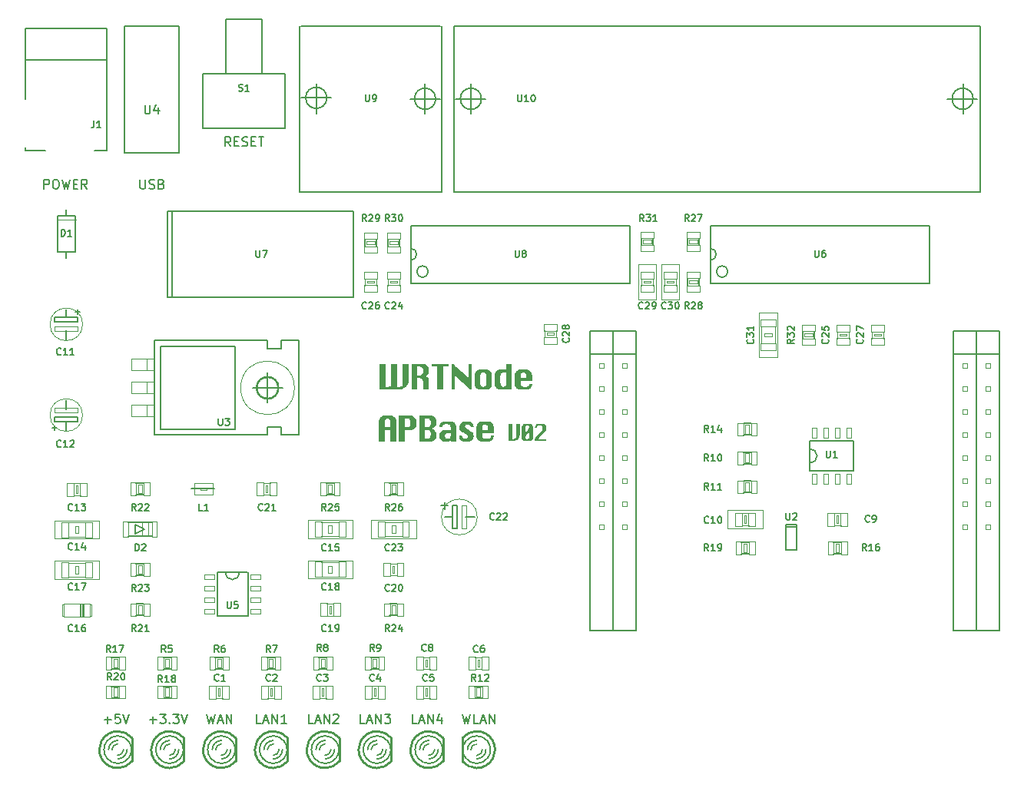
<source format=gto>
G04 (created by PCBNEW (2013-07-07 BZR 4022)-stable) date 2013/12/2 11:28:43*
%MOIN*%
G04 Gerber Fmt 3.4, Leading zero omitted, Abs format*
%FSLAX34Y34*%
G01*
G70*
G90*
G04 APERTURE LIST*
%ADD10C,0.00590551*%
%ADD11C,0.003*%
%ADD12C,0.008*%
%ADD13C,0.0026*%
%ADD14C,0.007*%
%ADD15C,0.0035*%
%ADD16C,4.72441e-006*%
%ADD17C,0.005*%
%ADD18C,0.006*%
%ADD19C,0.0027*%
%ADD20C,0.004*%
%ADD21C,0.01*%
%ADD22C,0.0079*%
%ADD23C,0.0001*%
%ADD24C,0.002*%
G04 APERTURE END LIST*
G54D10*
G54D11*
X37400Y-14750D02*
X38200Y-14750D01*
G54D12*
X41400Y-36459D02*
X41704Y-36459D01*
X41552Y-36611D02*
X41552Y-36307D01*
X41857Y-36211D02*
X42104Y-36211D01*
X41971Y-36364D01*
X42028Y-36364D01*
X42066Y-36383D01*
X42085Y-36402D01*
X42104Y-36440D01*
X42104Y-36535D01*
X42085Y-36573D01*
X42066Y-36592D01*
X42028Y-36611D01*
X41914Y-36611D01*
X41876Y-36592D01*
X41857Y-36573D01*
X42276Y-36573D02*
X42295Y-36592D01*
X42276Y-36611D01*
X42257Y-36592D01*
X42276Y-36573D01*
X42276Y-36611D01*
X42428Y-36211D02*
X42676Y-36211D01*
X42542Y-36364D01*
X42600Y-36364D01*
X42638Y-36383D01*
X42657Y-36402D01*
X42676Y-36440D01*
X42676Y-36535D01*
X42657Y-36573D01*
X42638Y-36592D01*
X42600Y-36611D01*
X42485Y-36611D01*
X42447Y-36592D01*
X42428Y-36573D01*
X42790Y-36211D02*
X42923Y-36611D01*
X43057Y-36211D01*
X39435Y-36459D02*
X39740Y-36459D01*
X39588Y-36611D02*
X39588Y-36307D01*
X40121Y-36211D02*
X39930Y-36211D01*
X39911Y-36402D01*
X39930Y-36383D01*
X39969Y-36364D01*
X40064Y-36364D01*
X40102Y-36383D01*
X40121Y-36402D01*
X40140Y-36440D01*
X40140Y-36535D01*
X40121Y-36573D01*
X40102Y-36592D01*
X40064Y-36611D01*
X39969Y-36611D01*
X39930Y-36592D01*
X39911Y-36573D01*
X40254Y-36211D02*
X40388Y-36611D01*
X40521Y-36211D01*
X54985Y-36211D02*
X55080Y-36611D01*
X55157Y-36326D01*
X55233Y-36611D01*
X55328Y-36211D01*
X55671Y-36611D02*
X55480Y-36611D01*
X55480Y-36211D01*
X55785Y-36497D02*
X55976Y-36497D01*
X55747Y-36611D02*
X55880Y-36211D01*
X56014Y-36611D01*
X56147Y-36611D02*
X56147Y-36211D01*
X56376Y-36611D01*
X56376Y-36211D01*
X53002Y-36611D02*
X52811Y-36611D01*
X52811Y-36211D01*
X53116Y-36497D02*
X53307Y-36497D01*
X53078Y-36611D02*
X53211Y-36211D01*
X53345Y-36611D01*
X53478Y-36611D02*
X53478Y-36211D01*
X53707Y-36611D01*
X53707Y-36211D01*
X54069Y-36345D02*
X54069Y-36611D01*
X53973Y-36192D02*
X53878Y-36478D01*
X54126Y-36478D01*
X50752Y-36611D02*
X50561Y-36611D01*
X50561Y-36211D01*
X50866Y-36497D02*
X51057Y-36497D01*
X50828Y-36611D02*
X50961Y-36211D01*
X51095Y-36611D01*
X51228Y-36611D02*
X51228Y-36211D01*
X51457Y-36611D01*
X51457Y-36211D01*
X51609Y-36211D02*
X51857Y-36211D01*
X51723Y-36364D01*
X51780Y-36364D01*
X51819Y-36383D01*
X51838Y-36402D01*
X51857Y-36440D01*
X51857Y-36535D01*
X51838Y-36573D01*
X51819Y-36592D01*
X51780Y-36611D01*
X51666Y-36611D01*
X51628Y-36592D01*
X51609Y-36573D01*
X48502Y-36611D02*
X48311Y-36611D01*
X48311Y-36211D01*
X48616Y-36497D02*
X48807Y-36497D01*
X48578Y-36611D02*
X48711Y-36211D01*
X48845Y-36611D01*
X48978Y-36611D02*
X48978Y-36211D01*
X49207Y-36611D01*
X49207Y-36211D01*
X49378Y-36250D02*
X49397Y-36230D01*
X49435Y-36211D01*
X49530Y-36211D01*
X49569Y-36230D01*
X49588Y-36250D01*
X49607Y-36288D01*
X49607Y-36326D01*
X49588Y-36383D01*
X49359Y-36611D01*
X49607Y-36611D01*
X46252Y-36611D02*
X46061Y-36611D01*
X46061Y-36211D01*
X46366Y-36497D02*
X46557Y-36497D01*
X46328Y-36611D02*
X46461Y-36211D01*
X46595Y-36611D01*
X46728Y-36611D02*
X46728Y-36211D01*
X46957Y-36611D01*
X46957Y-36211D01*
X47357Y-36611D02*
X47128Y-36611D01*
X47242Y-36611D02*
X47242Y-36211D01*
X47204Y-36269D01*
X47166Y-36307D01*
X47128Y-36326D01*
X43897Y-36211D02*
X43992Y-36611D01*
X44069Y-36326D01*
X44145Y-36611D01*
X44240Y-36211D01*
X44373Y-36497D02*
X44564Y-36497D01*
X44335Y-36611D02*
X44469Y-36211D01*
X44602Y-36611D01*
X44735Y-36611D02*
X44735Y-36211D01*
X44964Y-36611D01*
X44964Y-36211D01*
X40995Y-13011D02*
X40995Y-13335D01*
X41014Y-13373D01*
X41033Y-13392D01*
X41071Y-13411D01*
X41147Y-13411D01*
X41185Y-13392D01*
X41204Y-13373D01*
X41223Y-13335D01*
X41223Y-13011D01*
X41395Y-13392D02*
X41452Y-13411D01*
X41547Y-13411D01*
X41585Y-13392D01*
X41604Y-13373D01*
X41623Y-13335D01*
X41623Y-13297D01*
X41604Y-13259D01*
X41585Y-13240D01*
X41547Y-13221D01*
X41471Y-13202D01*
X41433Y-13183D01*
X41414Y-13164D01*
X41395Y-13126D01*
X41395Y-13088D01*
X41414Y-13050D01*
X41433Y-13030D01*
X41471Y-13011D01*
X41566Y-13011D01*
X41623Y-13030D01*
X41928Y-13202D02*
X41985Y-13221D01*
X42004Y-13240D01*
X42023Y-13278D01*
X42023Y-13335D01*
X42004Y-13373D01*
X41985Y-13392D01*
X41947Y-13411D01*
X41795Y-13411D01*
X41795Y-13011D01*
X41928Y-13011D01*
X41966Y-13030D01*
X41985Y-13050D01*
X42004Y-13088D01*
X42004Y-13126D01*
X41985Y-13164D01*
X41966Y-13183D01*
X41928Y-13202D01*
X41795Y-13202D01*
X36826Y-13411D02*
X36826Y-13011D01*
X36978Y-13011D01*
X37016Y-13030D01*
X37035Y-13050D01*
X37054Y-13088D01*
X37054Y-13145D01*
X37035Y-13183D01*
X37016Y-13202D01*
X36978Y-13221D01*
X36826Y-13221D01*
X37302Y-13011D02*
X37378Y-13011D01*
X37416Y-13030D01*
X37454Y-13069D01*
X37473Y-13145D01*
X37473Y-13278D01*
X37454Y-13354D01*
X37416Y-13392D01*
X37378Y-13411D01*
X37302Y-13411D01*
X37264Y-13392D01*
X37226Y-13354D01*
X37207Y-13278D01*
X37207Y-13145D01*
X37226Y-13069D01*
X37264Y-13030D01*
X37302Y-13011D01*
X37607Y-13011D02*
X37702Y-13411D01*
X37778Y-13126D01*
X37854Y-13411D01*
X37950Y-13011D01*
X38102Y-13202D02*
X38235Y-13202D01*
X38292Y-13411D02*
X38102Y-13411D01*
X38102Y-13011D01*
X38292Y-13011D01*
X38692Y-13411D02*
X38559Y-13221D01*
X38464Y-13411D02*
X38464Y-13011D01*
X38616Y-13011D01*
X38654Y-13030D01*
X38673Y-13050D01*
X38692Y-13088D01*
X38692Y-13145D01*
X38673Y-13183D01*
X38654Y-13202D01*
X38616Y-13221D01*
X38464Y-13221D01*
X44919Y-11561D02*
X44785Y-11371D01*
X44690Y-11561D02*
X44690Y-11161D01*
X44842Y-11161D01*
X44880Y-11180D01*
X44900Y-11200D01*
X44919Y-11238D01*
X44919Y-11295D01*
X44900Y-11333D01*
X44880Y-11352D01*
X44842Y-11371D01*
X44690Y-11371D01*
X45090Y-11352D02*
X45223Y-11352D01*
X45280Y-11561D02*
X45090Y-11561D01*
X45090Y-11161D01*
X45280Y-11161D01*
X45433Y-11542D02*
X45490Y-11561D01*
X45585Y-11561D01*
X45623Y-11542D01*
X45642Y-11523D01*
X45661Y-11485D01*
X45661Y-11447D01*
X45642Y-11409D01*
X45623Y-11390D01*
X45585Y-11371D01*
X45509Y-11352D01*
X45471Y-11333D01*
X45452Y-11314D01*
X45433Y-11276D01*
X45433Y-11238D01*
X45452Y-11200D01*
X45471Y-11180D01*
X45509Y-11161D01*
X45604Y-11161D01*
X45661Y-11180D01*
X45833Y-11352D02*
X45966Y-11352D01*
X46023Y-11561D02*
X45833Y-11561D01*
X45833Y-11161D01*
X46023Y-11161D01*
X46138Y-11161D02*
X46366Y-11161D01*
X46252Y-11561D02*
X46252Y-11161D01*
X45000Y-30370D02*
G75*
G03X45315Y-30055I0J315D01*
G74*
G01*
X44685Y-30055D02*
G75*
G03X45000Y-30370I315J0D01*
G74*
G01*
X45649Y-30055D02*
X44350Y-30055D01*
G54D13*
X43780Y-30154D02*
X43780Y-30347D01*
X43780Y-30347D02*
X44213Y-30347D01*
X44213Y-30154D02*
X44213Y-30347D01*
X43780Y-30154D02*
X44213Y-30154D01*
X43780Y-30654D02*
X43780Y-30847D01*
X43780Y-30847D02*
X44213Y-30847D01*
X44213Y-30654D02*
X44213Y-30847D01*
X43780Y-30654D02*
X44213Y-30654D01*
X43780Y-31153D02*
X43780Y-31346D01*
X43780Y-31346D02*
X44213Y-31346D01*
X44213Y-31153D02*
X44213Y-31346D01*
X43780Y-31153D02*
X44213Y-31153D01*
X43780Y-31653D02*
X43780Y-31846D01*
X43780Y-31846D02*
X44213Y-31846D01*
X44213Y-31653D02*
X44213Y-31846D01*
X43780Y-31653D02*
X44213Y-31653D01*
X45787Y-31653D02*
X45787Y-31846D01*
X45787Y-31846D02*
X46220Y-31846D01*
X46220Y-31653D02*
X46220Y-31846D01*
X45787Y-31653D02*
X46220Y-31653D01*
X45787Y-31153D02*
X45787Y-31346D01*
X45787Y-31346D02*
X46220Y-31346D01*
X46220Y-31153D02*
X46220Y-31346D01*
X45787Y-31153D02*
X46220Y-31153D01*
X45787Y-30654D02*
X45787Y-30847D01*
X45787Y-30847D02*
X46220Y-30847D01*
X46220Y-30654D02*
X46220Y-30847D01*
X45787Y-30654D02*
X46220Y-30654D01*
X45787Y-30154D02*
X45787Y-30347D01*
X45787Y-30347D02*
X46220Y-30347D01*
X46220Y-30154D02*
X46220Y-30347D01*
X45787Y-30154D02*
X46220Y-30154D01*
G54D12*
X45649Y-31944D02*
X44350Y-31944D01*
X45669Y-30056D02*
X45669Y-31944D01*
X44350Y-31944D02*
X44350Y-30056D01*
G54D13*
X41275Y-22797D02*
X41275Y-23297D01*
X41275Y-23297D02*
X41625Y-23297D01*
X41625Y-22797D02*
X41625Y-23297D01*
X41275Y-22797D02*
X41625Y-22797D01*
X40625Y-22797D02*
X40625Y-23297D01*
X40625Y-23297D02*
X41275Y-23297D01*
X41275Y-22797D02*
X41275Y-23297D01*
X40625Y-22797D02*
X41275Y-22797D01*
X41275Y-21797D02*
X41275Y-22297D01*
X41275Y-22297D02*
X41625Y-22297D01*
X41625Y-21797D02*
X41625Y-22297D01*
X41275Y-21797D02*
X41625Y-21797D01*
X41275Y-20797D02*
X41275Y-21297D01*
X41275Y-21297D02*
X41625Y-21297D01*
X41625Y-20797D02*
X41625Y-21297D01*
X41275Y-20797D02*
X41625Y-20797D01*
X40625Y-21797D02*
X40625Y-22297D01*
X40625Y-22297D02*
X41275Y-22297D01*
X41275Y-21797D02*
X41275Y-22297D01*
X40625Y-21797D02*
X41275Y-21797D01*
X40625Y-20797D02*
X40625Y-21297D01*
X40625Y-21297D02*
X41275Y-21297D01*
X41275Y-20797D02*
X41275Y-21297D01*
X40625Y-20797D02*
X41275Y-20797D01*
G54D14*
X41625Y-19997D02*
X41625Y-24097D01*
X47875Y-24097D02*
X47875Y-19997D01*
X41625Y-24097D02*
X46525Y-24097D01*
X46525Y-24097D02*
X46525Y-23747D01*
X46525Y-23747D02*
X47125Y-23747D01*
X47125Y-23747D02*
X47125Y-24097D01*
X47125Y-24097D02*
X47875Y-24097D01*
X41625Y-19997D02*
X46525Y-19997D01*
X46525Y-19997D02*
X46525Y-20347D01*
X46525Y-20347D02*
X47125Y-20347D01*
X47125Y-20347D02*
X47125Y-19997D01*
X47125Y-19997D02*
X47875Y-19997D01*
X41875Y-20247D02*
X41875Y-23847D01*
X45125Y-23847D02*
X41875Y-23847D01*
X45125Y-23847D02*
X45125Y-20247D01*
X41875Y-20247D02*
X45125Y-20247D01*
G54D15*
X47026Y-22047D02*
G75*
G03X47026Y-22047I-500J0D01*
G74*
G01*
G54D16*
X47692Y-22047D02*
G75*
G03X47692Y-22047I-1166J0D01*
G74*
G01*
X47692Y-22047D02*
G75*
G03X47692Y-22047I-1166J0D01*
G74*
G01*
G54D17*
X46985Y-22047D02*
G75*
G03X46985Y-22047I-459J0D01*
G74*
G01*
X46525Y-21397D02*
X46525Y-22697D01*
X45875Y-22047D02*
X47175Y-22047D01*
G54D10*
X53500Y-17000D02*
G75*
G03X53500Y-17000I-250J0D01*
G74*
G01*
X53000Y-16250D02*
G75*
G03X52750Y-16000I-250J0D01*
G74*
G01*
X52750Y-16500D02*
G75*
G03X53000Y-16250I0J250D01*
G74*
G01*
X52750Y-15000D02*
X62250Y-15000D01*
X62250Y-15000D02*
X62250Y-17500D01*
X62250Y-17500D02*
X52750Y-17500D01*
X52750Y-17500D02*
X52750Y-15000D01*
X66500Y-17000D02*
G75*
G03X66500Y-17000I-250J0D01*
G74*
G01*
X66000Y-16250D02*
G75*
G03X65750Y-16000I-250J0D01*
G74*
G01*
X65750Y-16500D02*
G75*
G03X66000Y-16250I0J250D01*
G74*
G01*
X65750Y-15000D02*
X75250Y-15000D01*
X75250Y-15000D02*
X75250Y-17500D01*
X75250Y-17500D02*
X65750Y-17500D01*
X65750Y-17500D02*
X65750Y-15000D01*
X69013Y-28066D02*
X69486Y-28066D01*
X69013Y-27988D02*
X69013Y-29090D01*
X69013Y-29090D02*
X69486Y-29090D01*
X69486Y-29090D02*
X69486Y-27988D01*
X69250Y-27988D02*
X69486Y-27988D01*
X69250Y-27988D02*
X69013Y-27988D01*
G54D13*
X51834Y-31404D02*
X51579Y-31404D01*
X51579Y-31404D02*
X51579Y-31955D01*
X51834Y-31955D02*
X51579Y-31955D01*
X51834Y-31404D02*
X51834Y-31955D01*
X52414Y-31404D02*
X52158Y-31404D01*
X52158Y-31404D02*
X52158Y-31955D01*
X52414Y-31955D02*
X52158Y-31955D01*
X52414Y-31404D02*
X52414Y-31955D01*
X52072Y-31483D02*
X51916Y-31483D01*
X51916Y-31483D02*
X51916Y-31875D01*
X52072Y-31875D02*
X51916Y-31875D01*
X52072Y-31483D02*
X52072Y-31875D01*
G54D18*
X52155Y-31929D02*
X51833Y-31929D01*
X52155Y-31429D02*
X51833Y-31429D01*
G54D13*
X67180Y-23567D02*
X66925Y-23567D01*
X66925Y-23567D02*
X66925Y-24118D01*
X67180Y-24118D02*
X66925Y-24118D01*
X67180Y-23567D02*
X67180Y-24118D01*
X67760Y-23567D02*
X67504Y-23567D01*
X67504Y-23567D02*
X67504Y-24118D01*
X67760Y-24118D02*
X67504Y-24118D01*
X67760Y-23567D02*
X67760Y-24118D01*
X67418Y-23646D02*
X67262Y-23646D01*
X67262Y-23646D02*
X67262Y-24038D01*
X67418Y-24038D02*
X67262Y-24038D01*
X67418Y-23646D02*
X67418Y-24038D01*
G54D18*
X67501Y-24092D02*
X67179Y-24092D01*
X67501Y-23592D02*
X67179Y-23592D01*
G54D13*
X67180Y-24817D02*
X66925Y-24817D01*
X66925Y-24817D02*
X66925Y-25368D01*
X67180Y-25368D02*
X66925Y-25368D01*
X67180Y-24817D02*
X67180Y-25368D01*
X67760Y-24817D02*
X67504Y-24817D01*
X67504Y-24817D02*
X67504Y-25368D01*
X67760Y-25368D02*
X67504Y-25368D01*
X67760Y-24817D02*
X67760Y-25368D01*
X67418Y-24896D02*
X67262Y-24896D01*
X67262Y-24896D02*
X67262Y-25288D01*
X67418Y-25288D02*
X67262Y-25288D01*
X67418Y-24896D02*
X67418Y-25288D01*
G54D18*
X67501Y-25342D02*
X67179Y-25342D01*
X67501Y-24842D02*
X67179Y-24842D01*
G54D13*
X41154Y-31954D02*
X41409Y-31954D01*
X41409Y-31954D02*
X41409Y-31403D01*
X41154Y-31403D02*
X41409Y-31403D01*
X41154Y-31954D02*
X41154Y-31403D01*
X40574Y-31954D02*
X40830Y-31954D01*
X40830Y-31954D02*
X40830Y-31403D01*
X40574Y-31403D02*
X40830Y-31403D01*
X40574Y-31954D02*
X40574Y-31403D01*
X40916Y-31875D02*
X41072Y-31875D01*
X41072Y-31875D02*
X41072Y-31483D01*
X40916Y-31483D02*
X41072Y-31483D01*
X40916Y-31875D02*
X40916Y-31483D01*
G54D18*
X40833Y-31429D02*
X41155Y-31429D01*
X40833Y-31929D02*
X41155Y-31929D01*
G54D13*
X41154Y-30204D02*
X41409Y-30204D01*
X41409Y-30204D02*
X41409Y-29653D01*
X41154Y-29653D02*
X41409Y-29653D01*
X41154Y-30204D02*
X41154Y-29653D01*
X40574Y-30204D02*
X40830Y-30204D01*
X40830Y-30204D02*
X40830Y-29653D01*
X40574Y-29653D02*
X40830Y-29653D01*
X40574Y-30204D02*
X40574Y-29653D01*
X40916Y-30125D02*
X41072Y-30125D01*
X41072Y-30125D02*
X41072Y-29733D01*
X40916Y-29733D02*
X41072Y-29733D01*
X40916Y-30125D02*
X40916Y-29733D01*
G54D18*
X40833Y-29679D02*
X41155Y-29679D01*
X40833Y-30179D02*
X41155Y-30179D01*
G54D13*
X41154Y-26704D02*
X41409Y-26704D01*
X41409Y-26704D02*
X41409Y-26153D01*
X41154Y-26153D02*
X41409Y-26153D01*
X41154Y-26704D02*
X41154Y-26153D01*
X40574Y-26704D02*
X40830Y-26704D01*
X40830Y-26704D02*
X40830Y-26153D01*
X40574Y-26153D02*
X40830Y-26153D01*
X40574Y-26704D02*
X40574Y-26153D01*
X40916Y-26625D02*
X41072Y-26625D01*
X41072Y-26625D02*
X41072Y-26233D01*
X40916Y-26233D02*
X41072Y-26233D01*
X40916Y-26625D02*
X40916Y-26233D01*
G54D18*
X40833Y-26179D02*
X41155Y-26179D01*
X40833Y-26679D02*
X41155Y-26679D01*
G54D13*
X67500Y-26617D02*
X67755Y-26617D01*
X67755Y-26617D02*
X67755Y-26066D01*
X67500Y-26066D02*
X67755Y-26066D01*
X67500Y-26617D02*
X67500Y-26066D01*
X66920Y-26617D02*
X67176Y-26617D01*
X67176Y-26617D02*
X67176Y-26066D01*
X66920Y-26066D02*
X67176Y-26066D01*
X66920Y-26617D02*
X66920Y-26066D01*
X67262Y-26538D02*
X67418Y-26538D01*
X67418Y-26538D02*
X67418Y-26146D01*
X67262Y-26146D02*
X67418Y-26146D01*
X67262Y-26538D02*
X67262Y-26146D01*
G54D18*
X67179Y-26092D02*
X67501Y-26092D01*
X67179Y-26592D02*
X67501Y-26592D01*
G54D13*
X49084Y-26154D02*
X48829Y-26154D01*
X48829Y-26154D02*
X48829Y-26705D01*
X49084Y-26705D02*
X48829Y-26705D01*
X49084Y-26154D02*
X49084Y-26705D01*
X49664Y-26154D02*
X49408Y-26154D01*
X49408Y-26154D02*
X49408Y-26705D01*
X49664Y-26705D02*
X49408Y-26705D01*
X49664Y-26154D02*
X49664Y-26705D01*
X49322Y-26233D02*
X49166Y-26233D01*
X49166Y-26233D02*
X49166Y-26625D01*
X49322Y-26625D02*
X49166Y-26625D01*
X49322Y-26233D02*
X49322Y-26625D01*
G54D18*
X49405Y-26679D02*
X49083Y-26679D01*
X49405Y-26179D02*
X49083Y-26179D01*
G54D13*
X51834Y-26154D02*
X51579Y-26154D01*
X51579Y-26154D02*
X51579Y-26705D01*
X51834Y-26705D02*
X51579Y-26705D01*
X51834Y-26154D02*
X51834Y-26705D01*
X52414Y-26154D02*
X52158Y-26154D01*
X52158Y-26154D02*
X52158Y-26705D01*
X52414Y-26705D02*
X52158Y-26705D01*
X52414Y-26154D02*
X52414Y-26705D01*
X52072Y-26233D02*
X51916Y-26233D01*
X51916Y-26233D02*
X51916Y-26625D01*
X52072Y-26625D02*
X51916Y-26625D01*
X52072Y-26233D02*
X52072Y-26625D01*
G54D18*
X52155Y-26679D02*
X51833Y-26679D01*
X52155Y-26179D02*
X51833Y-26179D01*
G54D13*
X64725Y-17610D02*
X64725Y-17865D01*
X64725Y-17865D02*
X65276Y-17865D01*
X65276Y-17610D02*
X65276Y-17865D01*
X64725Y-17610D02*
X65276Y-17610D01*
X64725Y-17030D02*
X64725Y-17286D01*
X64725Y-17286D02*
X65276Y-17286D01*
X65276Y-17030D02*
X65276Y-17286D01*
X64725Y-17030D02*
X65276Y-17030D01*
X64804Y-17372D02*
X64804Y-17528D01*
X64804Y-17528D02*
X65196Y-17528D01*
X65196Y-17372D02*
X65196Y-17528D01*
X64804Y-17372D02*
X65196Y-17372D01*
G54D18*
X65250Y-17289D02*
X65250Y-17611D01*
X64750Y-17289D02*
X64750Y-17611D01*
G54D13*
X50725Y-15910D02*
X50725Y-16165D01*
X50725Y-16165D02*
X51276Y-16165D01*
X51276Y-15910D02*
X51276Y-16165D01*
X50725Y-15910D02*
X51276Y-15910D01*
X50725Y-15330D02*
X50725Y-15586D01*
X50725Y-15586D02*
X51276Y-15586D01*
X51276Y-15330D02*
X51276Y-15586D01*
X50725Y-15330D02*
X51276Y-15330D01*
X50804Y-15672D02*
X50804Y-15828D01*
X50804Y-15828D02*
X51196Y-15828D01*
X51196Y-15672D02*
X51196Y-15828D01*
X50804Y-15672D02*
X51196Y-15672D01*
G54D18*
X51250Y-15589D02*
X51250Y-15911D01*
X50750Y-15589D02*
X50750Y-15911D01*
G54D13*
X55835Y-35525D02*
X56090Y-35525D01*
X56090Y-35525D02*
X56090Y-34974D01*
X55835Y-34974D02*
X56090Y-34974D01*
X55835Y-35525D02*
X55835Y-34974D01*
X55255Y-35525D02*
X55511Y-35525D01*
X55511Y-35525D02*
X55511Y-34974D01*
X55255Y-34974D02*
X55511Y-34974D01*
X55255Y-35525D02*
X55255Y-34974D01*
X55597Y-35446D02*
X55753Y-35446D01*
X55753Y-35446D02*
X55753Y-35054D01*
X55597Y-35054D02*
X55753Y-35054D01*
X55597Y-35446D02*
X55597Y-35054D01*
G54D18*
X55514Y-35000D02*
X55836Y-35000D01*
X55514Y-35500D02*
X55836Y-35500D01*
G54D13*
X51725Y-15910D02*
X51725Y-16165D01*
X51725Y-16165D02*
X52276Y-16165D01*
X52276Y-15910D02*
X52276Y-16165D01*
X51725Y-15910D02*
X52276Y-15910D01*
X51725Y-15330D02*
X51725Y-15586D01*
X51725Y-15586D02*
X52276Y-15586D01*
X52276Y-15330D02*
X52276Y-15586D01*
X51725Y-15330D02*
X52276Y-15330D01*
X51804Y-15672D02*
X51804Y-15828D01*
X51804Y-15828D02*
X52196Y-15828D01*
X52196Y-15672D02*
X52196Y-15828D01*
X51804Y-15672D02*
X52196Y-15672D01*
G54D18*
X52250Y-15589D02*
X52250Y-15911D01*
X51750Y-15589D02*
X51750Y-15911D01*
G54D13*
X62725Y-15860D02*
X62725Y-16115D01*
X62725Y-16115D02*
X63276Y-16115D01*
X63276Y-15860D02*
X63276Y-16115D01*
X62725Y-15860D02*
X63276Y-15860D01*
X62725Y-15280D02*
X62725Y-15536D01*
X62725Y-15536D02*
X63276Y-15536D01*
X63276Y-15280D02*
X63276Y-15536D01*
X62725Y-15280D02*
X63276Y-15280D01*
X62804Y-15622D02*
X62804Y-15778D01*
X62804Y-15778D02*
X63196Y-15778D01*
X63196Y-15622D02*
X63196Y-15778D01*
X62804Y-15622D02*
X63196Y-15622D01*
G54D18*
X63250Y-15539D02*
X63250Y-15861D01*
X62750Y-15539D02*
X62750Y-15861D01*
G54D13*
X64725Y-15860D02*
X64725Y-16115D01*
X64725Y-16115D02*
X65276Y-16115D01*
X65276Y-15860D02*
X65276Y-16115D01*
X64725Y-15860D02*
X65276Y-15860D01*
X64725Y-15280D02*
X64725Y-15536D01*
X64725Y-15536D02*
X65276Y-15536D01*
X65276Y-15280D02*
X65276Y-15536D01*
X64725Y-15280D02*
X65276Y-15280D01*
X64804Y-15622D02*
X64804Y-15778D01*
X64804Y-15778D02*
X65196Y-15778D01*
X65196Y-15622D02*
X65196Y-15778D01*
X64804Y-15622D02*
X65196Y-15622D01*
G54D18*
X65250Y-15539D02*
X65250Y-15861D01*
X64750Y-15539D02*
X64750Y-15861D01*
G54D13*
X44265Y-33725D02*
X44010Y-33725D01*
X44010Y-33725D02*
X44010Y-34276D01*
X44265Y-34276D02*
X44010Y-34276D01*
X44265Y-33725D02*
X44265Y-34276D01*
X44845Y-33725D02*
X44589Y-33725D01*
X44589Y-33725D02*
X44589Y-34276D01*
X44845Y-34276D02*
X44589Y-34276D01*
X44845Y-33725D02*
X44845Y-34276D01*
X44503Y-33804D02*
X44347Y-33804D01*
X44347Y-33804D02*
X44347Y-34196D01*
X44503Y-34196D02*
X44347Y-34196D01*
X44503Y-33804D02*
X44503Y-34196D01*
G54D18*
X44586Y-34250D02*
X44264Y-34250D01*
X44586Y-33750D02*
X44264Y-33750D01*
G54D13*
X39765Y-33725D02*
X39510Y-33725D01*
X39510Y-33725D02*
X39510Y-34276D01*
X39765Y-34276D02*
X39510Y-34276D01*
X39765Y-33725D02*
X39765Y-34276D01*
X40345Y-33725D02*
X40089Y-33725D01*
X40089Y-33725D02*
X40089Y-34276D01*
X40345Y-34276D02*
X40089Y-34276D01*
X40345Y-33725D02*
X40345Y-34276D01*
X40003Y-33804D02*
X39847Y-33804D01*
X39847Y-33804D02*
X39847Y-34196D01*
X40003Y-34196D02*
X39847Y-34196D01*
X40003Y-33804D02*
X40003Y-34196D01*
G54D18*
X40086Y-34250D02*
X39764Y-34250D01*
X40086Y-33750D02*
X39764Y-33750D01*
G54D13*
X42335Y-35525D02*
X42590Y-35525D01*
X42590Y-35525D02*
X42590Y-34974D01*
X42335Y-34974D02*
X42590Y-34974D01*
X42335Y-35525D02*
X42335Y-34974D01*
X41755Y-35525D02*
X42011Y-35525D01*
X42011Y-35525D02*
X42011Y-34974D01*
X41755Y-34974D02*
X42011Y-34974D01*
X41755Y-35525D02*
X41755Y-34974D01*
X42097Y-35446D02*
X42253Y-35446D01*
X42253Y-35446D02*
X42253Y-35054D01*
X42097Y-35054D02*
X42253Y-35054D01*
X42097Y-35446D02*
X42097Y-35054D01*
G54D18*
X42014Y-35000D02*
X42336Y-35000D01*
X42014Y-35500D02*
X42336Y-35500D01*
G54D13*
X42015Y-33725D02*
X41760Y-33725D01*
X41760Y-33725D02*
X41760Y-34276D01*
X42015Y-34276D02*
X41760Y-34276D01*
X42015Y-33725D02*
X42015Y-34276D01*
X42595Y-33725D02*
X42339Y-33725D01*
X42339Y-33725D02*
X42339Y-34276D01*
X42595Y-34276D02*
X42339Y-34276D01*
X42595Y-33725D02*
X42595Y-34276D01*
X42253Y-33804D02*
X42097Y-33804D01*
X42097Y-33804D02*
X42097Y-34196D01*
X42253Y-34196D02*
X42097Y-34196D01*
X42253Y-33804D02*
X42253Y-34196D01*
G54D18*
X42336Y-34250D02*
X42014Y-34250D01*
X42336Y-33750D02*
X42014Y-33750D01*
G54D13*
X46515Y-33725D02*
X46260Y-33725D01*
X46260Y-33725D02*
X46260Y-34276D01*
X46515Y-34276D02*
X46260Y-34276D01*
X46515Y-33725D02*
X46515Y-34276D01*
X47095Y-33725D02*
X46839Y-33725D01*
X46839Y-33725D02*
X46839Y-34276D01*
X47095Y-34276D02*
X46839Y-34276D01*
X47095Y-33725D02*
X47095Y-34276D01*
X46753Y-33804D02*
X46597Y-33804D01*
X46597Y-33804D02*
X46597Y-34196D01*
X46753Y-34196D02*
X46597Y-34196D01*
X46753Y-33804D02*
X46753Y-34196D01*
G54D18*
X46836Y-34250D02*
X46514Y-34250D01*
X46836Y-33750D02*
X46514Y-33750D01*
G54D13*
X48765Y-33725D02*
X48510Y-33725D01*
X48510Y-33725D02*
X48510Y-34276D01*
X48765Y-34276D02*
X48510Y-34276D01*
X48765Y-33725D02*
X48765Y-34276D01*
X49345Y-33725D02*
X49089Y-33725D01*
X49089Y-33725D02*
X49089Y-34276D01*
X49345Y-34276D02*
X49089Y-34276D01*
X49345Y-33725D02*
X49345Y-34276D01*
X49003Y-33804D02*
X48847Y-33804D01*
X48847Y-33804D02*
X48847Y-34196D01*
X49003Y-34196D02*
X48847Y-34196D01*
X49003Y-33804D02*
X49003Y-34196D01*
G54D18*
X49086Y-34250D02*
X48764Y-34250D01*
X49086Y-33750D02*
X48764Y-33750D01*
G54D13*
X51015Y-33725D02*
X50760Y-33725D01*
X50760Y-33725D02*
X50760Y-34276D01*
X51015Y-34276D02*
X50760Y-34276D01*
X51015Y-33725D02*
X51015Y-34276D01*
X51595Y-33725D02*
X51339Y-33725D01*
X51339Y-33725D02*
X51339Y-34276D01*
X51595Y-34276D02*
X51339Y-34276D01*
X51595Y-33725D02*
X51595Y-34276D01*
X51253Y-33804D02*
X51097Y-33804D01*
X51097Y-33804D02*
X51097Y-34196D01*
X51253Y-34196D02*
X51097Y-34196D01*
X51253Y-33804D02*
X51253Y-34196D01*
G54D18*
X51336Y-34250D02*
X51014Y-34250D01*
X51336Y-33750D02*
X51014Y-33750D01*
G54D13*
X71090Y-28725D02*
X70835Y-28725D01*
X70835Y-28725D02*
X70835Y-29276D01*
X71090Y-29276D02*
X70835Y-29276D01*
X71090Y-28725D02*
X71090Y-29276D01*
X71670Y-28725D02*
X71414Y-28725D01*
X71414Y-28725D02*
X71414Y-29276D01*
X71670Y-29276D02*
X71414Y-29276D01*
X71670Y-28725D02*
X71670Y-29276D01*
X71328Y-28804D02*
X71172Y-28804D01*
X71172Y-28804D02*
X71172Y-29196D01*
X71328Y-29196D02*
X71172Y-29196D01*
X71328Y-28804D02*
X71328Y-29196D01*
G54D18*
X71411Y-29250D02*
X71089Y-29250D01*
X71411Y-28750D02*
X71089Y-28750D01*
G54D13*
X67090Y-28725D02*
X66835Y-28725D01*
X66835Y-28725D02*
X66835Y-29276D01*
X67090Y-29276D02*
X66835Y-29276D01*
X67090Y-28725D02*
X67090Y-29276D01*
X67670Y-28725D02*
X67414Y-28725D01*
X67414Y-28725D02*
X67414Y-29276D01*
X67670Y-29276D02*
X67414Y-29276D01*
X67670Y-28725D02*
X67670Y-29276D01*
X67328Y-28804D02*
X67172Y-28804D01*
X67172Y-28804D02*
X67172Y-29196D01*
X67328Y-29196D02*
X67172Y-29196D01*
X67328Y-28804D02*
X67328Y-29196D01*
G54D18*
X67411Y-29250D02*
X67089Y-29250D01*
X67411Y-28750D02*
X67089Y-28750D01*
G54D13*
X40085Y-35525D02*
X40340Y-35525D01*
X40340Y-35525D02*
X40340Y-34974D01*
X40085Y-34974D02*
X40340Y-34974D01*
X40085Y-35525D02*
X40085Y-34974D01*
X39505Y-35525D02*
X39761Y-35525D01*
X39761Y-35525D02*
X39761Y-34974D01*
X39505Y-34974D02*
X39761Y-34974D01*
X39505Y-35525D02*
X39505Y-34974D01*
X39847Y-35446D02*
X40003Y-35446D01*
X40003Y-35446D02*
X40003Y-35054D01*
X39847Y-35054D02*
X40003Y-35054D01*
X39847Y-35446D02*
X39847Y-35054D01*
G54D18*
X39764Y-35000D02*
X40086Y-35000D01*
X39764Y-35500D02*
X40086Y-35500D01*
G54D17*
X36875Y-11750D02*
X36000Y-11750D01*
X36000Y-11750D02*
X36000Y-11625D01*
X39000Y-11750D02*
X39540Y-11750D01*
X39540Y-11750D02*
X39540Y-7810D01*
X39540Y-7810D02*
X39540Y-6440D01*
X39540Y-6440D02*
X36000Y-6440D01*
X36000Y-6440D02*
X36000Y-9500D01*
X36010Y-7810D02*
X39540Y-7810D01*
G54D13*
X43607Y-26488D02*
X43881Y-26488D01*
X43881Y-26488D02*
X43881Y-26370D01*
X43607Y-26370D02*
X43881Y-26370D01*
X43607Y-26488D02*
X43607Y-26370D01*
G54D17*
X43233Y-26429D02*
X44216Y-26429D01*
X43311Y-26429D02*
X44177Y-26429D01*
G54D19*
X43351Y-26183D02*
X44137Y-26183D01*
X44137Y-26183D02*
X44137Y-26675D01*
X44137Y-26675D02*
X43351Y-26675D01*
X43351Y-26675D02*
X43351Y-26183D01*
G54D13*
X41724Y-27839D02*
X41503Y-27839D01*
X41503Y-27839D02*
X41503Y-28519D01*
X41724Y-28519D02*
X41503Y-28519D01*
X41724Y-27839D02*
X41724Y-28519D01*
X40485Y-27839D02*
X40264Y-27839D01*
X40264Y-27839D02*
X40264Y-28519D01*
X40485Y-28519D02*
X40264Y-28519D01*
X40485Y-27839D02*
X40485Y-28519D01*
X41334Y-27869D02*
X41094Y-27869D01*
X41094Y-27869D02*
X41094Y-28489D01*
X41334Y-28489D02*
X41094Y-28489D01*
X41334Y-27869D02*
X41334Y-28489D01*
G54D18*
X40474Y-28489D02*
X41514Y-28489D01*
X40474Y-27869D02*
X41514Y-27869D01*
G54D12*
X40798Y-28375D02*
X41190Y-28179D01*
X41190Y-28179D02*
X40798Y-27983D01*
X40798Y-27983D02*
X40798Y-28375D01*
G54D13*
X53854Y-34965D02*
X53559Y-34965D01*
X53559Y-34965D02*
X53559Y-35535D01*
X53854Y-35535D02*
X53559Y-35535D01*
X53854Y-34965D02*
X53854Y-35535D01*
X53285Y-34965D02*
X52990Y-34965D01*
X52990Y-34965D02*
X52990Y-35535D01*
X53285Y-35535D02*
X52990Y-35535D01*
X53285Y-34965D02*
X53285Y-35535D01*
X53464Y-35093D02*
X53386Y-35093D01*
X53386Y-35093D02*
X53386Y-35407D01*
X53464Y-35407D02*
X53386Y-35407D01*
X53464Y-35093D02*
X53464Y-35407D01*
G54D20*
X53575Y-35509D02*
X53275Y-35509D01*
X53565Y-34991D02*
X53275Y-34991D01*
G54D13*
X70821Y-28035D02*
X71116Y-28035D01*
X71116Y-28035D02*
X71116Y-27465D01*
X70821Y-27465D02*
X71116Y-27465D01*
X70821Y-28035D02*
X70821Y-27465D01*
X71390Y-28035D02*
X71685Y-28035D01*
X71685Y-28035D02*
X71685Y-27465D01*
X71390Y-27465D02*
X71685Y-27465D01*
X71390Y-28035D02*
X71390Y-27465D01*
X71211Y-27907D02*
X71289Y-27907D01*
X71289Y-27907D02*
X71289Y-27593D01*
X71211Y-27593D02*
X71289Y-27593D01*
X71211Y-27907D02*
X71211Y-27593D01*
G54D20*
X71100Y-27491D02*
X71400Y-27491D01*
X71110Y-28009D02*
X71400Y-28009D01*
G54D13*
X46923Y-26144D02*
X46628Y-26144D01*
X46628Y-26144D02*
X46628Y-26714D01*
X46923Y-26714D02*
X46628Y-26714D01*
X46923Y-26144D02*
X46923Y-26714D01*
X46354Y-26144D02*
X46059Y-26144D01*
X46059Y-26144D02*
X46059Y-26714D01*
X46354Y-26714D02*
X46059Y-26714D01*
X46354Y-26144D02*
X46354Y-26714D01*
X46533Y-26272D02*
X46455Y-26272D01*
X46455Y-26272D02*
X46455Y-26586D01*
X46533Y-26586D02*
X46455Y-26586D01*
X46533Y-26272D02*
X46533Y-26586D01*
G54D20*
X46644Y-26688D02*
X46344Y-26688D01*
X46634Y-26170D02*
X46344Y-26170D01*
G54D13*
X38679Y-26165D02*
X38384Y-26165D01*
X38384Y-26165D02*
X38384Y-26735D01*
X38679Y-26735D02*
X38384Y-26735D01*
X38679Y-26165D02*
X38679Y-26735D01*
X38110Y-26165D02*
X37815Y-26165D01*
X37815Y-26165D02*
X37815Y-26735D01*
X38110Y-26735D02*
X37815Y-26735D01*
X38110Y-26165D02*
X38110Y-26735D01*
X38289Y-26293D02*
X38211Y-26293D01*
X38211Y-26293D02*
X38211Y-26607D01*
X38289Y-26607D02*
X38211Y-26607D01*
X38289Y-26293D02*
X38289Y-26607D01*
G54D20*
X38400Y-26709D02*
X38100Y-26709D01*
X38390Y-26191D02*
X38100Y-26191D01*
G54D13*
X44854Y-34965D02*
X44559Y-34965D01*
X44559Y-34965D02*
X44559Y-35535D01*
X44854Y-35535D02*
X44559Y-35535D01*
X44854Y-34965D02*
X44854Y-35535D01*
X44285Y-34965D02*
X43990Y-34965D01*
X43990Y-34965D02*
X43990Y-35535D01*
X44285Y-35535D02*
X43990Y-35535D01*
X44285Y-34965D02*
X44285Y-35535D01*
X44464Y-35093D02*
X44386Y-35093D01*
X44386Y-35093D02*
X44386Y-35407D01*
X44464Y-35407D02*
X44386Y-35407D01*
X44464Y-35093D02*
X44464Y-35407D01*
G54D20*
X44575Y-35509D02*
X44275Y-35509D01*
X44565Y-34991D02*
X44275Y-34991D01*
G54D13*
X47104Y-34965D02*
X46809Y-34965D01*
X46809Y-34965D02*
X46809Y-35535D01*
X47104Y-35535D02*
X46809Y-35535D01*
X47104Y-34965D02*
X47104Y-35535D01*
X46535Y-34965D02*
X46240Y-34965D01*
X46240Y-34965D02*
X46240Y-35535D01*
X46535Y-35535D02*
X46240Y-35535D01*
X46535Y-34965D02*
X46535Y-35535D01*
X46714Y-35093D02*
X46636Y-35093D01*
X46636Y-35093D02*
X46636Y-35407D01*
X46714Y-35407D02*
X46636Y-35407D01*
X46714Y-35093D02*
X46714Y-35407D01*
G54D20*
X46825Y-35509D02*
X46525Y-35509D01*
X46815Y-34991D02*
X46525Y-34991D01*
G54D13*
X49354Y-34965D02*
X49059Y-34965D01*
X49059Y-34965D02*
X49059Y-35535D01*
X49354Y-35535D02*
X49059Y-35535D01*
X49354Y-34965D02*
X49354Y-35535D01*
X48785Y-34965D02*
X48490Y-34965D01*
X48490Y-34965D02*
X48490Y-35535D01*
X48785Y-35535D02*
X48490Y-35535D01*
X48785Y-34965D02*
X48785Y-35535D01*
X48964Y-35093D02*
X48886Y-35093D01*
X48886Y-35093D02*
X48886Y-35407D01*
X48964Y-35407D02*
X48886Y-35407D01*
X48964Y-35093D02*
X48964Y-35407D01*
G54D20*
X49075Y-35509D02*
X48775Y-35509D01*
X49065Y-34991D02*
X48775Y-34991D01*
G54D13*
X51604Y-34965D02*
X51309Y-34965D01*
X51309Y-34965D02*
X51309Y-35535D01*
X51604Y-35535D02*
X51309Y-35535D01*
X51604Y-34965D02*
X51604Y-35535D01*
X51035Y-34965D02*
X50740Y-34965D01*
X50740Y-34965D02*
X50740Y-35535D01*
X51035Y-35535D02*
X50740Y-35535D01*
X51035Y-34965D02*
X51035Y-35535D01*
X51214Y-35093D02*
X51136Y-35093D01*
X51136Y-35093D02*
X51136Y-35407D01*
X51214Y-35407D02*
X51136Y-35407D01*
X51214Y-35093D02*
X51214Y-35407D01*
G54D20*
X51325Y-35509D02*
X51025Y-35509D01*
X51315Y-34991D02*
X51025Y-34991D01*
G54D13*
X48815Y-31964D02*
X49110Y-31964D01*
X49110Y-31964D02*
X49110Y-31394D01*
X48815Y-31394D02*
X49110Y-31394D01*
X48815Y-31964D02*
X48815Y-31394D01*
X49384Y-31964D02*
X49679Y-31964D01*
X49679Y-31964D02*
X49679Y-31394D01*
X49384Y-31394D02*
X49679Y-31394D01*
X49384Y-31964D02*
X49384Y-31394D01*
X49205Y-31836D02*
X49283Y-31836D01*
X49283Y-31836D02*
X49283Y-31522D01*
X49205Y-31522D02*
X49283Y-31522D01*
X49205Y-31836D02*
X49205Y-31522D01*
G54D20*
X49094Y-31420D02*
X49394Y-31420D01*
X49104Y-31938D02*
X49394Y-31938D01*
G54D13*
X50715Y-17021D02*
X50715Y-17316D01*
X50715Y-17316D02*
X51285Y-17316D01*
X51285Y-17021D02*
X51285Y-17316D01*
X50715Y-17021D02*
X51285Y-17021D01*
X50715Y-17590D02*
X50715Y-17885D01*
X50715Y-17885D02*
X51285Y-17885D01*
X51285Y-17590D02*
X51285Y-17885D01*
X50715Y-17590D02*
X51285Y-17590D01*
X50843Y-17411D02*
X50843Y-17489D01*
X50843Y-17489D02*
X51157Y-17489D01*
X51157Y-17411D02*
X51157Y-17489D01*
X50843Y-17411D02*
X51157Y-17411D01*
G54D20*
X51259Y-17300D02*
X51259Y-17600D01*
X50741Y-17310D02*
X50741Y-17600D01*
G54D13*
X72715Y-19321D02*
X72715Y-19616D01*
X72715Y-19616D02*
X73285Y-19616D01*
X73285Y-19321D02*
X73285Y-19616D01*
X72715Y-19321D02*
X73285Y-19321D01*
X72715Y-19890D02*
X72715Y-20185D01*
X72715Y-20185D02*
X73285Y-20185D01*
X73285Y-19890D02*
X73285Y-20185D01*
X72715Y-19890D02*
X73285Y-19890D01*
X72843Y-19711D02*
X72843Y-19789D01*
X72843Y-19789D02*
X73157Y-19789D01*
X73157Y-19711D02*
X73157Y-19789D01*
X72843Y-19711D02*
X73157Y-19711D01*
G54D20*
X73259Y-19600D02*
X73259Y-19900D01*
X72741Y-19610D02*
X72741Y-19900D01*
G54D13*
X71215Y-19321D02*
X71215Y-19616D01*
X71215Y-19616D02*
X71785Y-19616D01*
X71785Y-19321D02*
X71785Y-19616D01*
X71215Y-19321D02*
X71785Y-19321D01*
X71215Y-19890D02*
X71215Y-20185D01*
X71215Y-20185D02*
X71785Y-20185D01*
X71785Y-19890D02*
X71785Y-20185D01*
X71215Y-19890D02*
X71785Y-19890D01*
X71343Y-19711D02*
X71343Y-19789D01*
X71343Y-19789D02*
X71657Y-19789D01*
X71657Y-19711D02*
X71657Y-19789D01*
X71343Y-19711D02*
X71657Y-19711D01*
G54D20*
X71759Y-19600D02*
X71759Y-19900D01*
X71241Y-19610D02*
X71241Y-19900D01*
G54D13*
X58515Y-19271D02*
X58515Y-19566D01*
X58515Y-19566D02*
X59085Y-19566D01*
X59085Y-19271D02*
X59085Y-19566D01*
X58515Y-19271D02*
X59085Y-19271D01*
X58515Y-19840D02*
X58515Y-20135D01*
X58515Y-20135D02*
X59085Y-20135D01*
X59085Y-19840D02*
X59085Y-20135D01*
X58515Y-19840D02*
X59085Y-19840D01*
X58643Y-19661D02*
X58643Y-19739D01*
X58643Y-19739D02*
X58957Y-19739D01*
X58957Y-19661D02*
X58957Y-19739D01*
X58643Y-19661D02*
X58957Y-19661D01*
G54D20*
X59059Y-19550D02*
X59059Y-19850D01*
X58541Y-19560D02*
X58541Y-19850D01*
G54D13*
X51715Y-17021D02*
X51715Y-17316D01*
X51715Y-17316D02*
X52285Y-17316D01*
X52285Y-17021D02*
X52285Y-17316D01*
X51715Y-17021D02*
X52285Y-17021D01*
X51715Y-17590D02*
X51715Y-17885D01*
X51715Y-17885D02*
X52285Y-17885D01*
X52285Y-17590D02*
X52285Y-17885D01*
X51715Y-17590D02*
X52285Y-17590D01*
X51843Y-17411D02*
X51843Y-17489D01*
X51843Y-17489D02*
X52157Y-17489D01*
X52157Y-17411D02*
X52157Y-17489D01*
X51843Y-17411D02*
X52157Y-17411D01*
G54D20*
X52259Y-17300D02*
X52259Y-17600D01*
X51741Y-17310D02*
X51741Y-17600D01*
G54D13*
X51565Y-30214D02*
X51860Y-30214D01*
X51860Y-30214D02*
X51860Y-29644D01*
X51565Y-29644D02*
X51860Y-29644D01*
X51565Y-30214D02*
X51565Y-29644D01*
X52134Y-30214D02*
X52429Y-30214D01*
X52429Y-30214D02*
X52429Y-29644D01*
X52134Y-29644D02*
X52429Y-29644D01*
X52134Y-30214D02*
X52134Y-29644D01*
X51955Y-30086D02*
X52033Y-30086D01*
X52033Y-30086D02*
X52033Y-29772D01*
X51955Y-29772D02*
X52033Y-29772D01*
X51955Y-30086D02*
X51955Y-29772D01*
G54D20*
X51844Y-29670D02*
X52144Y-29670D01*
X51854Y-30188D02*
X52144Y-30188D01*
G54D13*
X55246Y-34285D02*
X55541Y-34285D01*
X55541Y-34285D02*
X55541Y-33715D01*
X55246Y-33715D02*
X55541Y-33715D01*
X55246Y-34285D02*
X55246Y-33715D01*
X55815Y-34285D02*
X56110Y-34285D01*
X56110Y-34285D02*
X56110Y-33715D01*
X55815Y-33715D02*
X56110Y-33715D01*
X55815Y-34285D02*
X55815Y-33715D01*
X55636Y-34157D02*
X55714Y-34157D01*
X55714Y-34157D02*
X55714Y-33843D01*
X55636Y-33843D02*
X55714Y-33843D01*
X55636Y-34157D02*
X55636Y-33843D01*
G54D20*
X55525Y-33741D02*
X55825Y-33741D01*
X55535Y-34259D02*
X55825Y-34259D01*
G54D13*
X53854Y-33715D02*
X53559Y-33715D01*
X53559Y-33715D02*
X53559Y-34285D01*
X53854Y-34285D02*
X53559Y-34285D01*
X53854Y-33715D02*
X53854Y-34285D01*
X53285Y-33715D02*
X52990Y-33715D01*
X52990Y-33715D02*
X52990Y-34285D01*
X53285Y-34285D02*
X52990Y-34285D01*
X53285Y-33715D02*
X53285Y-34285D01*
X53464Y-33843D02*
X53386Y-33843D01*
X53386Y-33843D02*
X53386Y-34157D01*
X53464Y-34157D02*
X53386Y-34157D01*
X53464Y-33843D02*
X53464Y-34157D01*
G54D20*
X53575Y-34259D02*
X53275Y-34259D01*
X53565Y-33741D02*
X53275Y-33741D01*
G54D12*
X70370Y-25000D02*
G75*
G03X70055Y-24685I-315J0D01*
G74*
G01*
X70055Y-25315D02*
G75*
G03X70370Y-25000I0J315D01*
G74*
G01*
X70055Y-24351D02*
X70055Y-25650D01*
G54D13*
X70154Y-26220D02*
X70347Y-26220D01*
X70347Y-26220D02*
X70347Y-25787D01*
X70154Y-25787D02*
X70347Y-25787D01*
X70154Y-26220D02*
X70154Y-25787D01*
X70654Y-26220D02*
X70847Y-26220D01*
X70847Y-26220D02*
X70847Y-25787D01*
X70654Y-25787D02*
X70847Y-25787D01*
X70654Y-26220D02*
X70654Y-25787D01*
X71153Y-26220D02*
X71346Y-26220D01*
X71346Y-26220D02*
X71346Y-25787D01*
X71153Y-25787D02*
X71346Y-25787D01*
X71153Y-26220D02*
X71153Y-25787D01*
X71653Y-26220D02*
X71846Y-26220D01*
X71846Y-26220D02*
X71846Y-25787D01*
X71653Y-25787D02*
X71846Y-25787D01*
X71653Y-26220D02*
X71653Y-25787D01*
X71653Y-24213D02*
X71846Y-24213D01*
X71846Y-24213D02*
X71846Y-23780D01*
X71653Y-23780D02*
X71846Y-23780D01*
X71653Y-24213D02*
X71653Y-23780D01*
X71153Y-24213D02*
X71346Y-24213D01*
X71346Y-24213D02*
X71346Y-23780D01*
X71153Y-23780D02*
X71346Y-23780D01*
X71153Y-24213D02*
X71153Y-23780D01*
X70654Y-24213D02*
X70847Y-24213D01*
X70847Y-24213D02*
X70847Y-23780D01*
X70654Y-23780D02*
X70847Y-23780D01*
X70654Y-24213D02*
X70654Y-23780D01*
X70154Y-24213D02*
X70347Y-24213D01*
X70347Y-24213D02*
X70347Y-23780D01*
X70154Y-23780D02*
X70347Y-23780D01*
X70154Y-24213D02*
X70154Y-23780D01*
G54D12*
X71944Y-24351D02*
X71944Y-25650D01*
X70056Y-24331D02*
X71944Y-24331D01*
X71944Y-25650D02*
X70056Y-25650D01*
G54D10*
X42387Y-18112D02*
X42387Y-14372D01*
X42387Y-14372D02*
X50261Y-14372D01*
X50261Y-14372D02*
X50261Y-18112D01*
X50261Y-18112D02*
X42190Y-18112D01*
X42190Y-18112D02*
X42190Y-14372D01*
X42190Y-14372D02*
X42387Y-14372D01*
G54D21*
X45145Y-38250D02*
X45145Y-37250D01*
G54D18*
X44064Y-37365D02*
G75*
G03X43925Y-37750I460J-384D01*
G74*
G01*
X43925Y-37750D02*
G75*
G03X44077Y-38147I599J0D01*
G74*
G01*
X45124Y-37750D02*
G75*
G03X44980Y-37360I-599J0D01*
G74*
G01*
X44986Y-38134D02*
G75*
G03X45125Y-37750I-460J384D01*
G74*
G01*
X45013Y-37400D02*
G75*
G03X44525Y-37150I-487J-349D01*
G74*
G01*
X44525Y-37150D02*
G75*
G03X44045Y-37389I0J-600D01*
G74*
G01*
X44525Y-38349D02*
G75*
G03X44998Y-38118I0J599D01*
G74*
G01*
X44051Y-38118D02*
G75*
G03X44525Y-38350I473J368D01*
G74*
G01*
X44525Y-37500D02*
G75*
G03X44275Y-37750I0J-250D01*
G74*
G01*
X44525Y-37350D02*
G75*
G03X44125Y-37750I0J-400D01*
G74*
G01*
X44525Y-38000D02*
G75*
G03X44775Y-37750I0J250D01*
G74*
G01*
X44525Y-38150D02*
G75*
G03X44925Y-37750I0J400D01*
G74*
G01*
G54D21*
X45138Y-37236D02*
G75*
G03X44525Y-36950I-613J-513D01*
G74*
G01*
X44525Y-36951D02*
G75*
G03X43820Y-37373I0J-799D01*
G74*
G01*
X44526Y-38548D02*
G75*
G03X45135Y-38265I-1J798D01*
G74*
G01*
X43830Y-38147D02*
G75*
G03X44525Y-38550I694J397D01*
G74*
G01*
X43820Y-37370D02*
G75*
G03X43725Y-37750I704J-379D01*
G74*
G01*
X43725Y-37750D02*
G75*
G03X43844Y-38168I799J0D01*
G74*
G01*
X47395Y-38250D02*
X47395Y-37250D01*
G54D18*
X46314Y-37365D02*
G75*
G03X46175Y-37750I460J-384D01*
G74*
G01*
X46175Y-37750D02*
G75*
G03X46327Y-38147I599J0D01*
G74*
G01*
X47374Y-37750D02*
G75*
G03X47230Y-37360I-599J0D01*
G74*
G01*
X47236Y-38134D02*
G75*
G03X47375Y-37750I-460J384D01*
G74*
G01*
X47263Y-37400D02*
G75*
G03X46775Y-37150I-487J-349D01*
G74*
G01*
X46775Y-37150D02*
G75*
G03X46295Y-37389I0J-600D01*
G74*
G01*
X46775Y-38349D02*
G75*
G03X47248Y-38118I0J599D01*
G74*
G01*
X46301Y-38118D02*
G75*
G03X46775Y-38350I473J368D01*
G74*
G01*
X46775Y-37500D02*
G75*
G03X46525Y-37750I0J-250D01*
G74*
G01*
X46775Y-37350D02*
G75*
G03X46375Y-37750I0J-400D01*
G74*
G01*
X46775Y-38000D02*
G75*
G03X47025Y-37750I0J250D01*
G74*
G01*
X46775Y-38150D02*
G75*
G03X47175Y-37750I0J400D01*
G74*
G01*
G54D21*
X47388Y-37236D02*
G75*
G03X46775Y-36950I-613J-513D01*
G74*
G01*
X46775Y-36951D02*
G75*
G03X46070Y-37373I0J-799D01*
G74*
G01*
X46776Y-38548D02*
G75*
G03X47385Y-38265I-1J798D01*
G74*
G01*
X46080Y-38147D02*
G75*
G03X46775Y-38550I694J397D01*
G74*
G01*
X46070Y-37370D02*
G75*
G03X45975Y-37750I704J-379D01*
G74*
G01*
X45975Y-37750D02*
G75*
G03X46094Y-38168I799J0D01*
G74*
G01*
X49645Y-38250D02*
X49645Y-37250D01*
G54D18*
X48564Y-37365D02*
G75*
G03X48425Y-37750I460J-384D01*
G74*
G01*
X48425Y-37750D02*
G75*
G03X48577Y-38147I599J0D01*
G74*
G01*
X49624Y-37750D02*
G75*
G03X49480Y-37360I-599J0D01*
G74*
G01*
X49486Y-38134D02*
G75*
G03X49625Y-37750I-460J384D01*
G74*
G01*
X49513Y-37400D02*
G75*
G03X49025Y-37150I-487J-349D01*
G74*
G01*
X49025Y-37150D02*
G75*
G03X48545Y-37389I0J-600D01*
G74*
G01*
X49025Y-38349D02*
G75*
G03X49498Y-38118I0J599D01*
G74*
G01*
X48551Y-38118D02*
G75*
G03X49025Y-38350I473J368D01*
G74*
G01*
X49025Y-37500D02*
G75*
G03X48775Y-37750I0J-250D01*
G74*
G01*
X49025Y-37350D02*
G75*
G03X48625Y-37750I0J-400D01*
G74*
G01*
X49025Y-38000D02*
G75*
G03X49275Y-37750I0J250D01*
G74*
G01*
X49025Y-38150D02*
G75*
G03X49425Y-37750I0J400D01*
G74*
G01*
G54D21*
X49638Y-37236D02*
G75*
G03X49025Y-36950I-613J-513D01*
G74*
G01*
X49025Y-36951D02*
G75*
G03X48320Y-37373I0J-799D01*
G74*
G01*
X49026Y-38548D02*
G75*
G03X49635Y-38265I-1J798D01*
G74*
G01*
X48330Y-38147D02*
G75*
G03X49025Y-38550I694J397D01*
G74*
G01*
X48320Y-37370D02*
G75*
G03X48225Y-37750I704J-379D01*
G74*
G01*
X48225Y-37750D02*
G75*
G03X48344Y-38168I799J0D01*
G74*
G01*
X51895Y-38250D02*
X51895Y-37250D01*
G54D18*
X50814Y-37365D02*
G75*
G03X50675Y-37750I460J-384D01*
G74*
G01*
X50675Y-37750D02*
G75*
G03X50827Y-38147I599J0D01*
G74*
G01*
X51874Y-37750D02*
G75*
G03X51730Y-37360I-599J0D01*
G74*
G01*
X51736Y-38134D02*
G75*
G03X51875Y-37750I-460J384D01*
G74*
G01*
X51763Y-37400D02*
G75*
G03X51275Y-37150I-487J-349D01*
G74*
G01*
X51275Y-37150D02*
G75*
G03X50795Y-37389I0J-600D01*
G74*
G01*
X51275Y-38349D02*
G75*
G03X51748Y-38118I0J599D01*
G74*
G01*
X50801Y-38118D02*
G75*
G03X51275Y-38350I473J368D01*
G74*
G01*
X51275Y-37500D02*
G75*
G03X51025Y-37750I0J-250D01*
G74*
G01*
X51275Y-37350D02*
G75*
G03X50875Y-37750I0J-400D01*
G74*
G01*
X51275Y-38000D02*
G75*
G03X51525Y-37750I0J250D01*
G74*
G01*
X51275Y-38150D02*
G75*
G03X51675Y-37750I0J400D01*
G74*
G01*
G54D21*
X51888Y-37236D02*
G75*
G03X51275Y-36950I-613J-513D01*
G74*
G01*
X51275Y-36951D02*
G75*
G03X50570Y-37373I0J-799D01*
G74*
G01*
X51276Y-38548D02*
G75*
G03X51885Y-38265I-1J798D01*
G74*
G01*
X50580Y-38147D02*
G75*
G03X51275Y-38550I694J397D01*
G74*
G01*
X50570Y-37370D02*
G75*
G03X50475Y-37750I704J-379D01*
G74*
G01*
X50475Y-37750D02*
G75*
G03X50594Y-38168I799J0D01*
G74*
G01*
X54145Y-38250D02*
X54145Y-37250D01*
G54D18*
X53064Y-37365D02*
G75*
G03X52925Y-37750I460J-384D01*
G74*
G01*
X52925Y-37750D02*
G75*
G03X53077Y-38147I599J0D01*
G74*
G01*
X54124Y-37750D02*
G75*
G03X53980Y-37360I-599J0D01*
G74*
G01*
X53986Y-38134D02*
G75*
G03X54125Y-37750I-460J384D01*
G74*
G01*
X54013Y-37400D02*
G75*
G03X53525Y-37150I-487J-349D01*
G74*
G01*
X53525Y-37150D02*
G75*
G03X53045Y-37389I0J-600D01*
G74*
G01*
X53525Y-38349D02*
G75*
G03X53998Y-38118I0J599D01*
G74*
G01*
X53051Y-38118D02*
G75*
G03X53525Y-38350I473J368D01*
G74*
G01*
X53525Y-37500D02*
G75*
G03X53275Y-37750I0J-250D01*
G74*
G01*
X53525Y-37350D02*
G75*
G03X53125Y-37750I0J-400D01*
G74*
G01*
X53525Y-38000D02*
G75*
G03X53775Y-37750I0J250D01*
G74*
G01*
X53525Y-38150D02*
G75*
G03X53925Y-37750I0J400D01*
G74*
G01*
G54D21*
X54138Y-37236D02*
G75*
G03X53525Y-36950I-613J-513D01*
G74*
G01*
X53525Y-36951D02*
G75*
G03X52820Y-37373I0J-799D01*
G74*
G01*
X53526Y-38548D02*
G75*
G03X54135Y-38265I-1J798D01*
G74*
G01*
X52830Y-38147D02*
G75*
G03X53525Y-38550I694J397D01*
G74*
G01*
X52820Y-37370D02*
G75*
G03X52725Y-37750I704J-379D01*
G74*
G01*
X52725Y-37750D02*
G75*
G03X52844Y-38168I799J0D01*
G74*
G01*
X54980Y-37250D02*
X54980Y-38250D01*
G54D18*
X56060Y-38134D02*
G75*
G03X56200Y-37750I-460J384D01*
G74*
G01*
X56199Y-37750D02*
G75*
G03X56048Y-37352I-599J0D01*
G74*
G01*
X55000Y-37750D02*
G75*
G03X55144Y-38139I599J0D01*
G74*
G01*
X55139Y-37365D02*
G75*
G03X55000Y-37750I460J-384D01*
G74*
G01*
X55112Y-38099D02*
G75*
G03X55600Y-38350I487J349D01*
G74*
G01*
X55600Y-38350D02*
G75*
G03X56079Y-38110I0J600D01*
G74*
G01*
X55600Y-37150D02*
G75*
G03X55127Y-37381I0J-599D01*
G74*
G01*
X56073Y-37381D02*
G75*
G03X55600Y-37150I-473J-368D01*
G74*
G01*
X55600Y-38000D02*
G75*
G03X55850Y-37750I0J250D01*
G74*
G01*
X55600Y-38150D02*
G75*
G03X56000Y-37750I0J400D01*
G74*
G01*
X55600Y-37500D02*
G75*
G03X55350Y-37750I0J-250D01*
G74*
G01*
X55600Y-37350D02*
G75*
G03X55200Y-37750I0J-400D01*
G74*
G01*
G54D21*
X54986Y-38263D02*
G75*
G03X55600Y-38550I613J513D01*
G74*
G01*
X55600Y-38549D02*
G75*
G03X56304Y-38126I0J799D01*
G74*
G01*
X55598Y-36951D02*
G75*
G03X54989Y-37234I1J-798D01*
G74*
G01*
X56294Y-37352D02*
G75*
G03X55600Y-36950I-694J-397D01*
G74*
G01*
X56304Y-38129D02*
G75*
G03X56400Y-37750I-704J379D01*
G74*
G01*
X56399Y-37750D02*
G75*
G03X56281Y-37331I-799J0D01*
G74*
G01*
X42895Y-38250D02*
X42895Y-37250D01*
G54D18*
X41814Y-37365D02*
G75*
G03X41675Y-37750I460J-384D01*
G74*
G01*
X41675Y-37750D02*
G75*
G03X41827Y-38147I599J0D01*
G74*
G01*
X42874Y-37750D02*
G75*
G03X42730Y-37360I-599J0D01*
G74*
G01*
X42736Y-38134D02*
G75*
G03X42875Y-37750I-460J384D01*
G74*
G01*
X42763Y-37400D02*
G75*
G03X42275Y-37150I-487J-349D01*
G74*
G01*
X42275Y-37150D02*
G75*
G03X41795Y-37389I0J-600D01*
G74*
G01*
X42275Y-38349D02*
G75*
G03X42748Y-38118I0J599D01*
G74*
G01*
X41801Y-38118D02*
G75*
G03X42275Y-38350I473J368D01*
G74*
G01*
X42275Y-37500D02*
G75*
G03X42025Y-37750I0J-250D01*
G74*
G01*
X42275Y-37350D02*
G75*
G03X41875Y-37750I0J-400D01*
G74*
G01*
X42275Y-38000D02*
G75*
G03X42525Y-37750I0J250D01*
G74*
G01*
X42275Y-38150D02*
G75*
G03X42675Y-37750I0J400D01*
G74*
G01*
G54D21*
X42888Y-37236D02*
G75*
G03X42275Y-36950I-613J-513D01*
G74*
G01*
X42275Y-36951D02*
G75*
G03X41570Y-37373I0J-799D01*
G74*
G01*
X42276Y-38548D02*
G75*
G03X42885Y-38265I-1J798D01*
G74*
G01*
X41580Y-38147D02*
G75*
G03X42275Y-38550I694J397D01*
G74*
G01*
X41570Y-37370D02*
G75*
G03X41475Y-37750I704J-379D01*
G74*
G01*
X41475Y-37750D02*
G75*
G03X41594Y-38168I799J0D01*
G74*
G01*
G54D10*
X45106Y-6047D02*
X44712Y-6047D01*
X44712Y-6047D02*
X44712Y-8409D01*
X46287Y-8409D02*
X46287Y-6047D01*
X46287Y-6047D02*
X45893Y-6047D01*
X45500Y-6047D02*
X45893Y-6047D01*
X45500Y-6047D02*
X45303Y-6047D01*
X45303Y-6047D02*
X45106Y-6047D01*
X45500Y-8409D02*
X47271Y-8409D01*
X47271Y-8409D02*
X47271Y-10771D01*
X47271Y-10771D02*
X46681Y-10771D01*
X45500Y-8409D02*
X43728Y-8409D01*
X43728Y-8409D02*
X43728Y-10771D01*
X43728Y-10771D02*
X44318Y-10771D01*
X45500Y-10771D02*
X46681Y-10771D01*
X45303Y-10771D02*
X44318Y-10771D01*
X45303Y-10771D02*
X45500Y-10771D01*
G54D22*
X38400Y-31950D02*
X38400Y-31450D01*
X38500Y-31950D02*
X38500Y-31450D01*
G54D13*
X38879Y-31464D02*
X38801Y-31464D01*
X38801Y-31464D02*
X38801Y-31936D01*
X38879Y-31936D02*
X38801Y-31936D01*
X38879Y-31464D02*
X38879Y-31936D01*
X37699Y-31464D02*
X37621Y-31464D01*
X37621Y-31464D02*
X37621Y-31936D01*
X37699Y-31936D02*
X37621Y-31936D01*
X37699Y-31464D02*
X37699Y-31936D01*
X38820Y-31405D02*
X38564Y-31405D01*
X38564Y-31405D02*
X38564Y-31995D01*
X38820Y-31995D02*
X38564Y-31995D01*
X38820Y-31405D02*
X38820Y-31995D01*
G54D20*
X38820Y-31995D02*
X37680Y-31995D01*
X37680Y-31995D02*
X37680Y-31405D01*
X37680Y-31405D02*
X38820Y-31405D01*
X38820Y-31405D02*
X38820Y-31995D01*
G54D23*
G36*
X52653Y-21000D02*
X52651Y-21382D01*
X52651Y-21452D01*
X52651Y-21514D01*
X52650Y-21567D01*
X52650Y-21612D01*
X52650Y-21650D01*
X52649Y-21682D01*
X52649Y-21708D01*
X52648Y-21729D01*
X52647Y-21747D01*
X52646Y-21759D01*
X52645Y-21771D01*
X52644Y-21780D01*
X52642Y-21787D01*
X52641Y-21795D01*
X52639Y-21802D01*
X52616Y-21865D01*
X52585Y-21922D01*
X52547Y-21975D01*
X52502Y-22020D01*
X52450Y-22059D01*
X52392Y-22090D01*
X52353Y-22106D01*
X52305Y-22122D01*
X52101Y-22123D01*
X51898Y-22125D01*
X51898Y-22107D01*
X51897Y-22095D01*
X51894Y-22091D01*
X51889Y-22092D01*
X51880Y-22095D01*
X51865Y-22101D01*
X51846Y-22107D01*
X51843Y-22109D01*
X51805Y-22122D01*
X51601Y-22123D01*
X51398Y-22125D01*
X51398Y-21563D01*
X51398Y-21000D01*
X51523Y-21000D01*
X51648Y-21000D01*
X51648Y-21501D01*
X51648Y-22000D01*
X51726Y-21999D01*
X51757Y-21998D01*
X51779Y-21997D01*
X51795Y-21996D01*
X51807Y-21993D01*
X51817Y-21990D01*
X51827Y-21986D01*
X51830Y-21984D01*
X51854Y-21967D01*
X51875Y-21945D01*
X51889Y-21920D01*
X51892Y-21911D01*
X51893Y-21902D01*
X51894Y-21883D01*
X51895Y-21855D01*
X51896Y-21816D01*
X51896Y-21769D01*
X51897Y-21713D01*
X51897Y-21647D01*
X51897Y-21571D01*
X51898Y-21487D01*
X51898Y-21447D01*
X51898Y-21000D01*
X52024Y-21000D01*
X52150Y-21000D01*
X52149Y-21501D01*
X52147Y-22000D01*
X52226Y-21999D01*
X52257Y-21998D01*
X52279Y-21997D01*
X52295Y-21996D01*
X52307Y-21993D01*
X52317Y-21990D01*
X52327Y-21986D01*
X52330Y-21984D01*
X52354Y-21967D01*
X52375Y-21945D01*
X52389Y-21920D01*
X52392Y-21911D01*
X52393Y-21902D01*
X52394Y-21883D01*
X52395Y-21855D01*
X52396Y-21816D01*
X52396Y-21769D01*
X52397Y-21713D01*
X52397Y-21647D01*
X52397Y-21571D01*
X52398Y-21487D01*
X52398Y-21447D01*
X52398Y-21000D01*
X52525Y-21000D01*
X52653Y-21000D01*
X52653Y-21000D01*
X52653Y-21000D01*
G37*
G36*
X53520Y-22125D02*
X53395Y-22125D01*
X53271Y-22125D01*
X53269Y-21980D01*
X53269Y-21347D01*
X53269Y-21313D01*
X53269Y-21301D01*
X53269Y-21269D01*
X53268Y-21246D01*
X53267Y-21229D01*
X53265Y-21216D01*
X53263Y-21207D01*
X53259Y-21199D01*
X53254Y-21190D01*
X53254Y-21189D01*
X53234Y-21165D01*
X53208Y-21144D01*
X53179Y-21131D01*
X53178Y-21131D01*
X53165Y-21129D01*
X53145Y-21127D01*
X53120Y-21126D01*
X53093Y-21125D01*
X53089Y-21125D01*
X53020Y-21125D01*
X53020Y-21313D01*
X53020Y-21501D01*
X53101Y-21500D01*
X53132Y-21499D01*
X53154Y-21498D01*
X53170Y-21497D01*
X53182Y-21495D01*
X53191Y-21492D01*
X53200Y-21488D01*
X53206Y-21484D01*
X53232Y-21464D01*
X53252Y-21439D01*
X53265Y-21411D01*
X53265Y-21409D01*
X53267Y-21396D01*
X53269Y-21375D01*
X53269Y-21347D01*
X53269Y-21980D01*
X53269Y-21918D01*
X53269Y-21866D01*
X53268Y-21822D01*
X53268Y-21786D01*
X53267Y-21758D01*
X53266Y-21736D01*
X53264Y-21719D01*
X53261Y-21705D01*
X53258Y-21695D01*
X53253Y-21686D01*
X53248Y-21679D01*
X53241Y-21672D01*
X53233Y-21664D01*
X53220Y-21651D01*
X53206Y-21642D01*
X53192Y-21635D01*
X53174Y-21631D01*
X53150Y-21628D01*
X53120Y-21627D01*
X53099Y-21626D01*
X53020Y-21624D01*
X53020Y-21874D01*
X53020Y-22125D01*
X52895Y-22125D01*
X52770Y-22125D01*
X52770Y-21563D01*
X52770Y-21000D01*
X53044Y-21000D01*
X53318Y-21000D01*
X53351Y-21013D01*
X53386Y-21028D01*
X53416Y-21047D01*
X53445Y-21073D01*
X53453Y-21081D01*
X53475Y-21107D01*
X53492Y-21131D01*
X53505Y-21157D01*
X53513Y-21186D01*
X53518Y-21219D01*
X53520Y-21260D01*
X53520Y-21283D01*
X53519Y-21324D01*
X53517Y-21357D01*
X53512Y-21384D01*
X53505Y-21409D01*
X53494Y-21433D01*
X53482Y-21453D01*
X53460Y-21486D01*
X53436Y-21510D01*
X53408Y-21529D01*
X53373Y-21543D01*
X53366Y-21546D01*
X53338Y-21555D01*
X53373Y-21555D01*
X53414Y-21559D01*
X53449Y-21569D01*
X53476Y-21586D01*
X53498Y-21611D01*
X53507Y-21626D01*
X53520Y-21652D01*
X53520Y-21888D01*
X53520Y-22125D01*
X53520Y-22125D01*
X53520Y-22125D01*
G37*
G36*
X54392Y-21000D02*
X54391Y-21063D01*
X54389Y-21125D01*
X54265Y-21125D01*
X54140Y-21125D01*
X54140Y-21625D01*
X54140Y-22125D01*
X54015Y-22125D01*
X53890Y-22125D01*
X53890Y-21625D01*
X53890Y-21125D01*
X53765Y-21125D01*
X53640Y-21125D01*
X53640Y-21063D01*
X53640Y-21000D01*
X54016Y-21000D01*
X54392Y-21000D01*
X54392Y-21000D01*
X54392Y-21000D01*
G37*
G36*
X55390Y-22125D02*
X55359Y-22124D01*
X55328Y-22124D01*
X54983Y-21814D01*
X54639Y-21504D01*
X54637Y-21814D01*
X54636Y-22125D01*
X54573Y-22125D01*
X54511Y-22125D01*
X54511Y-21563D01*
X54511Y-21000D01*
X54541Y-21000D01*
X54558Y-21001D01*
X54569Y-21003D01*
X54580Y-21009D01*
X54593Y-21021D01*
X54594Y-21023D01*
X54602Y-21029D01*
X54616Y-21042D01*
X54636Y-21060D01*
X54663Y-21084D01*
X54694Y-21112D01*
X54728Y-21144D01*
X54768Y-21180D01*
X54811Y-21218D01*
X54856Y-21259D01*
X54904Y-21302D01*
X54938Y-21332D01*
X55258Y-21619D01*
X55259Y-21310D01*
X55260Y-21000D01*
X55325Y-21000D01*
X55390Y-21000D01*
X55390Y-21563D01*
X55390Y-22125D01*
X55390Y-22125D01*
X55390Y-22125D01*
G37*
G36*
X56259Y-21688D02*
X56259Y-21746D01*
X56259Y-21794D01*
X56259Y-21835D01*
X56258Y-21869D01*
X56257Y-21897D01*
X56255Y-21919D01*
X56252Y-21938D01*
X56249Y-21953D01*
X56245Y-21966D01*
X56240Y-21978D01*
X56234Y-21989D01*
X56227Y-22001D01*
X56224Y-22004D01*
X56209Y-22025D01*
X56188Y-22048D01*
X56165Y-22069D01*
X56142Y-22087D01*
X56122Y-22099D01*
X56108Y-22106D01*
X56095Y-22111D01*
X56081Y-22115D01*
X56065Y-22118D01*
X56047Y-22121D01*
X56024Y-22122D01*
X56007Y-22123D01*
X56007Y-21912D01*
X56007Y-21688D01*
X56007Y-21633D01*
X56007Y-21587D01*
X56006Y-21549D01*
X56006Y-21518D01*
X56005Y-21494D01*
X56004Y-21475D01*
X56001Y-21460D01*
X55999Y-21449D01*
X55995Y-21440D01*
X55990Y-21432D01*
X55984Y-21425D01*
X55977Y-21418D01*
X55972Y-21414D01*
X55947Y-21394D01*
X55920Y-21382D01*
X55888Y-21378D01*
X55884Y-21378D01*
X55850Y-21383D01*
X55819Y-21397D01*
X55793Y-21419D01*
X55773Y-21448D01*
X55770Y-21453D01*
X55768Y-21458D01*
X55766Y-21465D01*
X55765Y-21473D01*
X55764Y-21485D01*
X55763Y-21501D01*
X55762Y-21521D01*
X55762Y-21548D01*
X55762Y-21581D01*
X55762Y-21623D01*
X55762Y-21673D01*
X55762Y-21688D01*
X55762Y-21742D01*
X55762Y-21787D01*
X55762Y-21824D01*
X55763Y-21854D01*
X55764Y-21878D01*
X55765Y-21897D01*
X55768Y-21912D01*
X55771Y-21923D01*
X55774Y-21932D01*
X55780Y-21940D01*
X55786Y-21948D01*
X55793Y-21955D01*
X55796Y-21959D01*
X55823Y-21981D01*
X55854Y-21994D01*
X55887Y-21998D01*
X55914Y-21994D01*
X55943Y-21983D01*
X55969Y-21964D01*
X55990Y-21940D01*
X55993Y-21936D01*
X56007Y-21912D01*
X56007Y-22123D01*
X55996Y-22123D01*
X55961Y-22124D01*
X55919Y-22124D01*
X55882Y-22124D01*
X55836Y-22124D01*
X55798Y-22124D01*
X55768Y-22123D01*
X55745Y-22123D01*
X55727Y-22122D01*
X55713Y-22120D01*
X55702Y-22119D01*
X55693Y-22116D01*
X55689Y-22115D01*
X55642Y-22095D01*
X55600Y-22067D01*
X55565Y-22031D01*
X55537Y-21988D01*
X55517Y-21944D01*
X55515Y-21937D01*
X55514Y-21928D01*
X55512Y-21916D01*
X55511Y-21899D01*
X55511Y-21877D01*
X55510Y-21850D01*
X55510Y-21816D01*
X55510Y-21773D01*
X55509Y-21724D01*
X55509Y-21688D01*
X55509Y-21452D01*
X55522Y-21421D01*
X55530Y-21401D01*
X55540Y-21381D01*
X55546Y-21369D01*
X55561Y-21349D01*
X55581Y-21327D01*
X55604Y-21306D01*
X55627Y-21288D01*
X55642Y-21279D01*
X55657Y-21272D01*
X55671Y-21266D01*
X55685Y-21261D01*
X55700Y-21257D01*
X55718Y-21254D01*
X55740Y-21253D01*
X55766Y-21251D01*
X55799Y-21251D01*
X55840Y-21251D01*
X55884Y-21251D01*
X55933Y-21251D01*
X55973Y-21251D01*
X56006Y-21252D01*
X56032Y-21253D01*
X56053Y-21255D01*
X56071Y-21257D01*
X56086Y-21261D01*
X56099Y-21266D01*
X56113Y-21271D01*
X56122Y-21276D01*
X56142Y-21288D01*
X56165Y-21306D01*
X56188Y-21328D01*
X56209Y-21350D01*
X56224Y-21371D01*
X56232Y-21383D01*
X56239Y-21394D01*
X56244Y-21406D01*
X56248Y-21418D01*
X56252Y-21432D01*
X56254Y-21450D01*
X56256Y-21471D01*
X56258Y-21498D01*
X56258Y-21530D01*
X56259Y-21569D01*
X56259Y-21615D01*
X56259Y-21671D01*
X56259Y-21688D01*
X56259Y-21688D01*
X56259Y-21688D01*
G37*
G36*
X57133Y-21000D02*
X57131Y-21563D01*
X57130Y-22125D01*
X57005Y-22125D01*
X56881Y-22125D01*
X56881Y-21375D01*
X56802Y-21376D01*
X56770Y-21377D01*
X56747Y-21378D01*
X56730Y-21380D01*
X56717Y-21383D01*
X56708Y-21386D01*
X56705Y-21387D01*
X56678Y-21406D01*
X56655Y-21430D01*
X56644Y-21448D01*
X56641Y-21453D01*
X56639Y-21458D01*
X56637Y-21465D01*
X56636Y-21473D01*
X56635Y-21485D01*
X56634Y-21501D01*
X56633Y-21521D01*
X56633Y-21548D01*
X56633Y-21581D01*
X56633Y-21623D01*
X56633Y-21673D01*
X56633Y-21688D01*
X56633Y-21742D01*
X56633Y-21787D01*
X56633Y-21824D01*
X56634Y-21854D01*
X56635Y-21878D01*
X56636Y-21897D01*
X56638Y-21912D01*
X56641Y-21923D01*
X56645Y-21932D01*
X56650Y-21940D01*
X56657Y-21948D01*
X56664Y-21955D01*
X56667Y-21959D01*
X56694Y-21981D01*
X56725Y-21994D01*
X56758Y-21998D01*
X56785Y-21994D01*
X56813Y-21983D01*
X56840Y-21964D01*
X56861Y-21940D01*
X56864Y-21936D01*
X56878Y-21912D01*
X56879Y-21644D01*
X56881Y-21375D01*
X56881Y-22125D01*
X56880Y-22125D01*
X56880Y-22073D01*
X56879Y-22022D01*
X56872Y-22046D01*
X56861Y-22070D01*
X56843Y-22092D01*
X56822Y-22109D01*
X56802Y-22118D01*
X56787Y-22121D01*
X56763Y-22123D01*
X56730Y-22124D01*
X56689Y-22124D01*
X56685Y-22124D01*
X56648Y-22124D01*
X56620Y-22123D01*
X56599Y-22122D01*
X56582Y-22120D01*
X56569Y-22118D01*
X56560Y-22115D01*
X56513Y-22095D01*
X56471Y-22067D01*
X56436Y-22031D01*
X56408Y-21988D01*
X56388Y-21944D01*
X56386Y-21937D01*
X56385Y-21928D01*
X56383Y-21916D01*
X56382Y-21899D01*
X56382Y-21877D01*
X56381Y-21850D01*
X56381Y-21816D01*
X56380Y-21773D01*
X56380Y-21724D01*
X56380Y-21688D01*
X56380Y-21452D01*
X56393Y-21421D01*
X56401Y-21401D01*
X56411Y-21381D01*
X56417Y-21369D01*
X56431Y-21349D01*
X56452Y-21327D01*
X56475Y-21306D01*
X56498Y-21288D01*
X56513Y-21279D01*
X56529Y-21271D01*
X56544Y-21265D01*
X56559Y-21260D01*
X56575Y-21256D01*
X56594Y-21254D01*
X56618Y-21252D01*
X56647Y-21251D01*
X56683Y-21251D01*
X56727Y-21250D01*
X56736Y-21250D01*
X56880Y-21250D01*
X56880Y-21125D01*
X56880Y-21000D01*
X57007Y-21000D01*
X57133Y-21000D01*
X57133Y-21000D01*
X57133Y-21000D01*
G37*
G36*
X58004Y-21874D02*
X58000Y-21901D01*
X57990Y-21949D01*
X57973Y-21993D01*
X57950Y-22033D01*
X57922Y-22066D01*
X57890Y-22091D01*
X57870Y-22102D01*
X57856Y-22108D01*
X57842Y-22113D01*
X57828Y-22116D01*
X57811Y-22119D01*
X57790Y-22121D01*
X57765Y-22123D01*
X57734Y-22124D01*
X57696Y-22124D01*
X57650Y-22124D01*
X57626Y-22124D01*
X57580Y-22124D01*
X57542Y-22124D01*
X57512Y-22123D01*
X57489Y-22123D01*
X57471Y-22122D01*
X57457Y-22120D01*
X57446Y-22119D01*
X57436Y-22116D01*
X57432Y-22115D01*
X57385Y-22095D01*
X57343Y-22067D01*
X57308Y-22031D01*
X57280Y-21988D01*
X57260Y-21944D01*
X57258Y-21937D01*
X57257Y-21928D01*
X57256Y-21916D01*
X57255Y-21899D01*
X57254Y-21877D01*
X57253Y-21850D01*
X57253Y-21816D01*
X57253Y-21773D01*
X57253Y-21724D01*
X57253Y-21688D01*
X57253Y-21452D01*
X57265Y-21421D01*
X57273Y-21401D01*
X57283Y-21381D01*
X57289Y-21369D01*
X57304Y-21349D01*
X57324Y-21327D01*
X57347Y-21306D01*
X57370Y-21288D01*
X57385Y-21279D01*
X57400Y-21272D01*
X57414Y-21266D01*
X57428Y-21261D01*
X57444Y-21257D01*
X57461Y-21254D01*
X57483Y-21253D01*
X57509Y-21251D01*
X57542Y-21251D01*
X57583Y-21251D01*
X57627Y-21251D01*
X57676Y-21251D01*
X57716Y-21251D01*
X57749Y-21252D01*
X57775Y-21253D01*
X57797Y-21255D01*
X57814Y-21257D01*
X57829Y-21261D01*
X57843Y-21266D01*
X57856Y-21271D01*
X57866Y-21276D01*
X57886Y-21288D01*
X57908Y-21306D01*
X57932Y-21328D01*
X57952Y-21350D01*
X57968Y-21371D01*
X57977Y-21386D01*
X57984Y-21400D01*
X57990Y-21415D01*
X57995Y-21432D01*
X57998Y-21452D01*
X58000Y-21476D01*
X58001Y-21505D01*
X58002Y-21542D01*
X58002Y-21587D01*
X58003Y-21603D01*
X58003Y-21750D01*
X57753Y-21750D01*
X57753Y-21625D01*
X57752Y-21544D01*
X57751Y-21510D01*
X57749Y-21485D01*
X57746Y-21465D01*
X57742Y-21450D01*
X57736Y-21438D01*
X57727Y-21427D01*
X57717Y-21416D01*
X57690Y-21395D01*
X57661Y-21382D01*
X57628Y-21379D01*
X57598Y-21381D01*
X57573Y-21390D01*
X57550Y-21406D01*
X57543Y-21412D01*
X57530Y-21426D01*
X57520Y-21439D01*
X57513Y-21454D01*
X57508Y-21472D01*
X57506Y-21495D01*
X57504Y-21525D01*
X57503Y-21547D01*
X57502Y-21625D01*
X57627Y-21625D01*
X57753Y-21625D01*
X57753Y-21750D01*
X57752Y-21750D01*
X57502Y-21750D01*
X57503Y-21828D01*
X57505Y-21863D01*
X57507Y-21890D01*
X57510Y-21911D01*
X57515Y-21928D01*
X57523Y-21941D01*
X57534Y-21955D01*
X57541Y-21961D01*
X57554Y-21973D01*
X57567Y-21983D01*
X57581Y-21989D01*
X57598Y-21993D01*
X57621Y-21996D01*
X57650Y-21998D01*
X57678Y-21999D01*
X57722Y-21999D01*
X57756Y-21998D01*
X57784Y-21995D01*
X57806Y-21990D01*
X57823Y-21984D01*
X57833Y-21978D01*
X57852Y-21959D01*
X57867Y-21934D01*
X57875Y-21904D01*
X57875Y-21901D01*
X57879Y-21874D01*
X57941Y-21874D01*
X58004Y-21874D01*
X58004Y-21874D01*
X58004Y-21874D01*
G37*
G36*
X52112Y-24375D02*
X51987Y-24375D01*
X51862Y-24375D01*
X51862Y-24124D01*
X51862Y-23875D01*
X51862Y-23750D01*
X51862Y-23617D01*
X51861Y-23575D01*
X51861Y-23538D01*
X51860Y-23508D01*
X51859Y-23484D01*
X51857Y-23468D01*
X51856Y-23464D01*
X51848Y-23445D01*
X51833Y-23426D01*
X51815Y-23407D01*
X51796Y-23393D01*
X51791Y-23390D01*
X51771Y-23384D01*
X51745Y-23381D01*
X51719Y-23381D01*
X51695Y-23386D01*
X51688Y-23388D01*
X51664Y-23403D01*
X51642Y-23424D01*
X51625Y-23448D01*
X51622Y-23454D01*
X51619Y-23461D01*
X51617Y-23469D01*
X51616Y-23481D01*
X51615Y-23496D01*
X51614Y-23517D01*
X51614Y-23545D01*
X51613Y-23580D01*
X51613Y-23609D01*
X51611Y-23750D01*
X51737Y-23750D01*
X51862Y-23750D01*
X51862Y-23875D01*
X51737Y-23875D01*
X51612Y-23875D01*
X51612Y-24124D01*
X51612Y-24375D01*
X51487Y-24375D01*
X51362Y-24375D01*
X51362Y-23914D01*
X51362Y-23836D01*
X51362Y-23767D01*
X51362Y-23707D01*
X51362Y-23654D01*
X51362Y-23610D01*
X51362Y-23572D01*
X51363Y-23540D01*
X51363Y-23514D01*
X51364Y-23493D01*
X51364Y-23476D01*
X51365Y-23462D01*
X51366Y-23452D01*
X51367Y-23444D01*
X51368Y-23438D01*
X51370Y-23432D01*
X51371Y-23427D01*
X51372Y-23426D01*
X51385Y-23395D01*
X51398Y-23371D01*
X51413Y-23349D01*
X51431Y-23329D01*
X51455Y-23306D01*
X51478Y-23289D01*
X51505Y-23274D01*
X51532Y-23263D01*
X51541Y-23259D01*
X51549Y-23257D01*
X51557Y-23255D01*
X51567Y-23253D01*
X51581Y-23252D01*
X51598Y-23251D01*
X51620Y-23251D01*
X51649Y-23250D01*
X51685Y-23250D01*
X51730Y-23250D01*
X51737Y-23250D01*
X51783Y-23250D01*
X51820Y-23250D01*
X51850Y-23251D01*
X51873Y-23251D01*
X51891Y-23252D01*
X51905Y-23253D01*
X51916Y-23255D01*
X51925Y-23257D01*
X51933Y-23259D01*
X51942Y-23262D01*
X51943Y-23263D01*
X51978Y-23278D01*
X52009Y-23298D01*
X52039Y-23324D01*
X52044Y-23330D01*
X52067Y-23356D01*
X52084Y-23381D01*
X52096Y-23409D01*
X52102Y-23425D01*
X52104Y-23430D01*
X52105Y-23436D01*
X52106Y-23443D01*
X52107Y-23452D01*
X52108Y-23463D01*
X52109Y-23476D01*
X52110Y-23493D01*
X52110Y-23515D01*
X52111Y-23541D01*
X52111Y-23573D01*
X52111Y-23611D01*
X52112Y-23655D01*
X52112Y-23707D01*
X52112Y-23767D01*
X52112Y-23836D01*
X52112Y-23914D01*
X52112Y-23916D01*
X52112Y-24375D01*
X52112Y-24375D01*
X52112Y-24375D01*
G37*
G36*
X52982Y-23563D02*
X52982Y-23600D01*
X52981Y-23629D01*
X52980Y-23651D01*
X52979Y-23668D01*
X52977Y-23682D01*
X52974Y-23694D01*
X52972Y-23701D01*
X52954Y-23744D01*
X52927Y-23783D01*
X52893Y-23817D01*
X52854Y-23845D01*
X52818Y-23862D01*
X52809Y-23865D01*
X52800Y-23868D01*
X52790Y-23870D01*
X52777Y-23871D01*
X52760Y-23872D01*
X52738Y-23873D01*
X52731Y-23873D01*
X52731Y-23597D01*
X52731Y-23563D01*
X52731Y-23551D01*
X52730Y-23519D01*
X52730Y-23496D01*
X52728Y-23479D01*
X52727Y-23466D01*
X52724Y-23457D01*
X52721Y-23449D01*
X52716Y-23440D01*
X52715Y-23439D01*
X52696Y-23415D01*
X52670Y-23394D01*
X52641Y-23381D01*
X52639Y-23381D01*
X52627Y-23379D01*
X52607Y-23377D01*
X52582Y-23376D01*
X52555Y-23375D01*
X52551Y-23375D01*
X52482Y-23375D01*
X52482Y-23563D01*
X52482Y-23751D01*
X52563Y-23750D01*
X52593Y-23749D01*
X52616Y-23748D01*
X52632Y-23747D01*
X52643Y-23745D01*
X52653Y-23742D01*
X52661Y-23738D01*
X52668Y-23734D01*
X52693Y-23714D01*
X52714Y-23689D01*
X52727Y-23661D01*
X52727Y-23659D01*
X52729Y-23646D01*
X52730Y-23625D01*
X52731Y-23597D01*
X52731Y-23873D01*
X52709Y-23874D01*
X52673Y-23874D01*
X52635Y-23874D01*
X52482Y-23876D01*
X52482Y-24125D01*
X52482Y-24375D01*
X52357Y-24375D01*
X52232Y-24375D01*
X52232Y-23813D01*
X52232Y-23250D01*
X52506Y-23250D01*
X52779Y-23250D01*
X52813Y-23263D01*
X52856Y-23283D01*
X52895Y-23311D01*
X52928Y-23346D01*
X52955Y-23385D01*
X52973Y-23427D01*
X52974Y-23430D01*
X52977Y-23442D01*
X52979Y-23458D01*
X52980Y-23478D01*
X52981Y-23505D01*
X52982Y-23539D01*
X52982Y-23563D01*
X52982Y-23563D01*
X52982Y-23563D01*
G37*
G36*
X53851Y-24073D02*
X53851Y-24107D01*
X53850Y-24140D01*
X53848Y-24170D01*
X53844Y-24193D01*
X53842Y-24199D01*
X53825Y-24241D01*
X53798Y-24279D01*
X53765Y-24313D01*
X53727Y-24341D01*
X53685Y-24361D01*
X53664Y-24368D01*
X53656Y-24369D01*
X53644Y-24370D01*
X53628Y-24372D01*
X53605Y-24372D01*
X53601Y-24372D01*
X53601Y-24024D01*
X53601Y-23597D01*
X53601Y-23563D01*
X53601Y-23551D01*
X53600Y-23519D01*
X53600Y-23496D01*
X53599Y-23479D01*
X53597Y-23466D01*
X53594Y-23457D01*
X53591Y-23449D01*
X53586Y-23440D01*
X53586Y-23439D01*
X53566Y-23415D01*
X53540Y-23394D01*
X53511Y-23381D01*
X53509Y-23381D01*
X53497Y-23379D01*
X53477Y-23377D01*
X53452Y-23376D01*
X53425Y-23375D01*
X53421Y-23375D01*
X53352Y-23375D01*
X53352Y-23563D01*
X53352Y-23751D01*
X53433Y-23750D01*
X53464Y-23749D01*
X53486Y-23748D01*
X53502Y-23747D01*
X53514Y-23745D01*
X53523Y-23742D01*
X53531Y-23738D01*
X53538Y-23734D01*
X53564Y-23714D01*
X53584Y-23689D01*
X53597Y-23661D01*
X53597Y-23659D01*
X53599Y-23646D01*
X53601Y-23625D01*
X53601Y-23597D01*
X53601Y-24024D01*
X53600Y-23990D01*
X53597Y-23961D01*
X53591Y-23939D01*
X53583Y-23922D01*
X53572Y-23908D01*
X53557Y-23897D01*
X53544Y-23890D01*
X53534Y-23886D01*
X53525Y-23882D01*
X53513Y-23880D01*
X53498Y-23878D01*
X53478Y-23877D01*
X53451Y-23876D01*
X53436Y-23876D01*
X53352Y-23874D01*
X53352Y-24062D01*
X53352Y-24250D01*
X53431Y-24249D01*
X53462Y-24248D01*
X53486Y-24247D01*
X53503Y-24245D01*
X53515Y-24242D01*
X53525Y-24239D01*
X53529Y-24237D01*
X53553Y-24221D01*
X53575Y-24200D01*
X53591Y-24178D01*
X53594Y-24171D01*
X53596Y-24161D01*
X53598Y-24147D01*
X53599Y-24128D01*
X53600Y-24102D01*
X53601Y-24069D01*
X53601Y-24024D01*
X53601Y-24372D01*
X53577Y-24373D01*
X53542Y-24374D01*
X53499Y-24374D01*
X53447Y-24374D01*
X53387Y-24374D01*
X53371Y-24374D01*
X53102Y-24375D01*
X53102Y-23813D01*
X53102Y-23250D01*
X53376Y-23250D01*
X53649Y-23250D01*
X53683Y-23263D01*
X53718Y-23278D01*
X53748Y-23297D01*
X53777Y-23323D01*
X53785Y-23331D01*
X53807Y-23356D01*
X53824Y-23381D01*
X53836Y-23406D01*
X53844Y-23434D01*
X53849Y-23467D01*
X53851Y-23507D01*
X53851Y-23535D01*
X53850Y-23582D01*
X53847Y-23621D01*
X53841Y-23654D01*
X53831Y-23681D01*
X53816Y-23706D01*
X53798Y-23729D01*
X53789Y-23738D01*
X53765Y-23758D01*
X53737Y-23775D01*
X53703Y-23790D01*
X53666Y-23802D01*
X53647Y-23808D01*
X53637Y-23812D01*
X53634Y-23814D01*
X53639Y-23815D01*
X53643Y-23815D01*
X53664Y-23818D01*
X53690Y-23825D01*
X53716Y-23834D01*
X53740Y-23845D01*
X53744Y-23847D01*
X53772Y-23869D01*
X53798Y-23898D01*
X53820Y-23932D01*
X53838Y-23970D01*
X53845Y-23991D01*
X53849Y-24012D01*
X53850Y-24040D01*
X53851Y-24073D01*
X53851Y-24073D01*
X53851Y-24073D01*
G37*
G36*
X54721Y-24375D02*
X54596Y-24375D01*
X54472Y-24375D01*
X54472Y-24000D01*
X54393Y-24000D01*
X54359Y-24001D01*
X54333Y-24003D01*
X54313Y-24006D01*
X54298Y-24011D01*
X54285Y-24017D01*
X54272Y-24027D01*
X54262Y-24036D01*
X54241Y-24061D01*
X54229Y-24089D01*
X54224Y-24121D01*
X54224Y-24124D01*
X54229Y-24158D01*
X54241Y-24188D01*
X54261Y-24213D01*
X54286Y-24232D01*
X54315Y-24244D01*
X54346Y-24248D01*
X54379Y-24244D01*
X54408Y-24231D01*
X54434Y-24211D01*
X54454Y-24187D01*
X54455Y-24186D01*
X54460Y-24176D01*
X54464Y-24168D01*
X54466Y-24158D01*
X54468Y-24145D01*
X54469Y-24127D01*
X54470Y-24103D01*
X54471Y-24080D01*
X54472Y-24000D01*
X54472Y-24375D01*
X54471Y-24375D01*
X54471Y-24323D01*
X54471Y-24272D01*
X54463Y-24296D01*
X54452Y-24320D01*
X54434Y-24342D01*
X54413Y-24359D01*
X54393Y-24368D01*
X54379Y-24371D01*
X54354Y-24373D01*
X54321Y-24374D01*
X54280Y-24374D01*
X54276Y-24374D01*
X54240Y-24374D01*
X54211Y-24373D01*
X54190Y-24372D01*
X54174Y-24370D01*
X54160Y-24368D01*
X54151Y-24365D01*
X54107Y-24347D01*
X54069Y-24322D01*
X54042Y-24297D01*
X54010Y-24257D01*
X53988Y-24214D01*
X53974Y-24169D01*
X53971Y-24121D01*
X53976Y-24073D01*
X53992Y-24025D01*
X54001Y-24004D01*
X54014Y-23986D01*
X54032Y-23965D01*
X54054Y-23943D01*
X54076Y-23923D01*
X54097Y-23908D01*
X54104Y-23904D01*
X54120Y-23896D01*
X54135Y-23890D01*
X54150Y-23885D01*
X54166Y-23881D01*
X54185Y-23879D01*
X54209Y-23877D01*
X54238Y-23876D01*
X54274Y-23876D01*
X54318Y-23875D01*
X54328Y-23875D01*
X54472Y-23875D01*
X54471Y-23794D01*
X54470Y-23760D01*
X54468Y-23734D01*
X54465Y-23715D01*
X54461Y-23700D01*
X54455Y-23687D01*
X54446Y-23676D01*
X54435Y-23664D01*
X54422Y-23652D01*
X54411Y-23643D01*
X54398Y-23637D01*
X54383Y-23633D01*
X54364Y-23630D01*
X54339Y-23628D01*
X54307Y-23628D01*
X54281Y-23628D01*
X54247Y-23628D01*
X54221Y-23628D01*
X54202Y-23629D01*
X54188Y-23631D01*
X54178Y-23633D01*
X54170Y-23635D01*
X54166Y-23637D01*
X54141Y-23654D01*
X54123Y-23674D01*
X54110Y-23701D01*
X54104Y-23723D01*
X54098Y-23748D01*
X54035Y-23750D01*
X53971Y-23753D01*
X53971Y-23738D01*
X53973Y-23726D01*
X53977Y-23709D01*
X53983Y-23687D01*
X53986Y-23675D01*
X54005Y-23626D01*
X54028Y-23587D01*
X54057Y-23555D01*
X54091Y-23531D01*
X54132Y-23513D01*
X54150Y-23508D01*
X54164Y-23506D01*
X54187Y-23504D01*
X54216Y-23502D01*
X54251Y-23501D01*
X54289Y-23500D01*
X54329Y-23500D01*
X54370Y-23500D01*
X54410Y-23500D01*
X54447Y-23501D01*
X54480Y-23502D01*
X54507Y-23504D01*
X54527Y-23506D01*
X54535Y-23507D01*
X54572Y-23520D01*
X54604Y-23538D01*
X54635Y-23562D01*
X54639Y-23566D01*
X54671Y-23600D01*
X54694Y-23635D01*
X54711Y-23672D01*
X54712Y-23676D01*
X54714Y-23682D01*
X54715Y-23689D01*
X54717Y-23698D01*
X54718Y-23708D01*
X54719Y-23721D01*
X54720Y-23739D01*
X54720Y-23760D01*
X54721Y-23786D01*
X54721Y-23819D01*
X54721Y-23858D01*
X54721Y-23905D01*
X54721Y-23960D01*
X54721Y-24023D01*
X54721Y-24040D01*
X54721Y-24375D01*
X54721Y-24375D01*
X54721Y-24375D01*
G37*
G36*
X55469Y-23750D02*
X55408Y-23750D01*
X55346Y-23750D01*
X55340Y-23724D01*
X55329Y-23692D01*
X55313Y-23665D01*
X55292Y-23645D01*
X55283Y-23639D01*
X55270Y-23633D01*
X55256Y-23630D01*
X55239Y-23628D01*
X55219Y-23628D01*
X55179Y-23632D01*
X55147Y-23642D01*
X55122Y-23658D01*
X55105Y-23680D01*
X55096Y-23708D01*
X55095Y-23718D01*
X55095Y-23732D01*
X55096Y-23742D01*
X55101Y-23751D01*
X55111Y-23763D01*
X55117Y-23769D01*
X55135Y-23788D01*
X55161Y-23808D01*
X55193Y-23830D01*
X55233Y-23854D01*
X55281Y-23882D01*
X55287Y-23885D01*
X55328Y-23909D01*
X55365Y-23933D01*
X55395Y-23954D01*
X55419Y-23974D01*
X55435Y-23991D01*
X55436Y-23991D01*
X55444Y-24004D01*
X55452Y-24022D01*
X55459Y-24043D01*
X55459Y-24043D01*
X55466Y-24077D01*
X55469Y-24115D01*
X55468Y-24154D01*
X55462Y-24190D01*
X55455Y-24216D01*
X55435Y-24254D01*
X55407Y-24290D01*
X55374Y-24322D01*
X55336Y-24348D01*
X55311Y-24360D01*
X55301Y-24364D01*
X55291Y-24367D01*
X55280Y-24369D01*
X55266Y-24370D01*
X55248Y-24371D01*
X55224Y-24372D01*
X55193Y-24372D01*
X55162Y-24373D01*
X55117Y-24373D01*
X55081Y-24373D01*
X55052Y-24372D01*
X55031Y-24370D01*
X55015Y-24368D01*
X55011Y-24367D01*
X54971Y-24354D01*
X54934Y-24334D01*
X54903Y-24309D01*
X54880Y-24279D01*
X54874Y-24270D01*
X54860Y-24236D01*
X54850Y-24199D01*
X54845Y-24165D01*
X54844Y-24156D01*
X54844Y-24124D01*
X54906Y-24124D01*
X54933Y-24125D01*
X54952Y-24126D01*
X54964Y-24128D01*
X54971Y-24132D01*
X54974Y-24138D01*
X54974Y-24148D01*
X54974Y-24149D01*
X54976Y-24158D01*
X54982Y-24172D01*
X54990Y-24189D01*
X55001Y-24208D01*
X55013Y-24222D01*
X55028Y-24233D01*
X55028Y-24233D01*
X55042Y-24240D01*
X55055Y-24244D01*
X55070Y-24246D01*
X55092Y-24247D01*
X55092Y-24247D01*
X55131Y-24244D01*
X55163Y-24235D01*
X55188Y-24222D01*
X55205Y-24202D01*
X55209Y-24194D01*
X55218Y-24169D01*
X55218Y-24143D01*
X55211Y-24120D01*
X55209Y-24117D01*
X55197Y-24102D01*
X55177Y-24084D01*
X55149Y-24064D01*
X55117Y-24042D01*
X55080Y-24019D01*
X55067Y-24012D01*
X55021Y-23987D01*
X54984Y-23965D01*
X54954Y-23946D01*
X54929Y-23929D01*
X54910Y-23915D01*
X54895Y-23901D01*
X54883Y-23888D01*
X54877Y-23881D01*
X54862Y-23854D01*
X54851Y-23820D01*
X54845Y-23783D01*
X54844Y-23744D01*
X54847Y-23706D01*
X54856Y-23673D01*
X54857Y-23671D01*
X54871Y-23638D01*
X54886Y-23612D01*
X54904Y-23589D01*
X54925Y-23567D01*
X54947Y-23548D01*
X54968Y-23533D01*
X54989Y-23521D01*
X55013Y-23513D01*
X55040Y-23507D01*
X55072Y-23503D01*
X55110Y-23501D01*
X55157Y-23501D01*
X55162Y-23501D01*
X55207Y-23501D01*
X55244Y-23502D01*
X55274Y-23504D01*
X55298Y-23508D01*
X55319Y-23513D01*
X55338Y-23520D01*
X55350Y-23526D01*
X55373Y-23541D01*
X55397Y-23562D01*
X55419Y-23585D01*
X55435Y-23608D01*
X55436Y-23610D01*
X55446Y-23631D01*
X55455Y-23657D01*
X55462Y-23685D01*
X55467Y-23712D01*
X55469Y-23731D01*
X55469Y-23750D01*
X55469Y-23750D01*
X55469Y-23750D01*
G37*
G36*
X56340Y-24124D02*
X56336Y-24151D01*
X56326Y-24199D01*
X56309Y-24243D01*
X56286Y-24283D01*
X56258Y-24316D01*
X56226Y-24341D01*
X56206Y-24352D01*
X56192Y-24358D01*
X56179Y-24363D01*
X56164Y-24366D01*
X56147Y-24369D01*
X56126Y-24371D01*
X56101Y-24373D01*
X56070Y-24374D01*
X56032Y-24374D01*
X55986Y-24374D01*
X55962Y-24374D01*
X55916Y-24374D01*
X55878Y-24374D01*
X55848Y-24373D01*
X55825Y-24373D01*
X55807Y-24372D01*
X55793Y-24370D01*
X55782Y-24369D01*
X55773Y-24366D01*
X55768Y-24365D01*
X55721Y-24345D01*
X55680Y-24317D01*
X55644Y-24281D01*
X55616Y-24238D01*
X55596Y-24194D01*
X55594Y-24187D01*
X55593Y-24178D01*
X55592Y-24166D01*
X55591Y-24149D01*
X55590Y-24127D01*
X55589Y-24100D01*
X55589Y-24066D01*
X55589Y-24023D01*
X55589Y-23974D01*
X55589Y-23938D01*
X55589Y-23702D01*
X55601Y-23671D01*
X55609Y-23651D01*
X55619Y-23631D01*
X55625Y-23619D01*
X55640Y-23599D01*
X55660Y-23577D01*
X55683Y-23556D01*
X55706Y-23538D01*
X55721Y-23529D01*
X55737Y-23522D01*
X55750Y-23516D01*
X55764Y-23511D01*
X55780Y-23507D01*
X55797Y-23504D01*
X55819Y-23503D01*
X55846Y-23501D01*
X55879Y-23501D01*
X55919Y-23501D01*
X55963Y-23501D01*
X56012Y-23501D01*
X56052Y-23501D01*
X56085Y-23502D01*
X56111Y-23503D01*
X56133Y-23505D01*
X56150Y-23507D01*
X56165Y-23511D01*
X56179Y-23516D01*
X56192Y-23521D01*
X56202Y-23526D01*
X56222Y-23538D01*
X56244Y-23556D01*
X56268Y-23578D01*
X56288Y-23600D01*
X56304Y-23621D01*
X56313Y-23636D01*
X56320Y-23650D01*
X56326Y-23665D01*
X56331Y-23682D01*
X56334Y-23702D01*
X56336Y-23726D01*
X56338Y-23755D01*
X56338Y-23792D01*
X56338Y-23837D01*
X56339Y-23853D01*
X56339Y-24000D01*
X56089Y-24000D01*
X56089Y-23875D01*
X56088Y-23794D01*
X56087Y-23760D01*
X56085Y-23735D01*
X56083Y-23715D01*
X56079Y-23700D01*
X56072Y-23688D01*
X56064Y-23677D01*
X56053Y-23666D01*
X56026Y-23645D01*
X55997Y-23632D01*
X55964Y-23629D01*
X55934Y-23631D01*
X55909Y-23640D01*
X55886Y-23656D01*
X55879Y-23662D01*
X55866Y-23676D01*
X55856Y-23689D01*
X55849Y-23704D01*
X55845Y-23722D01*
X55842Y-23745D01*
X55840Y-23775D01*
X55839Y-23797D01*
X55838Y-23875D01*
X55963Y-23875D01*
X56089Y-23875D01*
X56089Y-24000D01*
X56088Y-24000D01*
X55838Y-24000D01*
X55839Y-24078D01*
X55841Y-24113D01*
X55843Y-24140D01*
X55846Y-24161D01*
X55852Y-24178D01*
X55859Y-24191D01*
X55870Y-24205D01*
X55877Y-24211D01*
X55890Y-24223D01*
X55903Y-24233D01*
X55917Y-24239D01*
X55935Y-24243D01*
X55957Y-24246D01*
X55987Y-24248D01*
X56014Y-24249D01*
X56058Y-24249D01*
X56092Y-24248D01*
X56120Y-24245D01*
X56142Y-24240D01*
X56159Y-24234D01*
X56169Y-24228D01*
X56188Y-24209D01*
X56203Y-24184D01*
X56211Y-24154D01*
X56211Y-24151D01*
X56215Y-24124D01*
X56277Y-24124D01*
X56340Y-24124D01*
X56340Y-24124D01*
X56340Y-24124D01*
G37*
G54D13*
X63715Y-17021D02*
X63715Y-17316D01*
X63715Y-17316D02*
X64285Y-17316D01*
X64285Y-17021D02*
X64285Y-17316D01*
X63715Y-17021D02*
X64285Y-17021D01*
X63715Y-17590D02*
X63715Y-17885D01*
X63715Y-17885D02*
X64285Y-17885D01*
X64285Y-17590D02*
X64285Y-17885D01*
X63715Y-17590D02*
X64285Y-17590D01*
X63843Y-17411D02*
X63843Y-17489D01*
X63843Y-17489D02*
X64157Y-17489D01*
X64157Y-17411D02*
X64157Y-17489D01*
X63843Y-17411D02*
X64157Y-17411D01*
G54D24*
X64387Y-16674D02*
X64387Y-18226D01*
X63613Y-18226D02*
X63613Y-16674D01*
X63613Y-16674D02*
X64387Y-16674D01*
G54D20*
X64259Y-17300D02*
X64259Y-17600D01*
X63741Y-17310D02*
X63741Y-17600D01*
G54D24*
X64387Y-18226D02*
X63613Y-18226D01*
G54D13*
X67679Y-27465D02*
X67384Y-27465D01*
X67384Y-27465D02*
X67384Y-28035D01*
X67679Y-28035D02*
X67384Y-28035D01*
X67679Y-27465D02*
X67679Y-28035D01*
X67110Y-27465D02*
X66815Y-27465D01*
X66815Y-27465D02*
X66815Y-28035D01*
X67110Y-28035D02*
X66815Y-28035D01*
X67110Y-27465D02*
X67110Y-28035D01*
X67289Y-27593D02*
X67211Y-27593D01*
X67211Y-27593D02*
X67211Y-27907D01*
X67289Y-27907D02*
X67211Y-27907D01*
X67289Y-27593D02*
X67289Y-27907D01*
G54D24*
X68026Y-28137D02*
X66474Y-28137D01*
X66474Y-27363D02*
X68026Y-27363D01*
X68026Y-27363D02*
X68026Y-28137D01*
G54D20*
X67400Y-28009D02*
X67100Y-28009D01*
X67390Y-27491D02*
X67100Y-27491D01*
G54D24*
X66474Y-28137D02*
X66474Y-27363D01*
G54D13*
X62715Y-17021D02*
X62715Y-17316D01*
X62715Y-17316D02*
X63285Y-17316D01*
X63285Y-17021D02*
X63285Y-17316D01*
X62715Y-17021D02*
X63285Y-17021D01*
X62715Y-17590D02*
X62715Y-17885D01*
X62715Y-17885D02*
X63285Y-17885D01*
X63285Y-17590D02*
X63285Y-17885D01*
X62715Y-17590D02*
X63285Y-17590D01*
X62843Y-17411D02*
X62843Y-17489D01*
X62843Y-17489D02*
X63157Y-17489D01*
X63157Y-17411D02*
X63157Y-17489D01*
X62843Y-17411D02*
X63157Y-17411D01*
G54D24*
X63387Y-16674D02*
X63387Y-18226D01*
X62613Y-18226D02*
X62613Y-16674D01*
X62613Y-16674D02*
X63387Y-16674D01*
G54D20*
X63259Y-17300D02*
X63259Y-17600D01*
X62741Y-17310D02*
X62741Y-17600D01*
G54D24*
X63387Y-18226D02*
X62613Y-18226D01*
G54D13*
X38295Y-23128D02*
X38295Y-22928D01*
X38295Y-22928D02*
X37295Y-22928D01*
X37295Y-23128D02*
X37295Y-22928D01*
X38295Y-23128D02*
X37295Y-23128D01*
G54D18*
X37295Y-23878D02*
X37295Y-23778D01*
X37395Y-23778D02*
X37295Y-23778D01*
X37295Y-23778D02*
X37295Y-23678D01*
X37295Y-23778D02*
X37195Y-23778D01*
X37795Y-23878D02*
X37795Y-23528D01*
X37795Y-23528D02*
X38295Y-23528D01*
X38295Y-23528D02*
X38295Y-23328D01*
X38295Y-23328D02*
X37295Y-23328D01*
X37295Y-23328D02*
X37295Y-23528D01*
X37295Y-23528D02*
X37795Y-23528D01*
X37795Y-22978D02*
X37795Y-22578D01*
G54D11*
X38502Y-23228D02*
G75*
G03X38502Y-23228I-707J0D01*
G74*
G01*
G54D13*
X37295Y-19391D02*
X37295Y-19591D01*
X37295Y-19591D02*
X38295Y-19591D01*
X38295Y-19391D02*
X38295Y-19591D01*
X37295Y-19391D02*
X38295Y-19391D01*
G54D18*
X38295Y-18641D02*
X38295Y-18741D01*
X38195Y-18741D02*
X38295Y-18741D01*
X38295Y-18741D02*
X38295Y-18841D01*
X38295Y-18741D02*
X38395Y-18741D01*
X37795Y-18641D02*
X37795Y-18991D01*
X37795Y-18991D02*
X37295Y-18991D01*
X37295Y-18991D02*
X37295Y-19191D01*
X37295Y-19191D02*
X38295Y-19191D01*
X38295Y-19191D02*
X38295Y-18991D01*
X38295Y-18991D02*
X37795Y-18991D01*
X37795Y-19541D02*
X37795Y-19941D01*
G54D11*
X38502Y-19291D02*
G75*
G03X38502Y-19291I-707J0D01*
G74*
G01*
G54D10*
X37401Y-14566D02*
X37401Y-16141D01*
X38188Y-14566D02*
X38188Y-16141D01*
X37401Y-16141D02*
X38188Y-16141D01*
X38188Y-14566D02*
X37401Y-14566D01*
X37795Y-16157D02*
X37795Y-16407D01*
X37795Y-14301D02*
X37795Y-14551D01*
G54D13*
X69725Y-19910D02*
X69725Y-20165D01*
X69725Y-20165D02*
X70276Y-20165D01*
X70276Y-19910D02*
X70276Y-20165D01*
X69725Y-19910D02*
X70276Y-19910D01*
X69725Y-19330D02*
X69725Y-19586D01*
X69725Y-19586D02*
X70276Y-19586D01*
X70276Y-19330D02*
X70276Y-19586D01*
X69725Y-19330D02*
X70276Y-19330D01*
X69804Y-19672D02*
X69804Y-19828D01*
X69804Y-19828D02*
X70196Y-19828D01*
X70196Y-19672D02*
X70196Y-19828D01*
X69804Y-19672D02*
X70196Y-19672D01*
G54D18*
X70250Y-19589D02*
X70250Y-19911D01*
X69750Y-19589D02*
X69750Y-19911D01*
G54D23*
G36*
X57473Y-23600D02*
X57471Y-23861D01*
X57471Y-23910D01*
X57471Y-23953D01*
X57470Y-23990D01*
X57470Y-24022D01*
X57469Y-24049D01*
X57469Y-24072D01*
X57468Y-24092D01*
X57467Y-24107D01*
X57466Y-24120D01*
X57465Y-24131D01*
X57463Y-24141D01*
X57461Y-24149D01*
X57459Y-24156D01*
X57456Y-24163D01*
X57453Y-24170D01*
X57450Y-24178D01*
X57448Y-24182D01*
X57430Y-24214D01*
X57407Y-24245D01*
X57380Y-24274D01*
X57349Y-24298D01*
X57317Y-24319D01*
X57292Y-24330D01*
X57280Y-24335D01*
X57268Y-24339D01*
X57256Y-24342D01*
X57243Y-24344D01*
X57229Y-24346D01*
X57212Y-24348D01*
X57192Y-24349D01*
X57168Y-24349D01*
X57139Y-24349D01*
X57104Y-24349D01*
X57094Y-24350D01*
X56971Y-24350D01*
X56971Y-23975D01*
X56971Y-23600D01*
X57055Y-23600D01*
X57138Y-23600D01*
X57138Y-23934D01*
X57138Y-24267D01*
X57191Y-24266D01*
X57211Y-24265D01*
X57226Y-24264D01*
X57236Y-24264D01*
X57245Y-24262D01*
X57251Y-24260D01*
X57258Y-24257D01*
X57260Y-24256D01*
X57276Y-24245D01*
X57289Y-24230D01*
X57299Y-24213D01*
X57301Y-24207D01*
X57302Y-24201D01*
X57302Y-24189D01*
X57303Y-24170D01*
X57303Y-24144D01*
X57304Y-24112D01*
X57304Y-24075D01*
X57304Y-24031D01*
X57305Y-23981D01*
X57305Y-23925D01*
X57305Y-23898D01*
X57305Y-23600D01*
X57389Y-23600D01*
X57473Y-23600D01*
X57473Y-23600D01*
X57473Y-23600D01*
G37*
G36*
X58050Y-24061D02*
X58050Y-24095D01*
X58050Y-24122D01*
X58050Y-24147D01*
X58050Y-24166D01*
X58049Y-24183D01*
X58049Y-24195D01*
X58048Y-24206D01*
X58048Y-24214D01*
X58047Y-24220D01*
X58046Y-24225D01*
X58045Y-24230D01*
X58044Y-24232D01*
X58036Y-24253D01*
X58027Y-24271D01*
X58013Y-24288D01*
X57998Y-24303D01*
X57971Y-24325D01*
X57944Y-24339D01*
X57923Y-24346D01*
X57915Y-24347D01*
X57901Y-24348D01*
X57883Y-24348D01*
X57883Y-23992D01*
X57883Y-23968D01*
X57883Y-23949D01*
X57883Y-23935D01*
X57883Y-23924D01*
X57882Y-23918D01*
X57882Y-23914D01*
X57881Y-23912D01*
X57880Y-23912D01*
X57880Y-23749D01*
X57878Y-23742D01*
X57874Y-23731D01*
X57868Y-23719D01*
X57861Y-23710D01*
X57859Y-23708D01*
X57844Y-23695D01*
X57824Y-23688D01*
X57802Y-23686D01*
X57781Y-23688D01*
X57763Y-23694D01*
X57747Y-23706D01*
X57742Y-23711D01*
X57737Y-23716D01*
X57733Y-23721D01*
X57729Y-23725D01*
X57726Y-23731D01*
X57724Y-23738D01*
X57722Y-23747D01*
X57721Y-23759D01*
X57720Y-23774D01*
X57720Y-23793D01*
X57719Y-23816D01*
X57719Y-23845D01*
X57719Y-23879D01*
X57719Y-23897D01*
X57718Y-24049D01*
X57799Y-23902D01*
X57815Y-23873D01*
X57829Y-23846D01*
X57843Y-23821D01*
X57855Y-23799D01*
X57865Y-23780D01*
X57873Y-23765D01*
X57878Y-23755D01*
X57880Y-23750D01*
X57880Y-23749D01*
X57880Y-23912D01*
X57880Y-23913D01*
X57878Y-23914D01*
X57878Y-23915D01*
X57875Y-23920D01*
X57869Y-23930D01*
X57861Y-23945D01*
X57850Y-23964D01*
X57838Y-23986D01*
X57824Y-24010D01*
X57809Y-24037D01*
X57796Y-24062D01*
X57720Y-24197D01*
X57726Y-24214D01*
X57735Y-24233D01*
X57749Y-24248D01*
X57766Y-24259D01*
X57787Y-24265D01*
X57808Y-24265D01*
X57824Y-24262D01*
X57845Y-24252D01*
X57863Y-24237D01*
X57873Y-24223D01*
X57882Y-24208D01*
X57883Y-24057D01*
X57883Y-24021D01*
X57883Y-23992D01*
X57883Y-24348D01*
X57883Y-24349D01*
X57861Y-24349D01*
X57837Y-24349D01*
X57811Y-24349D01*
X57786Y-24349D01*
X57760Y-24349D01*
X57736Y-24348D01*
X57714Y-24348D01*
X57696Y-24347D01*
X57682Y-24346D01*
X57675Y-24345D01*
X57674Y-24345D01*
X57646Y-24334D01*
X57620Y-24317D01*
X57596Y-24295D01*
X57576Y-24270D01*
X57565Y-24251D01*
X57553Y-24225D01*
X57553Y-23975D01*
X57553Y-23725D01*
X57565Y-23699D01*
X57583Y-23670D01*
X57606Y-23645D01*
X57633Y-23624D01*
X57664Y-23608D01*
X57671Y-23606D01*
X57676Y-23604D01*
X57683Y-23603D01*
X57692Y-23602D01*
X57704Y-23602D01*
X57720Y-23601D01*
X57740Y-23601D01*
X57765Y-23601D01*
X57796Y-23600D01*
X57801Y-23600D01*
X57832Y-23600D01*
X57857Y-23601D01*
X57877Y-23601D01*
X57892Y-23601D01*
X57904Y-23601D01*
X57913Y-23602D01*
X57921Y-23603D01*
X57927Y-23604D01*
X57932Y-23606D01*
X57938Y-23608D01*
X57957Y-23616D01*
X57973Y-23625D01*
X57988Y-23637D01*
X58000Y-23648D01*
X58019Y-23669D01*
X58033Y-23690D01*
X58043Y-23713D01*
X58044Y-23717D01*
X58045Y-23721D01*
X58046Y-23725D01*
X58047Y-23731D01*
X58048Y-23737D01*
X58048Y-23746D01*
X58049Y-23756D01*
X58049Y-23769D01*
X58050Y-23786D01*
X58050Y-23806D01*
X58050Y-23830D01*
X58050Y-23859D01*
X58050Y-23894D01*
X58050Y-23934D01*
X58050Y-23975D01*
X58050Y-24021D01*
X58050Y-24061D01*
X58050Y-24061D01*
X58050Y-24061D01*
G37*
G36*
X58629Y-24350D02*
X58379Y-24350D01*
X58129Y-24350D01*
X58129Y-24295D01*
X58130Y-24275D01*
X58130Y-24260D01*
X58131Y-24249D01*
X58132Y-24240D01*
X58134Y-24232D01*
X58137Y-24225D01*
X58139Y-24219D01*
X58153Y-24192D01*
X58172Y-24163D01*
X58197Y-24133D01*
X58228Y-24100D01*
X58264Y-24065D01*
X58299Y-24034D01*
X58340Y-23997D01*
X58375Y-23963D01*
X58404Y-23930D01*
X58427Y-23900D01*
X58444Y-23872D01*
X58455Y-23846D01*
X58457Y-23843D01*
X58460Y-23831D01*
X58462Y-23820D01*
X58462Y-23807D01*
X58462Y-23791D01*
X58462Y-23781D01*
X58461Y-23761D01*
X58459Y-23746D01*
X58456Y-23734D01*
X58451Y-23724D01*
X58443Y-23715D01*
X58438Y-23709D01*
X58430Y-23702D01*
X58422Y-23696D01*
X58414Y-23692D01*
X58404Y-23689D01*
X58391Y-23687D01*
X58375Y-23686D01*
X58353Y-23685D01*
X58336Y-23685D01*
X58314Y-23685D01*
X58297Y-23686D01*
X58284Y-23686D01*
X58275Y-23687D01*
X58268Y-23688D01*
X58262Y-23690D01*
X58256Y-23693D01*
X58255Y-23693D01*
X58239Y-23705D01*
X58227Y-23720D01*
X58219Y-23738D01*
X58218Y-23743D01*
X58216Y-23753D01*
X58214Y-23760D01*
X58211Y-23764D01*
X58206Y-23766D01*
X58197Y-23767D01*
X58183Y-23767D01*
X58171Y-23767D01*
X58129Y-23767D01*
X58129Y-23759D01*
X58130Y-23751D01*
X58133Y-23740D01*
X58136Y-23727D01*
X58136Y-23727D01*
X58147Y-23694D01*
X58161Y-23667D01*
X58178Y-23644D01*
X58198Y-23627D01*
X58223Y-23614D01*
X58237Y-23608D01*
X58243Y-23606D01*
X58249Y-23604D01*
X58256Y-23603D01*
X58263Y-23602D01*
X58273Y-23601D01*
X58285Y-23601D01*
X58301Y-23601D01*
X58321Y-23600D01*
X58346Y-23600D01*
X58377Y-23600D01*
X58378Y-23600D01*
X58409Y-23600D01*
X58434Y-23600D01*
X58455Y-23601D01*
X58470Y-23601D01*
X58483Y-23601D01*
X58492Y-23602D01*
X58499Y-23603D01*
X58505Y-23604D01*
X58511Y-23606D01*
X58516Y-23608D01*
X58517Y-23608D01*
X58537Y-23617D01*
X58553Y-23626D01*
X58568Y-23638D01*
X58585Y-23654D01*
X58585Y-23654D01*
X58600Y-23671D01*
X58612Y-23688D01*
X58620Y-23705D01*
X58625Y-23725D01*
X58628Y-23747D01*
X58629Y-23774D01*
X58629Y-23791D01*
X58628Y-23811D01*
X58627Y-23826D01*
X58626Y-23837D01*
X58625Y-23846D01*
X58622Y-23853D01*
X58619Y-23861D01*
X58608Y-23881D01*
X58596Y-23901D01*
X58580Y-23922D01*
X58560Y-23945D01*
X58537Y-23969D01*
X58509Y-23996D01*
X58477Y-24027D01*
X58462Y-24040D01*
X58431Y-24068D01*
X58405Y-24092D01*
X58383Y-24113D01*
X58364Y-24133D01*
X58349Y-24151D01*
X58335Y-24169D01*
X58326Y-24183D01*
X58316Y-24200D01*
X58307Y-24219D01*
X58300Y-24236D01*
X58297Y-24252D01*
X58296Y-24258D01*
X58296Y-24266D01*
X58463Y-24266D01*
X58629Y-24266D01*
X58629Y-24308D01*
X58629Y-24350D01*
X58629Y-24350D01*
X58629Y-24350D01*
G37*
G54D10*
X77271Y-31578D02*
X77271Y-32578D01*
X76271Y-31578D02*
X76271Y-32578D01*
X76271Y-32578D02*
X78271Y-32578D01*
X78271Y-32578D02*
X78271Y-31578D01*
X76271Y-20578D02*
X78271Y-20578D01*
X78271Y-28578D02*
X78271Y-19578D01*
X78271Y-19578D02*
X77271Y-19578D01*
X77271Y-28578D02*
X77271Y-19578D01*
X77271Y-19578D02*
X76271Y-19578D01*
X76271Y-19578D02*
X76271Y-28578D01*
X76271Y-28578D02*
X76271Y-31578D01*
X78271Y-31578D02*
X78271Y-28578D01*
X77271Y-28578D02*
X77271Y-31578D01*
G54D13*
X77871Y-26978D02*
X77671Y-26978D01*
X77671Y-26978D02*
X77671Y-27178D01*
X77871Y-27178D02*
X77671Y-27178D01*
X77871Y-26978D02*
X77871Y-27178D01*
X76871Y-26978D02*
X76871Y-27178D01*
X76871Y-27178D02*
X76671Y-27178D01*
X76671Y-26978D02*
X76671Y-27178D01*
X76871Y-26978D02*
X76671Y-26978D01*
X77871Y-20978D02*
X77671Y-20978D01*
X77671Y-20978D02*
X77671Y-21178D01*
X77871Y-21178D02*
X77671Y-21178D01*
X77871Y-20978D02*
X77871Y-21178D01*
X77871Y-21978D02*
X77671Y-21978D01*
X77671Y-21978D02*
X77671Y-22178D01*
X77871Y-22178D02*
X77671Y-22178D01*
X77871Y-21978D02*
X77871Y-22178D01*
X77871Y-22978D02*
X77671Y-22978D01*
X77671Y-22978D02*
X77671Y-23178D01*
X77871Y-23178D02*
X77671Y-23178D01*
X77871Y-22978D02*
X77871Y-23178D01*
X77871Y-23978D02*
X77671Y-23978D01*
X77671Y-23978D02*
X77671Y-24178D01*
X77871Y-24178D02*
X77671Y-24178D01*
X77871Y-23978D02*
X77871Y-24178D01*
X77871Y-24978D02*
X77671Y-24978D01*
X77671Y-24978D02*
X77671Y-25178D01*
X77871Y-25178D02*
X77671Y-25178D01*
X77871Y-24978D02*
X77871Y-25178D01*
X77871Y-27978D02*
X77871Y-28178D01*
X77871Y-28178D02*
X77671Y-28178D01*
X77671Y-27978D02*
X77671Y-28178D01*
X77871Y-27978D02*
X77671Y-27978D01*
X77871Y-25978D02*
X77871Y-26178D01*
X77871Y-26178D02*
X77671Y-26178D01*
X77671Y-25978D02*
X77671Y-26178D01*
X77871Y-25978D02*
X77671Y-25978D01*
X76871Y-25978D02*
X76671Y-25978D01*
X76671Y-25978D02*
X76671Y-26178D01*
X76871Y-26178D02*
X76671Y-26178D01*
X76871Y-25978D02*
X76871Y-26178D01*
X76871Y-27978D02*
X76671Y-27978D01*
X76671Y-27978D02*
X76671Y-28178D01*
X76871Y-28178D02*
X76671Y-28178D01*
X76871Y-27978D02*
X76871Y-28178D01*
X76871Y-24978D02*
X76871Y-25178D01*
X76871Y-25178D02*
X76671Y-25178D01*
X76671Y-24978D02*
X76671Y-25178D01*
X76871Y-24978D02*
X76671Y-24978D01*
X76871Y-23978D02*
X76871Y-24178D01*
X76871Y-24178D02*
X76671Y-24178D01*
X76671Y-23978D02*
X76671Y-24178D01*
X76871Y-23978D02*
X76671Y-23978D01*
X76871Y-22978D02*
X76871Y-23178D01*
X76871Y-23178D02*
X76671Y-23178D01*
X76671Y-22978D02*
X76671Y-23178D01*
X76871Y-22978D02*
X76671Y-22978D01*
X76871Y-21978D02*
X76871Y-22178D01*
X76871Y-22178D02*
X76671Y-22178D01*
X76671Y-21978D02*
X76671Y-22178D01*
X76871Y-21978D02*
X76671Y-21978D01*
X76871Y-20978D02*
X76871Y-21178D01*
X76871Y-21178D02*
X76671Y-21178D01*
X76671Y-20978D02*
X76671Y-21178D01*
X76871Y-20978D02*
X76671Y-20978D01*
G54D10*
X61523Y-31578D02*
X61523Y-32578D01*
X60523Y-31578D02*
X60523Y-32578D01*
X60523Y-32578D02*
X62523Y-32578D01*
X62523Y-32578D02*
X62523Y-31578D01*
X60523Y-20578D02*
X62523Y-20578D01*
X62523Y-28578D02*
X62523Y-19578D01*
X62523Y-19578D02*
X61523Y-19578D01*
X61523Y-28578D02*
X61523Y-19578D01*
X61523Y-19578D02*
X60523Y-19578D01*
X60523Y-19578D02*
X60523Y-28578D01*
X60523Y-28578D02*
X60523Y-31578D01*
X62523Y-31578D02*
X62523Y-28578D01*
X61523Y-28578D02*
X61523Y-31578D01*
G54D13*
X62123Y-26978D02*
X61923Y-26978D01*
X61923Y-26978D02*
X61923Y-27178D01*
X62123Y-27178D02*
X61923Y-27178D01*
X62123Y-26978D02*
X62123Y-27178D01*
X61123Y-26978D02*
X61123Y-27178D01*
X61123Y-27178D02*
X60923Y-27178D01*
X60923Y-26978D02*
X60923Y-27178D01*
X61123Y-26978D02*
X60923Y-26978D01*
X62123Y-20978D02*
X61923Y-20978D01*
X61923Y-20978D02*
X61923Y-21178D01*
X62123Y-21178D02*
X61923Y-21178D01*
X62123Y-20978D02*
X62123Y-21178D01*
X62123Y-21978D02*
X61923Y-21978D01*
X61923Y-21978D02*
X61923Y-22178D01*
X62123Y-22178D02*
X61923Y-22178D01*
X62123Y-21978D02*
X62123Y-22178D01*
X62123Y-22978D02*
X61923Y-22978D01*
X61923Y-22978D02*
X61923Y-23178D01*
X62123Y-23178D02*
X61923Y-23178D01*
X62123Y-22978D02*
X62123Y-23178D01*
X62123Y-23978D02*
X61923Y-23978D01*
X61923Y-23978D02*
X61923Y-24178D01*
X62123Y-24178D02*
X61923Y-24178D01*
X62123Y-23978D02*
X62123Y-24178D01*
X62123Y-24978D02*
X61923Y-24978D01*
X61923Y-24978D02*
X61923Y-25178D01*
X62123Y-25178D02*
X61923Y-25178D01*
X62123Y-24978D02*
X62123Y-25178D01*
X62123Y-27978D02*
X62123Y-28178D01*
X62123Y-28178D02*
X61923Y-28178D01*
X61923Y-27978D02*
X61923Y-28178D01*
X62123Y-27978D02*
X61923Y-27978D01*
X62123Y-25978D02*
X62123Y-26178D01*
X62123Y-26178D02*
X61923Y-26178D01*
X61923Y-25978D02*
X61923Y-26178D01*
X62123Y-25978D02*
X61923Y-25978D01*
X61123Y-25978D02*
X60923Y-25978D01*
X60923Y-25978D02*
X60923Y-26178D01*
X61123Y-26178D02*
X60923Y-26178D01*
X61123Y-25978D02*
X61123Y-26178D01*
X61123Y-27978D02*
X60923Y-27978D01*
X60923Y-27978D02*
X60923Y-28178D01*
X61123Y-28178D02*
X60923Y-28178D01*
X61123Y-27978D02*
X61123Y-28178D01*
X61123Y-24978D02*
X61123Y-25178D01*
X61123Y-25178D02*
X60923Y-25178D01*
X60923Y-24978D02*
X60923Y-25178D01*
X61123Y-24978D02*
X60923Y-24978D01*
X61123Y-23978D02*
X61123Y-24178D01*
X61123Y-24178D02*
X60923Y-24178D01*
X60923Y-23978D02*
X60923Y-24178D01*
X61123Y-23978D02*
X60923Y-23978D01*
X61123Y-22978D02*
X61123Y-23178D01*
X61123Y-23178D02*
X60923Y-23178D01*
X60923Y-22978D02*
X60923Y-23178D01*
X61123Y-22978D02*
X60923Y-22978D01*
X61123Y-21978D02*
X61123Y-22178D01*
X61123Y-22178D02*
X60923Y-22178D01*
X60923Y-21978D02*
X60923Y-22178D01*
X61123Y-21978D02*
X60923Y-21978D01*
X61123Y-20978D02*
X61123Y-21178D01*
X61123Y-21178D02*
X60923Y-21178D01*
X60923Y-20978D02*
X60923Y-21178D01*
X61123Y-20978D02*
X60923Y-20978D01*
G54D21*
X40645Y-38250D02*
X40645Y-37250D01*
G54D18*
X39564Y-37365D02*
G75*
G03X39425Y-37750I460J-384D01*
G74*
G01*
X39425Y-37750D02*
G75*
G03X39577Y-38147I599J0D01*
G74*
G01*
X40624Y-37750D02*
G75*
G03X40480Y-37360I-599J0D01*
G74*
G01*
X40486Y-38134D02*
G75*
G03X40625Y-37750I-460J384D01*
G74*
G01*
X40513Y-37400D02*
G75*
G03X40025Y-37150I-487J-349D01*
G74*
G01*
X40025Y-37150D02*
G75*
G03X39545Y-37389I0J-600D01*
G74*
G01*
X40025Y-38349D02*
G75*
G03X40498Y-38118I0J599D01*
G74*
G01*
X39551Y-38118D02*
G75*
G03X40025Y-38350I473J368D01*
G74*
G01*
X40025Y-37500D02*
G75*
G03X39775Y-37750I0J-250D01*
G74*
G01*
X40025Y-37350D02*
G75*
G03X39625Y-37750I0J-400D01*
G74*
G01*
X40025Y-38000D02*
G75*
G03X40275Y-37750I0J250D01*
G74*
G01*
X40025Y-38150D02*
G75*
G03X40425Y-37750I0J400D01*
G74*
G01*
G54D21*
X40638Y-37236D02*
G75*
G03X40025Y-36950I-613J-513D01*
G74*
G01*
X40025Y-36951D02*
G75*
G03X39320Y-37373I0J-799D01*
G74*
G01*
X40026Y-38548D02*
G75*
G03X40635Y-38265I-1J798D01*
G74*
G01*
X39330Y-38147D02*
G75*
G03X40025Y-38550I694J397D01*
G74*
G01*
X39320Y-37370D02*
G75*
G03X39225Y-37750I704J-379D01*
G74*
G01*
X39225Y-37750D02*
G75*
G03X39344Y-38168I799J0D01*
G74*
G01*
G54D10*
X40318Y-6350D02*
X40318Y-11862D01*
X40318Y-11862D02*
X42681Y-11862D01*
X42681Y-11862D02*
X42681Y-6350D01*
X40712Y-6350D02*
X40318Y-6350D01*
X42681Y-6350D02*
X42287Y-6350D01*
X42287Y-6350D02*
X40712Y-6350D01*
X42484Y-11862D02*
X40515Y-11862D01*
X47929Y-13555D02*
X47929Y-6350D01*
X54070Y-13555D02*
X54070Y-6350D01*
X48244Y-6350D02*
X47968Y-6350D01*
X53952Y-6350D02*
X54031Y-6350D01*
X53755Y-6350D02*
X53952Y-6350D01*
X48244Y-6350D02*
X53755Y-6350D01*
G54D17*
X54051Y-13554D02*
X47949Y-13554D01*
X53820Y-9500D02*
G75*
G03X53820Y-9500I-458J0D01*
G74*
G01*
X52712Y-9500D02*
X54011Y-9500D01*
X53362Y-10149D02*
X53362Y-8851D01*
X49096Y-9460D02*
G75*
G03X49096Y-9460I-458J0D01*
G74*
G01*
X47988Y-9460D02*
X49287Y-9460D01*
X48637Y-10149D02*
X48637Y-8851D01*
G54D10*
X77435Y-6350D02*
X77435Y-13555D01*
X54600Y-13555D02*
X54600Y-6350D01*
X54600Y-13555D02*
X77435Y-13555D01*
X54600Y-6350D02*
X77435Y-6350D01*
X54994Y-6350D02*
X54718Y-6350D01*
X60702Y-6350D02*
X60781Y-6350D01*
X60505Y-6350D02*
X60702Y-6350D01*
X54994Y-6350D02*
X60505Y-6350D01*
G54D17*
X60801Y-13554D02*
X54699Y-13554D01*
X77145Y-9500D02*
G75*
G03X77145Y-9500I-458J0D01*
G74*
G01*
X76017Y-9500D02*
X77316Y-9500D01*
X76706Y-10149D02*
X76706Y-8851D01*
X55806Y-9500D02*
G75*
G03X55806Y-9500I-458J0D01*
G74*
G01*
X54699Y-9500D02*
X55998Y-9500D01*
X55348Y-10149D02*
X55348Y-8851D01*
G54D13*
X51324Y-28514D02*
X51620Y-28514D01*
X51620Y-28514D02*
X51620Y-27845D01*
X51324Y-27845D02*
X51620Y-27845D01*
X51324Y-28514D02*
X51324Y-27845D01*
X52368Y-28513D02*
X52664Y-28513D01*
X52664Y-28513D02*
X52664Y-27844D01*
X52368Y-27844D02*
X52664Y-27844D01*
X52368Y-28513D02*
X52368Y-27844D01*
X51916Y-28336D02*
X52072Y-28336D01*
X52072Y-28336D02*
X52072Y-28022D01*
X51916Y-28022D02*
X52072Y-28022D01*
X51916Y-28336D02*
X51916Y-28022D01*
G54D24*
X51021Y-27792D02*
X52967Y-27792D01*
X52967Y-28566D02*
X51021Y-28566D01*
X51021Y-28566D02*
X51021Y-27792D01*
X52967Y-27792D02*
X52967Y-28566D01*
G54D20*
X51615Y-27870D02*
X52373Y-27870D01*
X51615Y-28488D02*
X52373Y-28488D01*
G54D13*
X48574Y-30264D02*
X48870Y-30264D01*
X48870Y-30264D02*
X48870Y-29595D01*
X48574Y-29595D02*
X48870Y-29595D01*
X48574Y-30264D02*
X48574Y-29595D01*
X49618Y-30263D02*
X49914Y-30263D01*
X49914Y-30263D02*
X49914Y-29594D01*
X49618Y-29594D02*
X49914Y-29594D01*
X49618Y-30263D02*
X49618Y-29594D01*
X49166Y-30086D02*
X49322Y-30086D01*
X49322Y-30086D02*
X49322Y-29772D01*
X49166Y-29772D02*
X49322Y-29772D01*
X49166Y-30086D02*
X49166Y-29772D01*
G54D24*
X48271Y-29542D02*
X50217Y-29542D01*
X50217Y-30316D02*
X48271Y-30316D01*
X48271Y-30316D02*
X48271Y-29542D01*
X50217Y-29542D02*
X50217Y-30316D01*
G54D20*
X48865Y-29620D02*
X49623Y-29620D01*
X48865Y-30238D02*
X49623Y-30238D01*
G54D13*
X37580Y-30285D02*
X37876Y-30285D01*
X37876Y-30285D02*
X37876Y-29616D01*
X37580Y-29616D02*
X37876Y-29616D01*
X37580Y-30285D02*
X37580Y-29616D01*
X38624Y-30284D02*
X38920Y-30284D01*
X38920Y-30284D02*
X38920Y-29615D01*
X38624Y-29615D02*
X38920Y-29615D01*
X38624Y-30284D02*
X38624Y-29615D01*
X38172Y-30107D02*
X38328Y-30107D01*
X38328Y-30107D02*
X38328Y-29793D01*
X38172Y-29793D02*
X38328Y-29793D01*
X38172Y-30107D02*
X38172Y-29793D01*
G54D24*
X37277Y-29563D02*
X39223Y-29563D01*
X39223Y-30337D02*
X37277Y-30337D01*
X37277Y-30337D02*
X37277Y-29563D01*
X39223Y-29563D02*
X39223Y-30337D01*
G54D20*
X37871Y-29641D02*
X38629Y-29641D01*
X37871Y-30259D02*
X38629Y-30259D01*
G54D13*
X48574Y-28514D02*
X48870Y-28514D01*
X48870Y-28514D02*
X48870Y-27845D01*
X48574Y-27845D02*
X48870Y-27845D01*
X48574Y-28514D02*
X48574Y-27845D01*
X49618Y-28513D02*
X49914Y-28513D01*
X49914Y-28513D02*
X49914Y-27844D01*
X49618Y-27844D02*
X49914Y-27844D01*
X49618Y-28513D02*
X49618Y-27844D01*
X49166Y-28336D02*
X49322Y-28336D01*
X49322Y-28336D02*
X49322Y-28022D01*
X49166Y-28022D02*
X49322Y-28022D01*
X49166Y-28336D02*
X49166Y-28022D01*
G54D24*
X48271Y-27792D02*
X50217Y-27792D01*
X50217Y-28566D02*
X48271Y-28566D01*
X48271Y-28566D02*
X48271Y-27792D01*
X50217Y-27792D02*
X50217Y-28566D01*
G54D20*
X48865Y-27870D02*
X49623Y-27870D01*
X48865Y-28488D02*
X49623Y-28488D01*
G54D13*
X38920Y-27865D02*
X38624Y-27865D01*
X38624Y-27865D02*
X38624Y-28534D01*
X38920Y-28534D02*
X38624Y-28534D01*
X38920Y-27865D02*
X38920Y-28534D01*
X37876Y-27866D02*
X37580Y-27866D01*
X37580Y-27866D02*
X37580Y-28535D01*
X37876Y-28535D02*
X37580Y-28535D01*
X37876Y-27866D02*
X37876Y-28535D01*
X38328Y-28043D02*
X38172Y-28043D01*
X38172Y-28043D02*
X38172Y-28357D01*
X38328Y-28357D02*
X38172Y-28357D01*
X38328Y-28043D02*
X38328Y-28357D01*
G54D24*
X39223Y-28587D02*
X37277Y-28587D01*
X37277Y-27813D02*
X39223Y-27813D01*
X39223Y-27813D02*
X39223Y-28587D01*
X37277Y-28587D02*
X37277Y-27813D01*
G54D20*
X38629Y-28509D02*
X37871Y-28509D01*
X38629Y-27891D02*
X37871Y-27891D01*
G54D13*
X67915Y-19080D02*
X67915Y-19376D01*
X67915Y-19376D02*
X68584Y-19376D01*
X68584Y-19080D02*
X68584Y-19376D01*
X67915Y-19080D02*
X68584Y-19080D01*
X67916Y-20124D02*
X67916Y-20420D01*
X67916Y-20420D02*
X68585Y-20420D01*
X68585Y-20124D02*
X68585Y-20420D01*
X67916Y-20124D02*
X68585Y-20124D01*
X68093Y-19672D02*
X68093Y-19828D01*
X68093Y-19828D02*
X68407Y-19828D01*
X68407Y-19672D02*
X68407Y-19828D01*
X68093Y-19672D02*
X68407Y-19672D01*
G54D24*
X68637Y-18777D02*
X68637Y-20723D01*
X67863Y-20723D02*
X67863Y-18777D01*
X67863Y-18777D02*
X68637Y-18777D01*
X68637Y-20723D02*
X67863Y-20723D01*
G54D20*
X68559Y-19371D02*
X68559Y-20129D01*
X67941Y-19371D02*
X67941Y-20129D01*
G54D13*
X54950Y-28150D02*
X55150Y-28150D01*
X55150Y-28150D02*
X55150Y-27150D01*
X54950Y-27150D02*
X55150Y-27150D01*
X54950Y-28150D02*
X54950Y-27150D01*
G54D18*
X54050Y-27150D02*
X54200Y-27150D01*
X54200Y-27300D02*
X54200Y-27150D01*
X54200Y-27150D02*
X54350Y-27150D01*
X54200Y-27150D02*
X54200Y-27000D01*
X54200Y-27650D02*
X54550Y-27650D01*
X54550Y-27650D02*
X54550Y-28150D01*
X54550Y-28150D02*
X54750Y-28150D01*
X54750Y-28150D02*
X54750Y-27150D01*
X54750Y-27150D02*
X54550Y-27150D01*
X54550Y-27150D02*
X54550Y-27650D01*
X55100Y-27650D02*
X55500Y-27650D01*
G54D11*
X55627Y-27650D02*
G75*
G03X55627Y-27650I-777J0D01*
G74*
G01*
G54D17*
X44771Y-31321D02*
X44771Y-31564D01*
X44785Y-31592D01*
X44800Y-31607D01*
X44828Y-31621D01*
X44885Y-31621D01*
X44914Y-31607D01*
X44928Y-31592D01*
X44942Y-31564D01*
X44942Y-31321D01*
X45228Y-31321D02*
X45085Y-31321D01*
X45071Y-31464D01*
X45085Y-31450D01*
X45114Y-31435D01*
X45185Y-31435D01*
X45214Y-31450D01*
X45228Y-31464D01*
X45242Y-31492D01*
X45242Y-31564D01*
X45228Y-31592D01*
X45214Y-31607D01*
X45185Y-31621D01*
X45114Y-31621D01*
X45085Y-31607D01*
X45071Y-31592D01*
X44397Y-23368D02*
X44397Y-23611D01*
X44411Y-23640D01*
X44425Y-23654D01*
X44454Y-23668D01*
X44511Y-23668D01*
X44540Y-23654D01*
X44554Y-23640D01*
X44568Y-23611D01*
X44568Y-23368D01*
X44683Y-23368D02*
X44868Y-23368D01*
X44768Y-23482D01*
X44811Y-23482D01*
X44840Y-23497D01*
X44854Y-23511D01*
X44868Y-23540D01*
X44868Y-23611D01*
X44854Y-23640D01*
X44840Y-23654D01*
X44811Y-23668D01*
X44725Y-23668D01*
X44697Y-23654D01*
X44683Y-23640D01*
X57271Y-16071D02*
X57271Y-16314D01*
X57285Y-16342D01*
X57300Y-16357D01*
X57328Y-16371D01*
X57385Y-16371D01*
X57414Y-16357D01*
X57428Y-16342D01*
X57442Y-16314D01*
X57442Y-16071D01*
X57628Y-16200D02*
X57600Y-16185D01*
X57585Y-16171D01*
X57571Y-16142D01*
X57571Y-16128D01*
X57585Y-16100D01*
X57600Y-16085D01*
X57628Y-16071D01*
X57685Y-16071D01*
X57714Y-16085D01*
X57728Y-16100D01*
X57742Y-16128D01*
X57742Y-16142D01*
X57728Y-16171D01*
X57714Y-16185D01*
X57685Y-16200D01*
X57628Y-16200D01*
X57600Y-16214D01*
X57585Y-16228D01*
X57571Y-16257D01*
X57571Y-16314D01*
X57585Y-16342D01*
X57600Y-16357D01*
X57628Y-16371D01*
X57685Y-16371D01*
X57714Y-16357D01*
X57728Y-16342D01*
X57742Y-16314D01*
X57742Y-16257D01*
X57728Y-16228D01*
X57714Y-16214D01*
X57685Y-16200D01*
X70271Y-16071D02*
X70271Y-16314D01*
X70285Y-16342D01*
X70300Y-16357D01*
X70328Y-16371D01*
X70385Y-16371D01*
X70414Y-16357D01*
X70428Y-16342D01*
X70442Y-16314D01*
X70442Y-16071D01*
X70714Y-16071D02*
X70657Y-16071D01*
X70628Y-16085D01*
X70614Y-16100D01*
X70585Y-16142D01*
X70571Y-16200D01*
X70571Y-16314D01*
X70585Y-16342D01*
X70600Y-16357D01*
X70628Y-16371D01*
X70685Y-16371D01*
X70714Y-16357D01*
X70728Y-16342D01*
X70742Y-16314D01*
X70742Y-16242D01*
X70728Y-16214D01*
X70714Y-16200D01*
X70685Y-16185D01*
X70628Y-16185D01*
X70600Y-16200D01*
X70585Y-16214D01*
X70571Y-16242D01*
X69021Y-27471D02*
X69021Y-27714D01*
X69035Y-27742D01*
X69050Y-27757D01*
X69078Y-27771D01*
X69135Y-27771D01*
X69164Y-27757D01*
X69178Y-27742D01*
X69192Y-27714D01*
X69192Y-27471D01*
X69321Y-27500D02*
X69335Y-27485D01*
X69364Y-27471D01*
X69435Y-27471D01*
X69464Y-27485D01*
X69478Y-27500D01*
X69492Y-27528D01*
X69492Y-27557D01*
X69478Y-27600D01*
X69307Y-27771D01*
X69492Y-27771D01*
X51807Y-32621D02*
X51707Y-32478D01*
X51635Y-32621D02*
X51635Y-32321D01*
X51750Y-32321D01*
X51778Y-32335D01*
X51792Y-32350D01*
X51807Y-32378D01*
X51807Y-32421D01*
X51792Y-32450D01*
X51778Y-32464D01*
X51750Y-32478D01*
X51635Y-32478D01*
X51921Y-32350D02*
X51935Y-32335D01*
X51964Y-32321D01*
X52035Y-32321D01*
X52064Y-32335D01*
X52078Y-32350D01*
X52092Y-32378D01*
X52092Y-32407D01*
X52078Y-32450D01*
X51907Y-32621D01*
X52092Y-32621D01*
X52350Y-32421D02*
X52350Y-32621D01*
X52278Y-32307D02*
X52207Y-32521D01*
X52392Y-32521D01*
X65657Y-23971D02*
X65557Y-23828D01*
X65485Y-23971D02*
X65485Y-23671D01*
X65600Y-23671D01*
X65628Y-23685D01*
X65642Y-23700D01*
X65657Y-23728D01*
X65657Y-23771D01*
X65642Y-23800D01*
X65628Y-23814D01*
X65600Y-23828D01*
X65485Y-23828D01*
X65942Y-23971D02*
X65771Y-23971D01*
X65857Y-23971D02*
X65857Y-23671D01*
X65828Y-23714D01*
X65800Y-23742D01*
X65771Y-23757D01*
X66200Y-23771D02*
X66200Y-23971D01*
X66128Y-23657D02*
X66057Y-23871D01*
X66242Y-23871D01*
X65657Y-25221D02*
X65557Y-25078D01*
X65485Y-25221D02*
X65485Y-24921D01*
X65600Y-24921D01*
X65628Y-24935D01*
X65642Y-24950D01*
X65657Y-24978D01*
X65657Y-25021D01*
X65642Y-25050D01*
X65628Y-25064D01*
X65600Y-25078D01*
X65485Y-25078D01*
X65942Y-25221D02*
X65771Y-25221D01*
X65857Y-25221D02*
X65857Y-24921D01*
X65828Y-24964D01*
X65800Y-24992D01*
X65771Y-25007D01*
X66128Y-24921D02*
X66157Y-24921D01*
X66185Y-24935D01*
X66200Y-24950D01*
X66214Y-24978D01*
X66228Y-25035D01*
X66228Y-25107D01*
X66214Y-25164D01*
X66200Y-25192D01*
X66185Y-25207D01*
X66157Y-25221D01*
X66128Y-25221D01*
X66100Y-25207D01*
X66085Y-25192D01*
X66071Y-25164D01*
X66057Y-25107D01*
X66057Y-25035D01*
X66071Y-24978D01*
X66085Y-24950D01*
X66100Y-24935D01*
X66128Y-24921D01*
X40807Y-32621D02*
X40707Y-32478D01*
X40635Y-32621D02*
X40635Y-32321D01*
X40750Y-32321D01*
X40778Y-32335D01*
X40792Y-32350D01*
X40807Y-32378D01*
X40807Y-32421D01*
X40792Y-32450D01*
X40778Y-32464D01*
X40750Y-32478D01*
X40635Y-32478D01*
X40921Y-32350D02*
X40935Y-32335D01*
X40964Y-32321D01*
X41035Y-32321D01*
X41064Y-32335D01*
X41078Y-32350D01*
X41092Y-32378D01*
X41092Y-32407D01*
X41078Y-32450D01*
X40907Y-32621D01*
X41092Y-32621D01*
X41378Y-32621D02*
X41207Y-32621D01*
X41292Y-32621D02*
X41292Y-32321D01*
X41264Y-32364D01*
X41235Y-32392D01*
X41207Y-32407D01*
X40807Y-30871D02*
X40707Y-30728D01*
X40635Y-30871D02*
X40635Y-30571D01*
X40750Y-30571D01*
X40778Y-30585D01*
X40792Y-30600D01*
X40807Y-30628D01*
X40807Y-30671D01*
X40792Y-30700D01*
X40778Y-30714D01*
X40750Y-30728D01*
X40635Y-30728D01*
X40921Y-30600D02*
X40935Y-30585D01*
X40964Y-30571D01*
X41035Y-30571D01*
X41064Y-30585D01*
X41078Y-30600D01*
X41092Y-30628D01*
X41092Y-30657D01*
X41078Y-30700D01*
X40907Y-30871D01*
X41092Y-30871D01*
X41192Y-30571D02*
X41378Y-30571D01*
X41278Y-30685D01*
X41321Y-30685D01*
X41350Y-30700D01*
X41364Y-30714D01*
X41378Y-30742D01*
X41378Y-30814D01*
X41364Y-30842D01*
X41350Y-30857D01*
X41321Y-30871D01*
X41235Y-30871D01*
X41207Y-30857D01*
X41192Y-30842D01*
X40807Y-27371D02*
X40707Y-27228D01*
X40635Y-27371D02*
X40635Y-27071D01*
X40750Y-27071D01*
X40778Y-27085D01*
X40792Y-27100D01*
X40807Y-27128D01*
X40807Y-27171D01*
X40792Y-27200D01*
X40778Y-27214D01*
X40750Y-27228D01*
X40635Y-27228D01*
X40921Y-27100D02*
X40935Y-27085D01*
X40964Y-27071D01*
X41035Y-27071D01*
X41064Y-27085D01*
X41078Y-27100D01*
X41092Y-27128D01*
X41092Y-27157D01*
X41078Y-27200D01*
X40907Y-27371D01*
X41092Y-27371D01*
X41207Y-27100D02*
X41221Y-27085D01*
X41250Y-27071D01*
X41321Y-27071D01*
X41350Y-27085D01*
X41364Y-27100D01*
X41378Y-27128D01*
X41378Y-27157D01*
X41364Y-27200D01*
X41192Y-27371D01*
X41378Y-27371D01*
X65657Y-26471D02*
X65557Y-26328D01*
X65485Y-26471D02*
X65485Y-26171D01*
X65600Y-26171D01*
X65628Y-26185D01*
X65642Y-26200D01*
X65657Y-26228D01*
X65657Y-26271D01*
X65642Y-26300D01*
X65628Y-26314D01*
X65600Y-26328D01*
X65485Y-26328D01*
X65942Y-26471D02*
X65771Y-26471D01*
X65857Y-26471D02*
X65857Y-26171D01*
X65828Y-26214D01*
X65800Y-26242D01*
X65771Y-26257D01*
X66228Y-26471D02*
X66057Y-26471D01*
X66142Y-26471D02*
X66142Y-26171D01*
X66114Y-26214D01*
X66085Y-26242D01*
X66057Y-26257D01*
X49057Y-27371D02*
X48957Y-27228D01*
X48885Y-27371D02*
X48885Y-27071D01*
X49000Y-27071D01*
X49028Y-27085D01*
X49042Y-27100D01*
X49057Y-27128D01*
X49057Y-27171D01*
X49042Y-27200D01*
X49028Y-27214D01*
X49000Y-27228D01*
X48885Y-27228D01*
X49171Y-27100D02*
X49185Y-27085D01*
X49214Y-27071D01*
X49285Y-27071D01*
X49314Y-27085D01*
X49328Y-27100D01*
X49342Y-27128D01*
X49342Y-27157D01*
X49328Y-27200D01*
X49157Y-27371D01*
X49342Y-27371D01*
X49614Y-27071D02*
X49471Y-27071D01*
X49457Y-27214D01*
X49471Y-27200D01*
X49500Y-27185D01*
X49571Y-27185D01*
X49600Y-27200D01*
X49614Y-27214D01*
X49628Y-27242D01*
X49628Y-27314D01*
X49614Y-27342D01*
X49600Y-27357D01*
X49571Y-27371D01*
X49500Y-27371D01*
X49471Y-27357D01*
X49457Y-27342D01*
X51807Y-27371D02*
X51707Y-27228D01*
X51635Y-27371D02*
X51635Y-27071D01*
X51750Y-27071D01*
X51778Y-27085D01*
X51792Y-27100D01*
X51807Y-27128D01*
X51807Y-27171D01*
X51792Y-27200D01*
X51778Y-27214D01*
X51750Y-27228D01*
X51635Y-27228D01*
X51921Y-27100D02*
X51935Y-27085D01*
X51964Y-27071D01*
X52035Y-27071D01*
X52064Y-27085D01*
X52078Y-27100D01*
X52092Y-27128D01*
X52092Y-27157D01*
X52078Y-27200D01*
X51907Y-27371D01*
X52092Y-27371D01*
X52350Y-27071D02*
X52292Y-27071D01*
X52264Y-27085D01*
X52250Y-27100D01*
X52221Y-27142D01*
X52207Y-27200D01*
X52207Y-27314D01*
X52221Y-27342D01*
X52235Y-27357D01*
X52264Y-27371D01*
X52321Y-27371D01*
X52350Y-27357D01*
X52364Y-27342D01*
X52378Y-27314D01*
X52378Y-27242D01*
X52364Y-27214D01*
X52350Y-27200D01*
X52321Y-27185D01*
X52264Y-27185D01*
X52235Y-27200D01*
X52221Y-27214D01*
X52207Y-27242D01*
X64807Y-18621D02*
X64707Y-18478D01*
X64635Y-18621D02*
X64635Y-18321D01*
X64750Y-18321D01*
X64778Y-18335D01*
X64792Y-18350D01*
X64807Y-18378D01*
X64807Y-18421D01*
X64792Y-18450D01*
X64778Y-18464D01*
X64750Y-18478D01*
X64635Y-18478D01*
X64921Y-18350D02*
X64935Y-18335D01*
X64964Y-18321D01*
X65035Y-18321D01*
X65064Y-18335D01*
X65078Y-18350D01*
X65092Y-18378D01*
X65092Y-18407D01*
X65078Y-18450D01*
X64907Y-18621D01*
X65092Y-18621D01*
X65264Y-18450D02*
X65235Y-18435D01*
X65221Y-18421D01*
X65207Y-18392D01*
X65207Y-18378D01*
X65221Y-18350D01*
X65235Y-18335D01*
X65264Y-18321D01*
X65321Y-18321D01*
X65350Y-18335D01*
X65364Y-18350D01*
X65378Y-18378D01*
X65378Y-18392D01*
X65364Y-18421D01*
X65350Y-18435D01*
X65321Y-18450D01*
X65264Y-18450D01*
X65235Y-18464D01*
X65221Y-18478D01*
X65207Y-18507D01*
X65207Y-18564D01*
X65221Y-18592D01*
X65235Y-18607D01*
X65264Y-18621D01*
X65321Y-18621D01*
X65350Y-18607D01*
X65364Y-18592D01*
X65378Y-18564D01*
X65378Y-18507D01*
X65364Y-18478D01*
X65350Y-18464D01*
X65321Y-18450D01*
X50807Y-14821D02*
X50707Y-14678D01*
X50635Y-14821D02*
X50635Y-14521D01*
X50750Y-14521D01*
X50778Y-14535D01*
X50792Y-14550D01*
X50807Y-14578D01*
X50807Y-14621D01*
X50792Y-14650D01*
X50778Y-14664D01*
X50750Y-14678D01*
X50635Y-14678D01*
X50921Y-14550D02*
X50935Y-14535D01*
X50964Y-14521D01*
X51035Y-14521D01*
X51064Y-14535D01*
X51078Y-14550D01*
X51092Y-14578D01*
X51092Y-14607D01*
X51078Y-14650D01*
X50907Y-14821D01*
X51092Y-14821D01*
X51235Y-14821D02*
X51292Y-14821D01*
X51321Y-14807D01*
X51335Y-14792D01*
X51364Y-14750D01*
X51378Y-14692D01*
X51378Y-14578D01*
X51364Y-14550D01*
X51350Y-14535D01*
X51321Y-14521D01*
X51264Y-14521D01*
X51235Y-14535D01*
X51221Y-14550D01*
X51207Y-14578D01*
X51207Y-14650D01*
X51221Y-14678D01*
X51235Y-14692D01*
X51264Y-14707D01*
X51321Y-14707D01*
X51350Y-14692D01*
X51364Y-14678D01*
X51378Y-14650D01*
X55557Y-34771D02*
X55457Y-34628D01*
X55385Y-34771D02*
X55385Y-34471D01*
X55500Y-34471D01*
X55528Y-34485D01*
X55542Y-34500D01*
X55557Y-34528D01*
X55557Y-34571D01*
X55542Y-34600D01*
X55528Y-34614D01*
X55500Y-34628D01*
X55385Y-34628D01*
X55842Y-34771D02*
X55671Y-34771D01*
X55757Y-34771D02*
X55757Y-34471D01*
X55728Y-34514D01*
X55700Y-34542D01*
X55671Y-34557D01*
X55957Y-34500D02*
X55971Y-34485D01*
X56000Y-34471D01*
X56071Y-34471D01*
X56100Y-34485D01*
X56114Y-34500D01*
X56128Y-34528D01*
X56128Y-34557D01*
X56114Y-34600D01*
X55942Y-34771D01*
X56128Y-34771D01*
X51807Y-14821D02*
X51707Y-14678D01*
X51635Y-14821D02*
X51635Y-14521D01*
X51750Y-14521D01*
X51778Y-14535D01*
X51792Y-14550D01*
X51807Y-14578D01*
X51807Y-14621D01*
X51792Y-14650D01*
X51778Y-14664D01*
X51750Y-14678D01*
X51635Y-14678D01*
X51907Y-14521D02*
X52092Y-14521D01*
X51992Y-14635D01*
X52035Y-14635D01*
X52064Y-14650D01*
X52078Y-14664D01*
X52092Y-14692D01*
X52092Y-14764D01*
X52078Y-14792D01*
X52064Y-14807D01*
X52035Y-14821D01*
X51950Y-14821D01*
X51921Y-14807D01*
X51907Y-14792D01*
X52278Y-14521D02*
X52307Y-14521D01*
X52335Y-14535D01*
X52350Y-14550D01*
X52364Y-14578D01*
X52378Y-14635D01*
X52378Y-14707D01*
X52364Y-14764D01*
X52350Y-14792D01*
X52335Y-14807D01*
X52307Y-14821D01*
X52278Y-14821D01*
X52250Y-14807D01*
X52235Y-14792D01*
X52221Y-14764D01*
X52207Y-14707D01*
X52207Y-14635D01*
X52221Y-14578D01*
X52235Y-14550D01*
X52250Y-14535D01*
X52278Y-14521D01*
X62857Y-14821D02*
X62757Y-14678D01*
X62685Y-14821D02*
X62685Y-14521D01*
X62800Y-14521D01*
X62828Y-14535D01*
X62842Y-14550D01*
X62857Y-14578D01*
X62857Y-14621D01*
X62842Y-14650D01*
X62828Y-14664D01*
X62800Y-14678D01*
X62685Y-14678D01*
X62957Y-14521D02*
X63142Y-14521D01*
X63042Y-14635D01*
X63085Y-14635D01*
X63114Y-14650D01*
X63128Y-14664D01*
X63142Y-14692D01*
X63142Y-14764D01*
X63128Y-14792D01*
X63114Y-14807D01*
X63085Y-14821D01*
X63000Y-14821D01*
X62971Y-14807D01*
X62957Y-14792D01*
X63428Y-14821D02*
X63257Y-14821D01*
X63342Y-14821D02*
X63342Y-14521D01*
X63314Y-14564D01*
X63285Y-14592D01*
X63257Y-14607D01*
X64807Y-14821D02*
X64707Y-14678D01*
X64635Y-14821D02*
X64635Y-14521D01*
X64750Y-14521D01*
X64778Y-14535D01*
X64792Y-14550D01*
X64807Y-14578D01*
X64807Y-14621D01*
X64792Y-14650D01*
X64778Y-14664D01*
X64750Y-14678D01*
X64635Y-14678D01*
X64921Y-14550D02*
X64935Y-14535D01*
X64964Y-14521D01*
X65035Y-14521D01*
X65064Y-14535D01*
X65078Y-14550D01*
X65092Y-14578D01*
X65092Y-14607D01*
X65078Y-14650D01*
X64907Y-14821D01*
X65092Y-14821D01*
X65192Y-14521D02*
X65392Y-14521D01*
X65264Y-14821D01*
X44400Y-33521D02*
X44300Y-33378D01*
X44228Y-33521D02*
X44228Y-33221D01*
X44342Y-33221D01*
X44371Y-33235D01*
X44385Y-33250D01*
X44400Y-33278D01*
X44400Y-33321D01*
X44385Y-33350D01*
X44371Y-33364D01*
X44342Y-33378D01*
X44228Y-33378D01*
X44657Y-33221D02*
X44600Y-33221D01*
X44571Y-33235D01*
X44557Y-33250D01*
X44528Y-33292D01*
X44514Y-33350D01*
X44514Y-33464D01*
X44528Y-33492D01*
X44542Y-33507D01*
X44571Y-33521D01*
X44628Y-33521D01*
X44657Y-33507D01*
X44671Y-33492D01*
X44685Y-33464D01*
X44685Y-33392D01*
X44671Y-33364D01*
X44657Y-33350D01*
X44628Y-33335D01*
X44571Y-33335D01*
X44542Y-33350D01*
X44528Y-33364D01*
X44514Y-33392D01*
X39707Y-33521D02*
X39607Y-33378D01*
X39535Y-33521D02*
X39535Y-33221D01*
X39650Y-33221D01*
X39678Y-33235D01*
X39692Y-33250D01*
X39707Y-33278D01*
X39707Y-33321D01*
X39692Y-33350D01*
X39678Y-33364D01*
X39650Y-33378D01*
X39535Y-33378D01*
X39992Y-33521D02*
X39821Y-33521D01*
X39907Y-33521D02*
X39907Y-33221D01*
X39878Y-33264D01*
X39850Y-33292D01*
X39821Y-33307D01*
X40092Y-33221D02*
X40292Y-33221D01*
X40164Y-33521D01*
X41957Y-34821D02*
X41857Y-34678D01*
X41785Y-34821D02*
X41785Y-34521D01*
X41900Y-34521D01*
X41928Y-34535D01*
X41942Y-34550D01*
X41957Y-34578D01*
X41957Y-34621D01*
X41942Y-34650D01*
X41928Y-34664D01*
X41900Y-34678D01*
X41785Y-34678D01*
X42242Y-34821D02*
X42071Y-34821D01*
X42157Y-34821D02*
X42157Y-34521D01*
X42128Y-34564D01*
X42100Y-34592D01*
X42071Y-34607D01*
X42414Y-34650D02*
X42385Y-34635D01*
X42371Y-34621D01*
X42357Y-34592D01*
X42357Y-34578D01*
X42371Y-34550D01*
X42385Y-34535D01*
X42414Y-34521D01*
X42471Y-34521D01*
X42500Y-34535D01*
X42514Y-34550D01*
X42528Y-34578D01*
X42528Y-34592D01*
X42514Y-34621D01*
X42500Y-34635D01*
X42471Y-34650D01*
X42414Y-34650D01*
X42385Y-34664D01*
X42371Y-34678D01*
X42357Y-34707D01*
X42357Y-34764D01*
X42371Y-34792D01*
X42385Y-34807D01*
X42414Y-34821D01*
X42471Y-34821D01*
X42500Y-34807D01*
X42514Y-34792D01*
X42528Y-34764D01*
X42528Y-34707D01*
X42514Y-34678D01*
X42500Y-34664D01*
X42471Y-34650D01*
X42100Y-33521D02*
X42000Y-33378D01*
X41928Y-33521D02*
X41928Y-33221D01*
X42042Y-33221D01*
X42071Y-33235D01*
X42085Y-33250D01*
X42100Y-33278D01*
X42100Y-33321D01*
X42085Y-33350D01*
X42071Y-33364D01*
X42042Y-33378D01*
X41928Y-33378D01*
X42371Y-33221D02*
X42228Y-33221D01*
X42214Y-33364D01*
X42228Y-33350D01*
X42257Y-33335D01*
X42328Y-33335D01*
X42357Y-33350D01*
X42371Y-33364D01*
X42385Y-33392D01*
X42385Y-33464D01*
X42371Y-33492D01*
X42357Y-33507D01*
X42328Y-33521D01*
X42257Y-33521D01*
X42228Y-33507D01*
X42214Y-33492D01*
X46650Y-33521D02*
X46550Y-33378D01*
X46478Y-33521D02*
X46478Y-33221D01*
X46592Y-33221D01*
X46621Y-33235D01*
X46635Y-33250D01*
X46650Y-33278D01*
X46650Y-33321D01*
X46635Y-33350D01*
X46621Y-33364D01*
X46592Y-33378D01*
X46478Y-33378D01*
X46750Y-33221D02*
X46950Y-33221D01*
X46821Y-33521D01*
X48850Y-33471D02*
X48750Y-33328D01*
X48678Y-33471D02*
X48678Y-33171D01*
X48792Y-33171D01*
X48821Y-33185D01*
X48835Y-33200D01*
X48850Y-33228D01*
X48850Y-33271D01*
X48835Y-33300D01*
X48821Y-33314D01*
X48792Y-33328D01*
X48678Y-33328D01*
X49021Y-33300D02*
X48992Y-33285D01*
X48978Y-33271D01*
X48964Y-33242D01*
X48964Y-33228D01*
X48978Y-33200D01*
X48992Y-33185D01*
X49021Y-33171D01*
X49078Y-33171D01*
X49107Y-33185D01*
X49121Y-33200D01*
X49135Y-33228D01*
X49135Y-33242D01*
X49121Y-33271D01*
X49107Y-33285D01*
X49078Y-33300D01*
X49021Y-33300D01*
X48992Y-33314D01*
X48978Y-33328D01*
X48964Y-33357D01*
X48964Y-33414D01*
X48978Y-33442D01*
X48992Y-33457D01*
X49021Y-33471D01*
X49078Y-33471D01*
X49107Y-33457D01*
X49121Y-33442D01*
X49135Y-33414D01*
X49135Y-33357D01*
X49121Y-33328D01*
X49107Y-33314D01*
X49078Y-33300D01*
X51150Y-33471D02*
X51050Y-33328D01*
X50978Y-33471D02*
X50978Y-33171D01*
X51092Y-33171D01*
X51121Y-33185D01*
X51135Y-33200D01*
X51150Y-33228D01*
X51150Y-33271D01*
X51135Y-33300D01*
X51121Y-33314D01*
X51092Y-33328D01*
X50978Y-33328D01*
X51292Y-33471D02*
X51350Y-33471D01*
X51378Y-33457D01*
X51392Y-33442D01*
X51421Y-33400D01*
X51435Y-33342D01*
X51435Y-33228D01*
X51421Y-33200D01*
X51407Y-33185D01*
X51378Y-33171D01*
X51321Y-33171D01*
X51292Y-33185D01*
X51278Y-33200D01*
X51264Y-33228D01*
X51264Y-33300D01*
X51278Y-33328D01*
X51292Y-33342D01*
X51321Y-33357D01*
X51378Y-33357D01*
X51407Y-33342D01*
X51421Y-33328D01*
X51435Y-33300D01*
X72507Y-29121D02*
X72407Y-28978D01*
X72335Y-29121D02*
X72335Y-28821D01*
X72450Y-28821D01*
X72478Y-28835D01*
X72492Y-28850D01*
X72507Y-28878D01*
X72507Y-28921D01*
X72492Y-28950D01*
X72478Y-28964D01*
X72450Y-28978D01*
X72335Y-28978D01*
X72792Y-29121D02*
X72621Y-29121D01*
X72707Y-29121D02*
X72707Y-28821D01*
X72678Y-28864D01*
X72650Y-28892D01*
X72621Y-28907D01*
X73050Y-28821D02*
X72992Y-28821D01*
X72964Y-28835D01*
X72950Y-28850D01*
X72921Y-28892D01*
X72907Y-28950D01*
X72907Y-29064D01*
X72921Y-29092D01*
X72935Y-29107D01*
X72964Y-29121D01*
X73021Y-29121D01*
X73050Y-29107D01*
X73064Y-29092D01*
X73078Y-29064D01*
X73078Y-28992D01*
X73064Y-28964D01*
X73050Y-28950D01*
X73021Y-28935D01*
X72964Y-28935D01*
X72935Y-28950D01*
X72921Y-28964D01*
X72907Y-28992D01*
X65657Y-29121D02*
X65557Y-28978D01*
X65485Y-29121D02*
X65485Y-28821D01*
X65600Y-28821D01*
X65628Y-28835D01*
X65642Y-28850D01*
X65657Y-28878D01*
X65657Y-28921D01*
X65642Y-28950D01*
X65628Y-28964D01*
X65600Y-28978D01*
X65485Y-28978D01*
X65942Y-29121D02*
X65771Y-29121D01*
X65857Y-29121D02*
X65857Y-28821D01*
X65828Y-28864D01*
X65800Y-28892D01*
X65771Y-28907D01*
X66085Y-29121D02*
X66142Y-29121D01*
X66171Y-29107D01*
X66185Y-29092D01*
X66214Y-29050D01*
X66228Y-28992D01*
X66228Y-28878D01*
X66214Y-28850D01*
X66200Y-28835D01*
X66171Y-28821D01*
X66114Y-28821D01*
X66085Y-28835D01*
X66071Y-28850D01*
X66057Y-28878D01*
X66057Y-28950D01*
X66071Y-28978D01*
X66085Y-28992D01*
X66114Y-29007D01*
X66171Y-29007D01*
X66200Y-28992D01*
X66214Y-28978D01*
X66228Y-28950D01*
X39757Y-34721D02*
X39657Y-34578D01*
X39585Y-34721D02*
X39585Y-34421D01*
X39700Y-34421D01*
X39728Y-34435D01*
X39742Y-34450D01*
X39757Y-34478D01*
X39757Y-34521D01*
X39742Y-34550D01*
X39728Y-34564D01*
X39700Y-34578D01*
X39585Y-34578D01*
X39871Y-34450D02*
X39885Y-34435D01*
X39914Y-34421D01*
X39985Y-34421D01*
X40014Y-34435D01*
X40028Y-34450D01*
X40042Y-34478D01*
X40042Y-34507D01*
X40028Y-34550D01*
X39857Y-34721D01*
X40042Y-34721D01*
X40228Y-34421D02*
X40257Y-34421D01*
X40285Y-34435D01*
X40300Y-34450D01*
X40314Y-34478D01*
X40328Y-34535D01*
X40328Y-34607D01*
X40314Y-34664D01*
X40300Y-34692D01*
X40285Y-34707D01*
X40257Y-34721D01*
X40228Y-34721D01*
X40200Y-34707D01*
X40185Y-34692D01*
X40171Y-34664D01*
X40157Y-34607D01*
X40157Y-34535D01*
X40171Y-34478D01*
X40185Y-34450D01*
X40200Y-34435D01*
X40228Y-34421D01*
X38998Y-10451D02*
X38998Y-10665D01*
X38984Y-10708D01*
X38955Y-10737D01*
X38912Y-10751D01*
X38884Y-10751D01*
X39298Y-10751D02*
X39126Y-10751D01*
X39212Y-10751D02*
X39212Y-10451D01*
X39184Y-10494D01*
X39155Y-10522D01*
X39126Y-10537D01*
X43700Y-27371D02*
X43557Y-27371D01*
X43557Y-27071D01*
X43957Y-27371D02*
X43785Y-27371D01*
X43871Y-27371D02*
X43871Y-27071D01*
X43842Y-27114D01*
X43814Y-27142D01*
X43785Y-27157D01*
X40778Y-29121D02*
X40778Y-28821D01*
X40850Y-28821D01*
X40892Y-28835D01*
X40921Y-28864D01*
X40935Y-28892D01*
X40950Y-28950D01*
X40950Y-28992D01*
X40935Y-29050D01*
X40921Y-29078D01*
X40892Y-29107D01*
X40850Y-29121D01*
X40778Y-29121D01*
X41064Y-28850D02*
X41078Y-28835D01*
X41107Y-28821D01*
X41178Y-28821D01*
X41207Y-28835D01*
X41221Y-28850D01*
X41235Y-28878D01*
X41235Y-28907D01*
X41221Y-28950D01*
X41050Y-29121D01*
X41235Y-29121D01*
X53450Y-34742D02*
X53435Y-34757D01*
X53392Y-34771D01*
X53364Y-34771D01*
X53321Y-34757D01*
X53292Y-34728D01*
X53278Y-34700D01*
X53264Y-34642D01*
X53264Y-34600D01*
X53278Y-34542D01*
X53292Y-34514D01*
X53321Y-34485D01*
X53364Y-34471D01*
X53392Y-34471D01*
X53435Y-34485D01*
X53450Y-34500D01*
X53721Y-34471D02*
X53578Y-34471D01*
X53564Y-34614D01*
X53578Y-34600D01*
X53607Y-34585D01*
X53678Y-34585D01*
X53707Y-34600D01*
X53721Y-34614D01*
X53735Y-34642D01*
X53735Y-34714D01*
X53721Y-34742D01*
X53707Y-34757D01*
X53678Y-34771D01*
X53607Y-34771D01*
X53578Y-34757D01*
X53564Y-34742D01*
X72650Y-27842D02*
X72635Y-27857D01*
X72592Y-27871D01*
X72564Y-27871D01*
X72521Y-27857D01*
X72492Y-27828D01*
X72478Y-27800D01*
X72464Y-27742D01*
X72464Y-27700D01*
X72478Y-27642D01*
X72492Y-27614D01*
X72521Y-27585D01*
X72564Y-27571D01*
X72592Y-27571D01*
X72635Y-27585D01*
X72650Y-27600D01*
X72792Y-27871D02*
X72850Y-27871D01*
X72878Y-27857D01*
X72892Y-27842D01*
X72921Y-27800D01*
X72935Y-27742D01*
X72935Y-27628D01*
X72921Y-27600D01*
X72907Y-27585D01*
X72878Y-27571D01*
X72821Y-27571D01*
X72792Y-27585D01*
X72778Y-27600D01*
X72764Y-27628D01*
X72764Y-27700D01*
X72778Y-27728D01*
X72792Y-27742D01*
X72821Y-27757D01*
X72878Y-27757D01*
X72907Y-27742D01*
X72921Y-27728D01*
X72935Y-27700D01*
X46307Y-27342D02*
X46292Y-27357D01*
X46250Y-27371D01*
X46221Y-27371D01*
X46178Y-27357D01*
X46150Y-27328D01*
X46135Y-27300D01*
X46121Y-27242D01*
X46121Y-27200D01*
X46135Y-27142D01*
X46150Y-27114D01*
X46178Y-27085D01*
X46221Y-27071D01*
X46250Y-27071D01*
X46292Y-27085D01*
X46307Y-27100D01*
X46421Y-27100D02*
X46435Y-27085D01*
X46464Y-27071D01*
X46535Y-27071D01*
X46564Y-27085D01*
X46578Y-27100D01*
X46592Y-27128D01*
X46592Y-27157D01*
X46578Y-27200D01*
X46407Y-27371D01*
X46592Y-27371D01*
X46878Y-27371D02*
X46707Y-27371D01*
X46792Y-27371D02*
X46792Y-27071D01*
X46764Y-27114D01*
X46735Y-27142D01*
X46707Y-27157D01*
X38057Y-27342D02*
X38042Y-27357D01*
X38000Y-27371D01*
X37971Y-27371D01*
X37928Y-27357D01*
X37900Y-27328D01*
X37885Y-27300D01*
X37871Y-27242D01*
X37871Y-27200D01*
X37885Y-27142D01*
X37900Y-27114D01*
X37928Y-27085D01*
X37971Y-27071D01*
X38000Y-27071D01*
X38042Y-27085D01*
X38057Y-27100D01*
X38342Y-27371D02*
X38171Y-27371D01*
X38257Y-27371D02*
X38257Y-27071D01*
X38228Y-27114D01*
X38200Y-27142D01*
X38171Y-27157D01*
X38442Y-27071D02*
X38628Y-27071D01*
X38528Y-27185D01*
X38571Y-27185D01*
X38600Y-27200D01*
X38614Y-27214D01*
X38628Y-27242D01*
X38628Y-27314D01*
X38614Y-27342D01*
X38600Y-27357D01*
X38571Y-27371D01*
X38485Y-27371D01*
X38457Y-27357D01*
X38442Y-27342D01*
X44400Y-34742D02*
X44385Y-34757D01*
X44342Y-34771D01*
X44314Y-34771D01*
X44271Y-34757D01*
X44242Y-34728D01*
X44228Y-34700D01*
X44214Y-34642D01*
X44214Y-34600D01*
X44228Y-34542D01*
X44242Y-34514D01*
X44271Y-34485D01*
X44314Y-34471D01*
X44342Y-34471D01*
X44385Y-34485D01*
X44400Y-34500D01*
X44685Y-34771D02*
X44514Y-34771D01*
X44600Y-34771D02*
X44600Y-34471D01*
X44571Y-34514D01*
X44542Y-34542D01*
X44514Y-34557D01*
X46650Y-34742D02*
X46635Y-34757D01*
X46592Y-34771D01*
X46564Y-34771D01*
X46521Y-34757D01*
X46492Y-34728D01*
X46478Y-34700D01*
X46464Y-34642D01*
X46464Y-34600D01*
X46478Y-34542D01*
X46492Y-34514D01*
X46521Y-34485D01*
X46564Y-34471D01*
X46592Y-34471D01*
X46635Y-34485D01*
X46650Y-34500D01*
X46764Y-34500D02*
X46778Y-34485D01*
X46807Y-34471D01*
X46878Y-34471D01*
X46907Y-34485D01*
X46921Y-34500D01*
X46935Y-34528D01*
X46935Y-34557D01*
X46921Y-34600D01*
X46750Y-34771D01*
X46935Y-34771D01*
X48850Y-34742D02*
X48835Y-34757D01*
X48792Y-34771D01*
X48764Y-34771D01*
X48721Y-34757D01*
X48692Y-34728D01*
X48678Y-34700D01*
X48664Y-34642D01*
X48664Y-34600D01*
X48678Y-34542D01*
X48692Y-34514D01*
X48721Y-34485D01*
X48764Y-34471D01*
X48792Y-34471D01*
X48835Y-34485D01*
X48850Y-34500D01*
X48950Y-34471D02*
X49135Y-34471D01*
X49035Y-34585D01*
X49078Y-34585D01*
X49107Y-34600D01*
X49121Y-34614D01*
X49135Y-34642D01*
X49135Y-34714D01*
X49121Y-34742D01*
X49107Y-34757D01*
X49078Y-34771D01*
X48992Y-34771D01*
X48964Y-34757D01*
X48950Y-34742D01*
X51150Y-34742D02*
X51135Y-34757D01*
X51092Y-34771D01*
X51064Y-34771D01*
X51021Y-34757D01*
X50992Y-34728D01*
X50978Y-34700D01*
X50964Y-34642D01*
X50964Y-34600D01*
X50978Y-34542D01*
X50992Y-34514D01*
X51021Y-34485D01*
X51064Y-34471D01*
X51092Y-34471D01*
X51135Y-34485D01*
X51150Y-34500D01*
X51407Y-34571D02*
X51407Y-34771D01*
X51335Y-34457D02*
X51264Y-34671D01*
X51450Y-34671D01*
X49057Y-32592D02*
X49042Y-32607D01*
X49000Y-32621D01*
X48971Y-32621D01*
X48928Y-32607D01*
X48900Y-32578D01*
X48885Y-32550D01*
X48871Y-32492D01*
X48871Y-32450D01*
X48885Y-32392D01*
X48900Y-32364D01*
X48928Y-32335D01*
X48971Y-32321D01*
X49000Y-32321D01*
X49042Y-32335D01*
X49057Y-32350D01*
X49342Y-32621D02*
X49171Y-32621D01*
X49257Y-32621D02*
X49257Y-32321D01*
X49228Y-32364D01*
X49200Y-32392D01*
X49171Y-32407D01*
X49485Y-32621D02*
X49542Y-32621D01*
X49571Y-32607D01*
X49585Y-32592D01*
X49614Y-32550D01*
X49628Y-32492D01*
X49628Y-32378D01*
X49614Y-32350D01*
X49600Y-32335D01*
X49571Y-32321D01*
X49514Y-32321D01*
X49485Y-32335D01*
X49471Y-32350D01*
X49457Y-32378D01*
X49457Y-32450D01*
X49471Y-32478D01*
X49485Y-32492D01*
X49514Y-32507D01*
X49571Y-32507D01*
X49600Y-32492D01*
X49614Y-32478D01*
X49628Y-32450D01*
X50807Y-18592D02*
X50792Y-18607D01*
X50750Y-18621D01*
X50721Y-18621D01*
X50678Y-18607D01*
X50650Y-18578D01*
X50635Y-18550D01*
X50621Y-18492D01*
X50621Y-18450D01*
X50635Y-18392D01*
X50650Y-18364D01*
X50678Y-18335D01*
X50721Y-18321D01*
X50750Y-18321D01*
X50792Y-18335D01*
X50807Y-18350D01*
X50921Y-18350D02*
X50935Y-18335D01*
X50964Y-18321D01*
X51035Y-18321D01*
X51064Y-18335D01*
X51078Y-18350D01*
X51092Y-18378D01*
X51092Y-18407D01*
X51078Y-18450D01*
X50907Y-18621D01*
X51092Y-18621D01*
X51350Y-18321D02*
X51292Y-18321D01*
X51264Y-18335D01*
X51250Y-18350D01*
X51221Y-18392D01*
X51207Y-18450D01*
X51207Y-18564D01*
X51221Y-18592D01*
X51235Y-18607D01*
X51264Y-18621D01*
X51321Y-18621D01*
X51350Y-18607D01*
X51364Y-18592D01*
X51378Y-18564D01*
X51378Y-18492D01*
X51364Y-18464D01*
X51350Y-18450D01*
X51321Y-18435D01*
X51264Y-18435D01*
X51235Y-18450D01*
X51221Y-18464D01*
X51207Y-18492D01*
X72342Y-19942D02*
X72357Y-19957D01*
X72371Y-20000D01*
X72371Y-20028D01*
X72357Y-20071D01*
X72328Y-20100D01*
X72300Y-20114D01*
X72242Y-20128D01*
X72200Y-20128D01*
X72142Y-20114D01*
X72114Y-20100D01*
X72085Y-20071D01*
X72071Y-20028D01*
X72071Y-20000D01*
X72085Y-19957D01*
X72100Y-19942D01*
X72100Y-19828D02*
X72085Y-19814D01*
X72071Y-19785D01*
X72071Y-19714D01*
X72085Y-19685D01*
X72100Y-19671D01*
X72128Y-19657D01*
X72157Y-19657D01*
X72200Y-19671D01*
X72371Y-19842D01*
X72371Y-19657D01*
X72071Y-19557D02*
X72071Y-19357D01*
X72371Y-19485D01*
X70842Y-19942D02*
X70857Y-19957D01*
X70871Y-20000D01*
X70871Y-20028D01*
X70857Y-20071D01*
X70828Y-20100D01*
X70800Y-20114D01*
X70742Y-20128D01*
X70700Y-20128D01*
X70642Y-20114D01*
X70614Y-20100D01*
X70585Y-20071D01*
X70571Y-20028D01*
X70571Y-20000D01*
X70585Y-19957D01*
X70600Y-19942D01*
X70600Y-19828D02*
X70585Y-19814D01*
X70571Y-19785D01*
X70571Y-19714D01*
X70585Y-19685D01*
X70600Y-19671D01*
X70628Y-19657D01*
X70657Y-19657D01*
X70700Y-19671D01*
X70871Y-19842D01*
X70871Y-19657D01*
X70571Y-19385D02*
X70571Y-19528D01*
X70714Y-19542D01*
X70700Y-19528D01*
X70685Y-19500D01*
X70685Y-19428D01*
X70700Y-19400D01*
X70714Y-19385D01*
X70742Y-19371D01*
X70814Y-19371D01*
X70842Y-19385D01*
X70857Y-19400D01*
X70871Y-19428D01*
X70871Y-19500D01*
X70857Y-19528D01*
X70842Y-19542D01*
X59592Y-19892D02*
X59607Y-19907D01*
X59621Y-19950D01*
X59621Y-19978D01*
X59607Y-20021D01*
X59578Y-20050D01*
X59550Y-20064D01*
X59492Y-20078D01*
X59450Y-20078D01*
X59392Y-20064D01*
X59364Y-20050D01*
X59335Y-20021D01*
X59321Y-19978D01*
X59321Y-19950D01*
X59335Y-19907D01*
X59350Y-19892D01*
X59350Y-19778D02*
X59335Y-19764D01*
X59321Y-19735D01*
X59321Y-19664D01*
X59335Y-19635D01*
X59350Y-19621D01*
X59378Y-19607D01*
X59407Y-19607D01*
X59450Y-19621D01*
X59621Y-19792D01*
X59621Y-19607D01*
X59450Y-19435D02*
X59435Y-19464D01*
X59421Y-19478D01*
X59392Y-19492D01*
X59378Y-19492D01*
X59350Y-19478D01*
X59335Y-19464D01*
X59321Y-19435D01*
X59321Y-19378D01*
X59335Y-19350D01*
X59350Y-19335D01*
X59378Y-19321D01*
X59392Y-19321D01*
X59421Y-19335D01*
X59435Y-19350D01*
X59450Y-19378D01*
X59450Y-19435D01*
X59464Y-19464D01*
X59478Y-19478D01*
X59507Y-19492D01*
X59564Y-19492D01*
X59592Y-19478D01*
X59607Y-19464D01*
X59621Y-19435D01*
X59621Y-19378D01*
X59607Y-19350D01*
X59592Y-19335D01*
X59564Y-19321D01*
X59507Y-19321D01*
X59478Y-19335D01*
X59464Y-19350D01*
X59450Y-19378D01*
X51807Y-18592D02*
X51792Y-18607D01*
X51750Y-18621D01*
X51721Y-18621D01*
X51678Y-18607D01*
X51650Y-18578D01*
X51635Y-18550D01*
X51621Y-18492D01*
X51621Y-18450D01*
X51635Y-18392D01*
X51650Y-18364D01*
X51678Y-18335D01*
X51721Y-18321D01*
X51750Y-18321D01*
X51792Y-18335D01*
X51807Y-18350D01*
X51921Y-18350D02*
X51935Y-18335D01*
X51964Y-18321D01*
X52035Y-18321D01*
X52064Y-18335D01*
X52078Y-18350D01*
X52092Y-18378D01*
X52092Y-18407D01*
X52078Y-18450D01*
X51907Y-18621D01*
X52092Y-18621D01*
X52350Y-18421D02*
X52350Y-18621D01*
X52278Y-18307D02*
X52207Y-18521D01*
X52392Y-18521D01*
X51807Y-30842D02*
X51792Y-30857D01*
X51750Y-30871D01*
X51721Y-30871D01*
X51678Y-30857D01*
X51650Y-30828D01*
X51635Y-30800D01*
X51621Y-30742D01*
X51621Y-30700D01*
X51635Y-30642D01*
X51650Y-30614D01*
X51678Y-30585D01*
X51721Y-30571D01*
X51750Y-30571D01*
X51792Y-30585D01*
X51807Y-30600D01*
X51921Y-30600D02*
X51935Y-30585D01*
X51964Y-30571D01*
X52035Y-30571D01*
X52064Y-30585D01*
X52078Y-30600D01*
X52092Y-30628D01*
X52092Y-30657D01*
X52078Y-30700D01*
X51907Y-30871D01*
X52092Y-30871D01*
X52278Y-30571D02*
X52307Y-30571D01*
X52335Y-30585D01*
X52350Y-30600D01*
X52364Y-30628D01*
X52378Y-30685D01*
X52378Y-30757D01*
X52364Y-30814D01*
X52350Y-30842D01*
X52335Y-30857D01*
X52307Y-30871D01*
X52278Y-30871D01*
X52250Y-30857D01*
X52235Y-30842D01*
X52221Y-30814D01*
X52207Y-30757D01*
X52207Y-30685D01*
X52221Y-30628D01*
X52235Y-30600D01*
X52250Y-30585D01*
X52278Y-30571D01*
X55650Y-33492D02*
X55635Y-33507D01*
X55592Y-33521D01*
X55564Y-33521D01*
X55521Y-33507D01*
X55492Y-33478D01*
X55478Y-33450D01*
X55464Y-33392D01*
X55464Y-33350D01*
X55478Y-33292D01*
X55492Y-33264D01*
X55521Y-33235D01*
X55564Y-33221D01*
X55592Y-33221D01*
X55635Y-33235D01*
X55650Y-33250D01*
X55907Y-33221D02*
X55850Y-33221D01*
X55821Y-33235D01*
X55807Y-33250D01*
X55778Y-33292D01*
X55764Y-33350D01*
X55764Y-33464D01*
X55778Y-33492D01*
X55792Y-33507D01*
X55821Y-33521D01*
X55878Y-33521D01*
X55907Y-33507D01*
X55921Y-33492D01*
X55935Y-33464D01*
X55935Y-33392D01*
X55921Y-33364D01*
X55907Y-33350D01*
X55878Y-33335D01*
X55821Y-33335D01*
X55792Y-33350D01*
X55778Y-33364D01*
X55764Y-33392D01*
X53400Y-33442D02*
X53385Y-33457D01*
X53342Y-33471D01*
X53314Y-33471D01*
X53271Y-33457D01*
X53242Y-33428D01*
X53228Y-33400D01*
X53214Y-33342D01*
X53214Y-33300D01*
X53228Y-33242D01*
X53242Y-33214D01*
X53271Y-33185D01*
X53314Y-33171D01*
X53342Y-33171D01*
X53385Y-33185D01*
X53400Y-33200D01*
X53571Y-33300D02*
X53542Y-33285D01*
X53528Y-33271D01*
X53514Y-33242D01*
X53514Y-33228D01*
X53528Y-33200D01*
X53542Y-33185D01*
X53571Y-33171D01*
X53628Y-33171D01*
X53657Y-33185D01*
X53671Y-33200D01*
X53685Y-33228D01*
X53685Y-33242D01*
X53671Y-33271D01*
X53657Y-33285D01*
X53628Y-33300D01*
X53571Y-33300D01*
X53542Y-33314D01*
X53528Y-33328D01*
X53514Y-33357D01*
X53514Y-33414D01*
X53528Y-33442D01*
X53542Y-33457D01*
X53571Y-33471D01*
X53628Y-33471D01*
X53657Y-33457D01*
X53671Y-33442D01*
X53685Y-33414D01*
X53685Y-33357D01*
X53671Y-33328D01*
X53657Y-33314D01*
X53628Y-33300D01*
X70771Y-24771D02*
X70771Y-25014D01*
X70785Y-25042D01*
X70800Y-25057D01*
X70828Y-25071D01*
X70885Y-25071D01*
X70914Y-25057D01*
X70928Y-25042D01*
X70942Y-25014D01*
X70942Y-24771D01*
X71242Y-25071D02*
X71071Y-25071D01*
X71157Y-25071D02*
X71157Y-24771D01*
X71128Y-24814D01*
X71100Y-24842D01*
X71071Y-24857D01*
X46021Y-16071D02*
X46021Y-16314D01*
X46035Y-16342D01*
X46050Y-16357D01*
X46078Y-16371D01*
X46135Y-16371D01*
X46164Y-16357D01*
X46178Y-16342D01*
X46192Y-16314D01*
X46192Y-16071D01*
X46307Y-16071D02*
X46507Y-16071D01*
X46378Y-16371D01*
X45271Y-9157D02*
X45314Y-9171D01*
X45385Y-9171D01*
X45414Y-9157D01*
X45428Y-9142D01*
X45442Y-9114D01*
X45442Y-9085D01*
X45428Y-9057D01*
X45414Y-9042D01*
X45385Y-9028D01*
X45328Y-9014D01*
X45300Y-9000D01*
X45285Y-8985D01*
X45271Y-8957D01*
X45271Y-8928D01*
X45285Y-8900D01*
X45300Y-8885D01*
X45328Y-8871D01*
X45400Y-8871D01*
X45442Y-8885D01*
X45728Y-9171D02*
X45557Y-9171D01*
X45642Y-9171D02*
X45642Y-8871D01*
X45614Y-8914D01*
X45585Y-8942D01*
X45557Y-8957D01*
X38057Y-32592D02*
X38042Y-32607D01*
X38000Y-32621D01*
X37971Y-32621D01*
X37928Y-32607D01*
X37900Y-32578D01*
X37885Y-32550D01*
X37871Y-32492D01*
X37871Y-32450D01*
X37885Y-32392D01*
X37900Y-32364D01*
X37928Y-32335D01*
X37971Y-32321D01*
X38000Y-32321D01*
X38042Y-32335D01*
X38057Y-32350D01*
X38342Y-32621D02*
X38171Y-32621D01*
X38257Y-32621D02*
X38257Y-32321D01*
X38228Y-32364D01*
X38200Y-32392D01*
X38171Y-32407D01*
X38600Y-32321D02*
X38542Y-32321D01*
X38514Y-32335D01*
X38500Y-32350D01*
X38471Y-32392D01*
X38457Y-32450D01*
X38457Y-32564D01*
X38471Y-32592D01*
X38485Y-32607D01*
X38514Y-32621D01*
X38571Y-32621D01*
X38600Y-32607D01*
X38614Y-32592D01*
X38628Y-32564D01*
X38628Y-32492D01*
X38614Y-32464D01*
X38600Y-32450D01*
X38571Y-32435D01*
X38514Y-32435D01*
X38485Y-32450D01*
X38471Y-32464D01*
X38457Y-32492D01*
X63807Y-18592D02*
X63792Y-18607D01*
X63750Y-18621D01*
X63721Y-18621D01*
X63678Y-18607D01*
X63650Y-18578D01*
X63635Y-18550D01*
X63621Y-18492D01*
X63621Y-18450D01*
X63635Y-18392D01*
X63650Y-18364D01*
X63678Y-18335D01*
X63721Y-18321D01*
X63750Y-18321D01*
X63792Y-18335D01*
X63807Y-18350D01*
X63907Y-18321D02*
X64092Y-18321D01*
X63992Y-18435D01*
X64035Y-18435D01*
X64064Y-18450D01*
X64078Y-18464D01*
X64092Y-18492D01*
X64092Y-18564D01*
X64078Y-18592D01*
X64064Y-18607D01*
X64035Y-18621D01*
X63950Y-18621D01*
X63921Y-18607D01*
X63907Y-18592D01*
X64278Y-18321D02*
X64307Y-18321D01*
X64335Y-18335D01*
X64350Y-18350D01*
X64364Y-18378D01*
X64378Y-18435D01*
X64378Y-18507D01*
X64364Y-18564D01*
X64350Y-18592D01*
X64335Y-18607D01*
X64307Y-18621D01*
X64278Y-18621D01*
X64250Y-18607D01*
X64235Y-18592D01*
X64221Y-18564D01*
X64207Y-18507D01*
X64207Y-18435D01*
X64221Y-18378D01*
X64235Y-18350D01*
X64250Y-18335D01*
X64278Y-18321D01*
X65657Y-27892D02*
X65642Y-27907D01*
X65600Y-27921D01*
X65571Y-27921D01*
X65528Y-27907D01*
X65500Y-27878D01*
X65485Y-27850D01*
X65471Y-27792D01*
X65471Y-27750D01*
X65485Y-27692D01*
X65500Y-27664D01*
X65528Y-27635D01*
X65571Y-27621D01*
X65600Y-27621D01*
X65642Y-27635D01*
X65657Y-27650D01*
X65942Y-27921D02*
X65771Y-27921D01*
X65857Y-27921D02*
X65857Y-27621D01*
X65828Y-27664D01*
X65800Y-27692D01*
X65771Y-27707D01*
X66128Y-27621D02*
X66157Y-27621D01*
X66185Y-27635D01*
X66200Y-27650D01*
X66214Y-27678D01*
X66228Y-27735D01*
X66228Y-27807D01*
X66214Y-27864D01*
X66200Y-27892D01*
X66185Y-27907D01*
X66157Y-27921D01*
X66128Y-27921D01*
X66100Y-27907D01*
X66085Y-27892D01*
X66071Y-27864D01*
X66057Y-27807D01*
X66057Y-27735D01*
X66071Y-27678D01*
X66085Y-27650D01*
X66100Y-27635D01*
X66128Y-27621D01*
X62807Y-18592D02*
X62792Y-18607D01*
X62750Y-18621D01*
X62721Y-18621D01*
X62678Y-18607D01*
X62650Y-18578D01*
X62635Y-18550D01*
X62621Y-18492D01*
X62621Y-18450D01*
X62635Y-18392D01*
X62650Y-18364D01*
X62678Y-18335D01*
X62721Y-18321D01*
X62750Y-18321D01*
X62792Y-18335D01*
X62807Y-18350D01*
X62921Y-18350D02*
X62935Y-18335D01*
X62964Y-18321D01*
X63035Y-18321D01*
X63064Y-18335D01*
X63078Y-18350D01*
X63092Y-18378D01*
X63092Y-18407D01*
X63078Y-18450D01*
X62907Y-18621D01*
X63092Y-18621D01*
X63235Y-18621D02*
X63292Y-18621D01*
X63321Y-18607D01*
X63335Y-18592D01*
X63364Y-18550D01*
X63378Y-18492D01*
X63378Y-18378D01*
X63364Y-18350D01*
X63350Y-18335D01*
X63321Y-18321D01*
X63264Y-18321D01*
X63235Y-18335D01*
X63221Y-18350D01*
X63207Y-18378D01*
X63207Y-18450D01*
X63221Y-18478D01*
X63235Y-18492D01*
X63264Y-18507D01*
X63321Y-18507D01*
X63350Y-18492D01*
X63364Y-18478D01*
X63378Y-18450D01*
X37557Y-24592D02*
X37542Y-24607D01*
X37500Y-24621D01*
X37471Y-24621D01*
X37428Y-24607D01*
X37400Y-24578D01*
X37385Y-24550D01*
X37371Y-24492D01*
X37371Y-24450D01*
X37385Y-24392D01*
X37400Y-24364D01*
X37428Y-24335D01*
X37471Y-24321D01*
X37500Y-24321D01*
X37542Y-24335D01*
X37557Y-24350D01*
X37842Y-24621D02*
X37671Y-24621D01*
X37757Y-24621D02*
X37757Y-24321D01*
X37728Y-24364D01*
X37700Y-24392D01*
X37671Y-24407D01*
X37957Y-24350D02*
X37971Y-24335D01*
X38000Y-24321D01*
X38071Y-24321D01*
X38100Y-24335D01*
X38114Y-24350D01*
X38128Y-24378D01*
X38128Y-24407D01*
X38114Y-24450D01*
X37942Y-24621D01*
X38128Y-24621D01*
X37557Y-20592D02*
X37542Y-20607D01*
X37500Y-20621D01*
X37471Y-20621D01*
X37428Y-20607D01*
X37400Y-20578D01*
X37385Y-20550D01*
X37371Y-20492D01*
X37371Y-20450D01*
X37385Y-20392D01*
X37400Y-20364D01*
X37428Y-20335D01*
X37471Y-20321D01*
X37500Y-20321D01*
X37542Y-20335D01*
X37557Y-20350D01*
X37842Y-20621D02*
X37671Y-20621D01*
X37757Y-20621D02*
X37757Y-20321D01*
X37728Y-20364D01*
X37700Y-20392D01*
X37671Y-20407D01*
X38128Y-20621D02*
X37957Y-20621D01*
X38042Y-20621D02*
X38042Y-20321D01*
X38014Y-20364D01*
X37985Y-20392D01*
X37957Y-20407D01*
X37573Y-15465D02*
X37573Y-15165D01*
X37645Y-15165D01*
X37688Y-15180D01*
X37716Y-15208D01*
X37730Y-15237D01*
X37745Y-15294D01*
X37745Y-15337D01*
X37730Y-15394D01*
X37716Y-15423D01*
X37688Y-15451D01*
X37645Y-15465D01*
X37573Y-15465D01*
X38030Y-15465D02*
X37859Y-15465D01*
X37945Y-15465D02*
X37945Y-15165D01*
X37916Y-15208D01*
X37888Y-15237D01*
X37859Y-15251D01*
X69371Y-19942D02*
X69228Y-20042D01*
X69371Y-20114D02*
X69071Y-20114D01*
X69071Y-20000D01*
X69085Y-19971D01*
X69100Y-19957D01*
X69128Y-19942D01*
X69171Y-19942D01*
X69200Y-19957D01*
X69214Y-19971D01*
X69228Y-20000D01*
X69228Y-20114D01*
X69071Y-19842D02*
X69071Y-19657D01*
X69185Y-19757D01*
X69185Y-19714D01*
X69200Y-19685D01*
X69214Y-19671D01*
X69242Y-19657D01*
X69314Y-19657D01*
X69342Y-19671D01*
X69357Y-19685D01*
X69371Y-19714D01*
X69371Y-19800D01*
X69357Y-19828D01*
X69342Y-19842D01*
X69100Y-19542D02*
X69085Y-19528D01*
X69071Y-19500D01*
X69071Y-19428D01*
X69085Y-19400D01*
X69100Y-19385D01*
X69128Y-19371D01*
X69157Y-19371D01*
X69200Y-19385D01*
X69371Y-19557D01*
X69371Y-19371D01*
G54D10*
X41200Y-9765D02*
X41200Y-10084D01*
X41218Y-10121D01*
X41237Y-10140D01*
X41275Y-10159D01*
X41350Y-10159D01*
X41387Y-10140D01*
X41406Y-10121D01*
X41425Y-10084D01*
X41425Y-9765D01*
X41781Y-9896D02*
X41781Y-10159D01*
X41687Y-9746D02*
X41593Y-10028D01*
X41837Y-10028D01*
G54D17*
X50771Y-9321D02*
X50771Y-9564D01*
X50785Y-9592D01*
X50800Y-9607D01*
X50828Y-9621D01*
X50885Y-9621D01*
X50914Y-9607D01*
X50928Y-9592D01*
X50942Y-9564D01*
X50942Y-9321D01*
X51100Y-9621D02*
X51157Y-9621D01*
X51185Y-9607D01*
X51200Y-9592D01*
X51228Y-9550D01*
X51242Y-9492D01*
X51242Y-9378D01*
X51228Y-9350D01*
X51214Y-9335D01*
X51185Y-9321D01*
X51128Y-9321D01*
X51100Y-9335D01*
X51085Y-9350D01*
X51071Y-9378D01*
X51071Y-9450D01*
X51085Y-9478D01*
X51100Y-9492D01*
X51128Y-9507D01*
X51185Y-9507D01*
X51214Y-9492D01*
X51228Y-9478D01*
X51242Y-9450D01*
X57378Y-9321D02*
X57378Y-9564D01*
X57392Y-9592D01*
X57407Y-9607D01*
X57435Y-9621D01*
X57492Y-9621D01*
X57521Y-9607D01*
X57535Y-9592D01*
X57550Y-9564D01*
X57550Y-9321D01*
X57850Y-9621D02*
X57678Y-9621D01*
X57764Y-9621D02*
X57764Y-9321D01*
X57735Y-9364D01*
X57707Y-9392D01*
X57678Y-9407D01*
X58035Y-9321D02*
X58064Y-9321D01*
X58092Y-9335D01*
X58107Y-9350D01*
X58121Y-9378D01*
X58135Y-9435D01*
X58135Y-9507D01*
X58121Y-9564D01*
X58107Y-9592D01*
X58092Y-9607D01*
X58064Y-9621D01*
X58035Y-9621D01*
X58007Y-9607D01*
X57992Y-9592D01*
X57978Y-9564D01*
X57964Y-9507D01*
X57964Y-9435D01*
X57978Y-9378D01*
X57992Y-9350D01*
X58007Y-9335D01*
X58035Y-9321D01*
X51807Y-29092D02*
X51792Y-29107D01*
X51750Y-29121D01*
X51721Y-29121D01*
X51678Y-29107D01*
X51650Y-29078D01*
X51635Y-29050D01*
X51621Y-28992D01*
X51621Y-28950D01*
X51635Y-28892D01*
X51650Y-28864D01*
X51678Y-28835D01*
X51721Y-28821D01*
X51750Y-28821D01*
X51792Y-28835D01*
X51807Y-28850D01*
X51921Y-28850D02*
X51935Y-28835D01*
X51964Y-28821D01*
X52035Y-28821D01*
X52064Y-28835D01*
X52078Y-28850D01*
X52092Y-28878D01*
X52092Y-28907D01*
X52078Y-28950D01*
X51907Y-29121D01*
X52092Y-29121D01*
X52192Y-28821D02*
X52378Y-28821D01*
X52278Y-28935D01*
X52321Y-28935D01*
X52350Y-28950D01*
X52364Y-28964D01*
X52378Y-28992D01*
X52378Y-29064D01*
X52364Y-29092D01*
X52350Y-29107D01*
X52321Y-29121D01*
X52235Y-29121D01*
X52207Y-29107D01*
X52192Y-29092D01*
X49057Y-30792D02*
X49042Y-30807D01*
X49000Y-30821D01*
X48971Y-30821D01*
X48928Y-30807D01*
X48900Y-30778D01*
X48885Y-30750D01*
X48871Y-30692D01*
X48871Y-30650D01*
X48885Y-30592D01*
X48900Y-30564D01*
X48928Y-30535D01*
X48971Y-30521D01*
X49000Y-30521D01*
X49042Y-30535D01*
X49057Y-30550D01*
X49342Y-30821D02*
X49171Y-30821D01*
X49257Y-30821D02*
X49257Y-30521D01*
X49228Y-30564D01*
X49200Y-30592D01*
X49171Y-30607D01*
X49514Y-30650D02*
X49485Y-30635D01*
X49471Y-30621D01*
X49457Y-30592D01*
X49457Y-30578D01*
X49471Y-30550D01*
X49485Y-30535D01*
X49514Y-30521D01*
X49571Y-30521D01*
X49600Y-30535D01*
X49614Y-30550D01*
X49628Y-30578D01*
X49628Y-30592D01*
X49614Y-30621D01*
X49600Y-30635D01*
X49571Y-30650D01*
X49514Y-30650D01*
X49485Y-30664D01*
X49471Y-30678D01*
X49457Y-30707D01*
X49457Y-30764D01*
X49471Y-30792D01*
X49485Y-30807D01*
X49514Y-30821D01*
X49571Y-30821D01*
X49600Y-30807D01*
X49614Y-30792D01*
X49628Y-30764D01*
X49628Y-30707D01*
X49614Y-30678D01*
X49600Y-30664D01*
X49571Y-30650D01*
X38057Y-30792D02*
X38042Y-30807D01*
X38000Y-30821D01*
X37971Y-30821D01*
X37928Y-30807D01*
X37900Y-30778D01*
X37885Y-30750D01*
X37871Y-30692D01*
X37871Y-30650D01*
X37885Y-30592D01*
X37900Y-30564D01*
X37928Y-30535D01*
X37971Y-30521D01*
X38000Y-30521D01*
X38042Y-30535D01*
X38057Y-30550D01*
X38342Y-30821D02*
X38171Y-30821D01*
X38257Y-30821D02*
X38257Y-30521D01*
X38228Y-30564D01*
X38200Y-30592D01*
X38171Y-30607D01*
X38442Y-30521D02*
X38642Y-30521D01*
X38514Y-30821D01*
X49057Y-29092D02*
X49042Y-29107D01*
X49000Y-29121D01*
X48971Y-29121D01*
X48928Y-29107D01*
X48900Y-29078D01*
X48885Y-29050D01*
X48871Y-28992D01*
X48871Y-28950D01*
X48885Y-28892D01*
X48900Y-28864D01*
X48928Y-28835D01*
X48971Y-28821D01*
X49000Y-28821D01*
X49042Y-28835D01*
X49057Y-28850D01*
X49342Y-29121D02*
X49171Y-29121D01*
X49257Y-29121D02*
X49257Y-28821D01*
X49228Y-28864D01*
X49200Y-28892D01*
X49171Y-28907D01*
X49614Y-28821D02*
X49471Y-28821D01*
X49457Y-28964D01*
X49471Y-28950D01*
X49500Y-28935D01*
X49571Y-28935D01*
X49600Y-28950D01*
X49614Y-28964D01*
X49628Y-28992D01*
X49628Y-29064D01*
X49614Y-29092D01*
X49600Y-29107D01*
X49571Y-29121D01*
X49500Y-29121D01*
X49471Y-29107D01*
X49457Y-29092D01*
X38057Y-29042D02*
X38042Y-29057D01*
X38000Y-29071D01*
X37971Y-29071D01*
X37928Y-29057D01*
X37900Y-29028D01*
X37885Y-29000D01*
X37871Y-28942D01*
X37871Y-28900D01*
X37885Y-28842D01*
X37900Y-28814D01*
X37928Y-28785D01*
X37971Y-28771D01*
X38000Y-28771D01*
X38042Y-28785D01*
X38057Y-28800D01*
X38342Y-29071D02*
X38171Y-29071D01*
X38257Y-29071D02*
X38257Y-28771D01*
X38228Y-28814D01*
X38200Y-28842D01*
X38171Y-28857D01*
X38600Y-28871D02*
X38600Y-29071D01*
X38528Y-28757D02*
X38457Y-28971D01*
X38642Y-28971D01*
X67592Y-19942D02*
X67607Y-19957D01*
X67621Y-20000D01*
X67621Y-20028D01*
X67607Y-20071D01*
X67578Y-20100D01*
X67550Y-20114D01*
X67492Y-20128D01*
X67450Y-20128D01*
X67392Y-20114D01*
X67364Y-20100D01*
X67335Y-20071D01*
X67321Y-20028D01*
X67321Y-20000D01*
X67335Y-19957D01*
X67350Y-19942D01*
X67321Y-19842D02*
X67321Y-19657D01*
X67435Y-19757D01*
X67435Y-19714D01*
X67450Y-19685D01*
X67464Y-19671D01*
X67492Y-19657D01*
X67564Y-19657D01*
X67592Y-19671D01*
X67607Y-19685D01*
X67621Y-19714D01*
X67621Y-19800D01*
X67607Y-19828D01*
X67592Y-19842D01*
X67621Y-19371D02*
X67621Y-19542D01*
X67621Y-19457D02*
X67321Y-19457D01*
X67364Y-19485D01*
X67392Y-19514D01*
X67407Y-19542D01*
X56357Y-27742D02*
X56342Y-27757D01*
X56300Y-27771D01*
X56271Y-27771D01*
X56228Y-27757D01*
X56200Y-27728D01*
X56185Y-27700D01*
X56171Y-27642D01*
X56171Y-27600D01*
X56185Y-27542D01*
X56200Y-27514D01*
X56228Y-27485D01*
X56271Y-27471D01*
X56300Y-27471D01*
X56342Y-27485D01*
X56357Y-27500D01*
X56471Y-27500D02*
X56485Y-27485D01*
X56514Y-27471D01*
X56585Y-27471D01*
X56614Y-27485D01*
X56628Y-27500D01*
X56642Y-27528D01*
X56642Y-27557D01*
X56628Y-27600D01*
X56457Y-27771D01*
X56642Y-27771D01*
X56757Y-27500D02*
X56771Y-27485D01*
X56800Y-27471D01*
X56871Y-27471D01*
X56900Y-27485D01*
X56914Y-27500D01*
X56928Y-27528D01*
X56928Y-27557D01*
X56914Y-27600D01*
X56742Y-27771D01*
X56928Y-27771D01*
M02*

</source>
